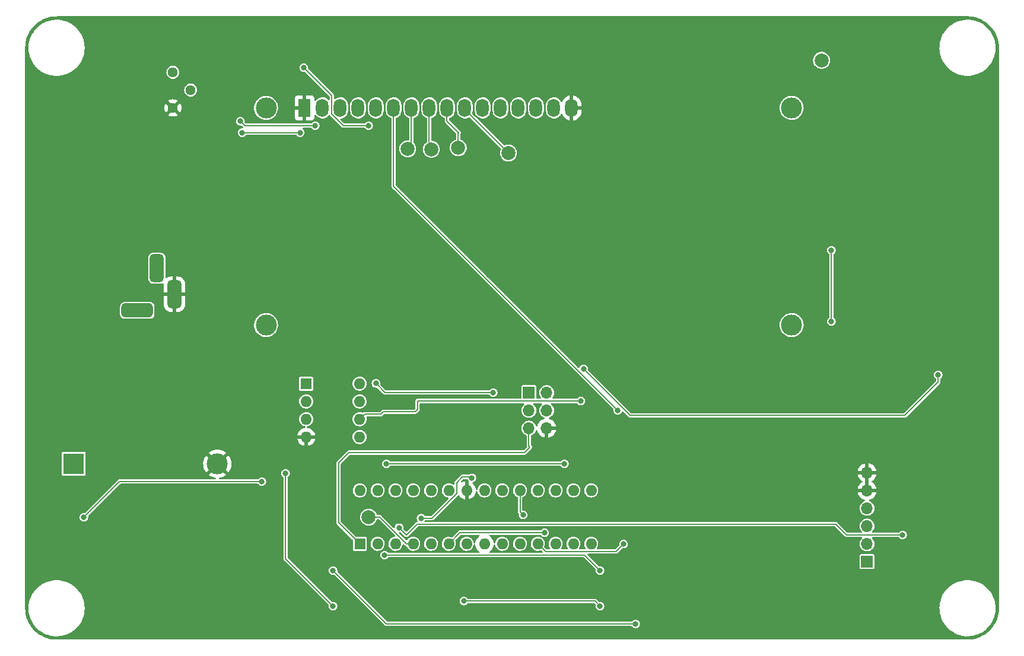
<source format=gbr>
%TF.GenerationSoftware,KiCad,Pcbnew,(6.0.5)*%
%TF.CreationDate,2022-07-21T20:49:42-04:00*%
%TF.ProjectId,Kyamaries-HPS-Clock,4b79616d-6172-4696-9573-2d4850532d43,rev?*%
%TF.SameCoordinates,PX4cdb1d4PY8a63396*%
%TF.FileFunction,Copper,L2,Bot*%
%TF.FilePolarity,Positive*%
%FSLAX46Y46*%
G04 Gerber Fmt 4.6, Leading zero omitted, Abs format (unit mm)*
G04 Created by KiCad (PCBNEW (6.0.5)) date 2022-07-21 20:49:42*
%MOMM*%
%LPD*%
G01*
G04 APERTURE LIST*
G04 Aperture macros list*
%AMRoundRect*
0 Rectangle with rounded corners*
0 $1 Rounding radius*
0 $2 $3 $4 $5 $6 $7 $8 $9 X,Y pos of 4 corners*
0 Add a 4 corners polygon primitive as box body*
4,1,4,$2,$3,$4,$5,$6,$7,$8,$9,$2,$3,0*
0 Add four circle primitives for the rounded corners*
1,1,$1+$1,$2,$3*
1,1,$1+$1,$4,$5*
1,1,$1+$1,$6,$7*
1,1,$1+$1,$8,$9*
0 Add four rect primitives between the rounded corners*
20,1,$1+$1,$2,$3,$4,$5,0*
20,1,$1+$1,$4,$5,$6,$7,0*
20,1,$1+$1,$6,$7,$8,$9,0*
20,1,$1+$1,$8,$9,$2,$3,0*%
G04 Aperture macros list end*
%TA.AperFunction,ComponentPad*%
%ADD10C,1.440000*%
%TD*%
%TA.AperFunction,ComponentPad*%
%ADD11C,2.000000*%
%TD*%
%TA.AperFunction,ComponentPad*%
%ADD12C,3.000000*%
%TD*%
%TA.AperFunction,ComponentPad*%
%ADD13R,1.800000X2.600000*%
%TD*%
%TA.AperFunction,ComponentPad*%
%ADD14O,1.800000X2.600000*%
%TD*%
%TA.AperFunction,ComponentPad*%
%ADD15R,1.700000X1.700000*%
%TD*%
%TA.AperFunction,ComponentPad*%
%ADD16O,1.700000X1.700000*%
%TD*%
%TA.AperFunction,ComponentPad*%
%ADD17RoundRect,0.500000X1.750000X0.500000X-1.750000X0.500000X-1.750000X-0.500000X1.750000X-0.500000X0*%
%TD*%
%TA.AperFunction,ComponentPad*%
%ADD18RoundRect,0.500000X0.500000X-1.500000X0.500000X1.500000X-0.500000X1.500000X-0.500000X-1.500000X0*%
%TD*%
%TA.AperFunction,ComponentPad*%
%ADD19R,1.600000X1.600000*%
%TD*%
%TA.AperFunction,ComponentPad*%
%ADD20O,1.600000X1.600000*%
%TD*%
%TA.AperFunction,ComponentPad*%
%ADD21R,3.000000X3.000000*%
%TD*%
%TA.AperFunction,ViaPad*%
%ADD22C,0.812800*%
%TD*%
%TA.AperFunction,Conductor*%
%ADD23C,0.203200*%
%TD*%
G04 APERTURE END LIST*
D10*
%TO.P,RV1,1,1*%
%TO.N,GND*%
X21010732Y76529910D03*
%TO.P,RV1,2,2*%
%TO.N,Net-(DS1-Pad3)*%
X23550732Y79069910D03*
%TO.P,RV1,3,3*%
%TO.N,VCC*%
X21010732Y81609910D03*
%TD*%
D11*
%TO.P,TP2,1,1*%
%TO.N,BTN_UP*%
X113578740Y83329643D03*
%TD*%
D12*
%TO.P,DS1,*%
%TO.N,*%
X34311632Y76529910D03*
X109310212Y45529210D03*
X34311632Y45529210D03*
X109310732Y76529910D03*
D13*
%TO.P,DS1,1,VSS*%
%TO.N,GND*%
X39810732Y76529910D03*
D14*
%TO.P,DS1,2,VDD*%
%TO.N,VCC*%
X42350732Y76529910D03*
%TO.P,DS1,3,VO*%
%TO.N,Net-(DS1-Pad3)*%
X44890732Y76529910D03*
%TO.P,DS1,4,RS*%
%TO.N,DATA_SEL*%
X47430732Y76529910D03*
%TO.P,DS1,5,R/W*%
%TO.N,Net-(DS1-Pad5)*%
X49970732Y76529910D03*
%TO.P,DS1,6,E*%
%TO.N,R{slash}W_SIGNAL*%
X52510732Y76529910D03*
%TO.P,DS1,7,D0*%
%TO.N,Net-(DS1-Pad7)*%
X55050732Y76529910D03*
%TO.P,DS1,8,D1*%
%TO.N,Net-(DS1-Pad8)*%
X57590732Y76529910D03*
%TO.P,DS1,9,D2*%
%TO.N,Net-(DS1-Pad9)*%
X60130732Y76529910D03*
%TO.P,DS1,10,D3*%
%TO.N,Net-(DS1-Pad10)*%
X62670732Y76529910D03*
%TO.P,DS1,11,D4*%
%TO.N,DATA_1*%
X65210732Y76529910D03*
%TO.P,DS1,12,D5*%
%TO.N,DATA_2*%
X67750732Y76529910D03*
%TO.P,DS1,13,D6*%
%TO.N,DATA_3*%
X70290732Y76529910D03*
%TO.P,DS1,14,D7*%
%TO.N,DATA_4*%
X72830732Y76529910D03*
%TO.P,DS1,15,LED(+)*%
%TO.N,Net-(DS1-Pad15)*%
X75370732Y76529910D03*
%TO.P,DS1,16,LED(-)*%
%TO.N,GND*%
X77910732Y76529910D03*
%TD*%
D15*
%TO.P,J1,1,Pin_1*%
%TO.N,Net-(C3-Pad1)*%
X120070732Y11759910D03*
D16*
%TO.P,J1,2,Pin_2*%
%TO.N,Net-(J1-Pad2)*%
X120070732Y14299910D03*
%TO.P,J1,3,Pin_3*%
%TO.N,Net-(J1-Pad3)*%
X120070732Y16839910D03*
%TO.P,J1,4,Pin_4*%
%TO.N,unconnected-(J1-Pad4)*%
X120070732Y19379910D03*
%TO.P,J1,5,Pin_5*%
%TO.N,GND*%
X120070732Y21919910D03*
%TO.P,J1,6,Pin_6*%
X120070732Y24459910D03*
%TD*%
D15*
%TO.P,J3,1,Pin_1*%
%TO.N,MISO*%
X71810732Y35889910D03*
D16*
%TO.P,J3,2,Pin_2*%
%TO.N,VCC*%
X74350732Y35889910D03*
%TO.P,J3,3,Pin_3*%
%TO.N,SPI_SCLK*%
X71810732Y33349910D03*
%TO.P,J3,4,Pin_4*%
%TO.N,MOSI*%
X74350732Y33349910D03*
%TO.P,J3,5,Pin_5*%
%TO.N,RESET*%
X71810732Y30809910D03*
%TO.P,J3,6,Pin_6*%
%TO.N,GND*%
X74350732Y30809910D03*
%TD*%
D17*
%TO.P,J2,1,POLE*%
%TO.N,Net-(C2-Pad1)*%
X15930732Y47629910D03*
D18*
%TO.P,J2,2,OUT*%
%TO.N,GND*%
X21230732Y49929910D03*
%TO.P,J2,3,OUT*%
%TO.N,unconnected-(J2-Pad3)*%
X18730732Y53629910D03*
%TD*%
D19*
%TO.P,U3,1,X1*%
%TO.N,Net-(U3-Pad1)*%
X40033426Y37166191D03*
D20*
%TO.P,U3,2,X2*%
%TO.N,Net-(U3-Pad2)*%
X40033426Y34626191D03*
%TO.P,U3,3,VBAT*%
%TO.N,Net-(U3-Pad3)*%
X40033426Y32086191D03*
%TO.P,U3,4,GND*%
%TO.N,GND*%
X40033426Y29546191D03*
%TO.P,U3,5,SDA*%
%TO.N,I2C_SDA*%
X47653426Y29546191D03*
%TO.P,U3,6,SCL*%
%TO.N,I2C_SCL*%
X47653426Y32086191D03*
%TO.P,U3,7,SQW/OUT*%
%TO.N,Net-(U3-Pad7)*%
X47653426Y34626191D03*
%TO.P,U3,8,VCC*%
%TO.N,VCC*%
X47653426Y37166191D03*
%TD*%
D19*
%TO.P,U1,1,~{RESET}/PC6*%
%TO.N,RESET*%
X47690732Y14309910D03*
D20*
%TO.P,U1,2,RXD/PD0*%
%TO.N,RXD*%
X50230732Y14309910D03*
%TO.P,U1,3,TXD/PD1*%
%TO.N,TXD*%
X52770732Y14309910D03*
%TO.P,U1,4,INT0/PD2*%
%TO.N,DEBUG LED*%
X55310732Y14309910D03*
%TO.P,U1,5,INT1/PD3*%
%TO.N,unconnected-(U1-Pad5)*%
X57850732Y14309910D03*
%TO.P,U1,6,PD4*%
%TO.N,BTN_UP*%
X60390732Y14309910D03*
%TO.P,U1,7,VCC*%
%TO.N,VCC*%
X62930732Y14309910D03*
%TO.P,U1,8,GND*%
%TO.N,GND*%
X65470732Y14309910D03*
%TO.P,U1,9,XTAL1/PB6*%
%TO.N,Net-(C6-Pad1)*%
X68010732Y14309910D03*
%TO.P,U1,10,XTAL2/PB7*%
%TO.N,Net-(C7-Pad1)*%
X70550732Y14309910D03*
%TO.P,U1,11,OC0B/PD5*%
%TO.N,BTN_DOWN*%
X73090732Y14309910D03*
%TO.P,U1,12,OC0A/PD6*%
%TO.N,BTN_SETNG*%
X75630732Y14309910D03*
%TO.P,U1,13,PD7*%
%TO.N,BTN_SELECT*%
X78170732Y14309910D03*
%TO.P,U1,14,PB0*%
%TO.N,R{slash}W_SIGNAL*%
X80710732Y14309910D03*
%TO.P,U1,15,OC1A/PB1*%
%TO.N,DATA_SEL*%
X80710732Y21929910D03*
%TO.P,U1,16,OC1B/PB2*%
%TO.N,unconnected-(U1-Pad16)*%
X78170732Y21929910D03*
%TO.P,U1,17,MOSI/PB3*%
%TO.N,MOSI*%
X75630732Y21929910D03*
%TO.P,U1,18,MISO/PB4*%
%TO.N,MISO*%
X73090732Y21929910D03*
%TO.P,U1,19,SCK/PB5*%
%TO.N,SPI_SCLK*%
X70550732Y21929910D03*
%TO.P,U1,20,AVCC*%
%TO.N,VCC*%
X68010732Y21929910D03*
%TO.P,U1,21,AREF*%
%TO.N,Net-(C1-Pad1)*%
X65470732Y21929910D03*
%TO.P,U1,22,GND*%
%TO.N,GND*%
X62930732Y21929910D03*
%TO.P,U1,23,ADC0/PC0*%
%TO.N,DATA_1*%
X60390732Y21929910D03*
%TO.P,U1,24,ADC1/PC1*%
%TO.N,DATA_2*%
X57850732Y21929910D03*
%TO.P,U1,25,ADC2/PC2*%
%TO.N,DATA_3*%
X55310732Y21929910D03*
%TO.P,U1,26,ADC3/PC3*%
%TO.N,DATA_4*%
X52770732Y21929910D03*
%TO.P,U1,27,SDA/PC4*%
%TO.N,I2C_SDA*%
X50230732Y21929910D03*
%TO.P,U1,28,SCL/PC5*%
%TO.N,I2C_SCL*%
X47690732Y21929910D03*
%TD*%
D11*
%TO.P,TP1,1,1*%
%TO.N,DEBUG LED*%
X48950732Y18109910D03*
%TD*%
%TO.P,TP3,1,1*%
%TO.N,Net-(DS1-Pad7)*%
X54507499Y70693392D03*
%TD*%
%TO.P,TP4,1,1*%
%TO.N,Net-(DS1-Pad8)*%
X57885331Y70624617D03*
%TD*%
%TO.P,TP6,1,1*%
%TO.N,Net-(DS1-Pad10)*%
X68910377Y70082663D03*
%TD*%
%TO.P,TP5,1,1*%
%TO.N,Net-(DS1-Pad9)*%
X61735622Y70830941D03*
%TD*%
D21*
%TO.P,BT1,1,+*%
%TO.N,Net-(U3-Pad3)*%
X6857046Y25729926D03*
D12*
%TO.P,BT1,2,-*%
%TO.N,GND*%
X27347046Y25729926D03*
%TD*%
D22*
%TO.N,GND*%
X10850732Y61289910D03*
X5770732Y66369910D03*
X10850732Y71449910D03*
%TO.N,Net-(C1-Pad1)*%
X63682989Y23717653D03*
X56427463Y17966641D03*
%TO.N,GND*%
X114990732Y30809910D03*
X117530732Y71449910D03*
X52010361Y32440560D03*
X29299870Y64687377D03*
X64616550Y20244092D03*
X114990732Y76529910D03*
X46410732Y81609910D03*
X115859558Y38029242D03*
X42221467Y30270344D03*
X76890732Y79069910D03*
X26090732Y58749910D03*
X121340861Y7260744D03*
X126610732Y38288532D03*
X125150732Y33349910D03*
X67905824Y20244092D03*
X129267114Y7707778D03*
X116774552Y51864379D03*
%TO.N,Net-(DS1-Pad3)*%
X41330732Y73989910D03*
X30651691Y74616766D03*
%TO.N,VCC*%
X30895468Y72995679D03*
X130230732Y38429910D03*
X49978035Y37199698D03*
X43870732Y5409910D03*
X66730732Y35889910D03*
X62527477Y6134390D03*
X79614130Y39282782D03*
X81970732Y5409910D03*
X37087877Y24361230D03*
X39163478Y72995679D03*
%TO.N,Net-(DS1-Pad5)*%
X39693831Y82276539D03*
X48950732Y73989910D03*
%TO.N,RESET*%
X87050732Y2869910D03*
X43870732Y10489910D03*
%TO.N,RXD*%
X125150732Y15569910D03*
X53285185Y16610255D03*
%TO.N,TXD*%
X81970732Y10489910D03*
X51227491Y12695376D03*
%TO.N,I2C_SCL*%
X79229062Y34691012D03*
%TO.N,BTN_UP*%
X74053961Y15897368D03*
%TO.N,BTN_DOWN*%
X85324102Y14282171D03*
X114990732Y46049910D03*
X114990732Y56209910D03*
%TO.N,R{slash}W_SIGNAL*%
X84510732Y33349910D03*
%TO.N,SPI_SCLK*%
X70988426Y18429977D03*
%TO.N,I2C_SDA*%
X51490732Y25729910D03*
X76890732Y25729910D03*
%TO.N,Net-(U3-Pad3)*%
X8310732Y18109910D03*
X33710732Y23189910D03*
%TD*%
D23*
%TO.N,Net-(C1-Pad1)*%
X63536197Y23864445D02*
X62325267Y23864445D01*
X61495043Y21472488D02*
X61495043Y23034221D01*
X61495043Y23034221D02*
X62325267Y23864445D01*
X56427463Y17966641D02*
X57989196Y17966641D01*
X57989196Y17966641D02*
X61495043Y21472488D01*
X63682989Y23717653D02*
X63536197Y23864445D01*
%TO.N,GND*%
X121340861Y7260744D02*
X128820080Y7260744D01*
X74350732Y30809910D02*
X114990732Y30809910D01*
X117530732Y71449910D02*
X114990732Y73989910D01*
X42933003Y30981880D02*
X50551681Y30981880D01*
X26090732Y58749910D02*
X27441288Y58749910D01*
X125150732Y36828532D02*
X125150732Y33349910D01*
X46410732Y81609910D02*
X46993897Y81609910D01*
X46993897Y81609910D02*
X49533897Y79069910D01*
X27441288Y58749910D02*
X29299870Y60608492D01*
X49533897Y79069910D02*
X51490732Y79069910D01*
X42221467Y30270344D02*
X42933003Y30981880D01*
X50551681Y30981880D02*
X52010361Y32440560D01*
X115859558Y38029242D02*
X116774552Y38944236D01*
X114990732Y73989910D02*
X114990732Y76529910D01*
X126610732Y38288532D02*
X125150732Y36828532D01*
X128820080Y7260744D02*
X129267114Y7707778D01*
X29299870Y60608492D02*
X29299870Y64687377D01*
X51490732Y79069910D02*
X76890732Y79069910D01*
X64616550Y20244092D02*
X67905824Y20244092D01*
X116774552Y38944236D02*
X116774552Y51864379D01*
%TO.N,Net-(DS1-Pad3)*%
X31278547Y73989910D02*
X41330732Y73989910D01*
X30651691Y74616766D02*
X31278547Y73989910D01*
%TO.N,VCC*%
X86257713Y32639199D02*
X125445119Y32639199D01*
X125445119Y32639199D02*
X130230732Y37424812D01*
X81246252Y6134390D02*
X81970732Y5409910D01*
X62527477Y6134390D02*
X81246252Y6134390D01*
X37087877Y24361230D02*
X37087877Y12192765D01*
X130230732Y37424812D02*
X130230732Y38429910D01*
X30895468Y72995679D02*
X39163478Y72995679D01*
X37087877Y12192765D02*
X43870732Y5409910D01*
X79614130Y39282782D02*
X86257713Y32639199D01*
X49978035Y37199698D02*
X51287823Y35889910D01*
X51287823Y35889910D02*
X66730732Y35889910D01*
%TO.N,Net-(DS1-Pad5)*%
X43686412Y75631065D02*
X45327567Y73989910D01*
X45327567Y73989910D02*
X48950732Y73989910D01*
X43686412Y78283958D02*
X43686412Y75631065D01*
X39693831Y82276539D02*
X43686412Y78283958D01*
%TO.N,Net-(DS1-Pad7)*%
X55050732Y76529910D02*
X55050732Y71236625D01*
X55050732Y71236625D02*
X54507499Y70693392D01*
%TO.N,RESET*%
X51490732Y2869910D02*
X87050732Y2869910D01*
X44657015Y25848732D02*
X46131844Y27323561D01*
X47690732Y14309910D02*
X44657015Y17343627D01*
X44657015Y17343627D02*
X44657015Y25848732D01*
X43870732Y10489910D02*
X51490732Y2869910D01*
X71963826Y28103005D02*
X71810732Y28256099D01*
X46131844Y27323561D02*
X71184382Y27323561D01*
X71184382Y27323561D02*
X71963826Y28103005D01*
X71810732Y28256099D02*
X71810732Y30809910D01*
%TO.N,RXD*%
X54325530Y15569910D02*
X55849197Y17093577D01*
X117168289Y15569910D02*
X125150732Y15569910D01*
X115644622Y17093577D02*
X117168289Y15569910D01*
X53285185Y16610255D02*
X54325530Y15569910D01*
X55849197Y17093577D02*
X115644622Y17093577D01*
%TO.N,TXD*%
X51227491Y12695376D02*
X79765266Y12695376D01*
X79765266Y12695376D02*
X81970732Y10489910D01*
%TO.N,I2C_SCL*%
X55932218Y33492130D02*
X55932218Y34691012D01*
X50698992Y32799715D02*
X51050548Y33151271D01*
X55591359Y33151271D02*
X55932218Y33492130D01*
X48366950Y32799715D02*
X50698992Y32799715D01*
X47653426Y32086191D02*
X48366950Y32799715D01*
X79229062Y34691012D02*
X55932218Y34691012D01*
X51050548Y33151271D02*
X55591359Y33151271D01*
%TO.N,BTN_UP*%
X60390732Y14309910D02*
X61978190Y15897368D01*
X61978190Y15897368D02*
X74053961Y15897368D01*
%TO.N,BTN_DOWN*%
X84247530Y13205599D02*
X85324102Y14282171D01*
X73090732Y14309910D02*
X74195043Y13205599D01*
X74195043Y13205599D02*
X84247530Y13205599D01*
X114990732Y46049910D02*
X114990732Y56209910D01*
%TO.N,R{slash}W_SIGNAL*%
X84510732Y33349910D02*
X52510732Y65349910D01*
X52510732Y65349910D02*
X52510732Y76529910D01*
%TO.N,Net-(DS1-Pad8)*%
X57590732Y76529910D02*
X57590732Y70919216D01*
X57590732Y70919216D02*
X57885331Y70624617D01*
%TO.N,Net-(DS1-Pad9)*%
X61777651Y72988860D02*
X61735622Y72946831D01*
X60130732Y76529910D02*
X60130732Y74635779D01*
X60130732Y74635779D02*
X61777651Y72988860D01*
X61735622Y72946831D02*
X61735622Y70830941D01*
%TO.N,SPI_SCLK*%
X70988426Y18429977D02*
X70550732Y18867671D01*
X70550732Y18867671D02*
X70550732Y21929910D01*
%TO.N,DEBUG LED*%
X50532465Y18109910D02*
X48950732Y18109910D01*
X55310732Y14309910D02*
X54332465Y14309910D01*
X54332465Y14309910D02*
X50532465Y18109910D01*
%TO.N,Net-(DS1-Pad10)*%
X62670732Y76322308D02*
X68910377Y70082663D01*
X62670732Y76529910D02*
X62670732Y76322308D01*
%TO.N,I2C_SDA*%
X51490732Y25729910D02*
X76890732Y25729910D01*
%TO.N,Net-(U3-Pad3)*%
X33710732Y23189910D02*
X13390732Y23189910D01*
X13390732Y23189910D02*
X8310732Y18109910D01*
%TD*%
%TA.AperFunction,Conductor*%
%TO.N,GND*%
G36*
X134380750Y89599910D02*
G01*
X134395583Y89597600D01*
X134395587Y89597600D01*
X134404456Y89596219D01*
X134424915Y89598894D01*
X134446739Y89599838D01*
X134796697Y89584558D01*
X134807645Y89583600D01*
X135185230Y89533891D01*
X135196039Y89531984D01*
X135567846Y89449557D01*
X135578463Y89446712D01*
X135941671Y89332192D01*
X135951986Y89328439D01*
X136303855Y89182690D01*
X136313799Y89178052D01*
X136522557Y89069380D01*
X136651599Y89002205D01*
X136661119Y88996709D01*
X136982306Y88792090D01*
X136991310Y88785786D01*
X137293448Y88553948D01*
X137301869Y88546882D01*
X137582646Y88289596D01*
X137590418Y88281824D01*
X137847704Y88001047D01*
X137854770Y87992626D01*
X138086608Y87690488D01*
X138092912Y87681484D01*
X138297531Y87360297D01*
X138303026Y87350778D01*
X138460247Y87048761D01*
X138478870Y87012986D01*
X138483512Y87003033D01*
X138612935Y86690578D01*
X138629258Y86651171D01*
X138633017Y86640842D01*
X138747534Y86277642D01*
X138750379Y86267025D01*
X138827680Y85918344D01*
X138832805Y85895225D01*
X138834714Y85884400D01*
X138884422Y85506824D01*
X138885380Y85495874D01*
X138900335Y85153358D01*
X138898955Y85128481D01*
X138897041Y85116186D01*
X138898205Y85107284D01*
X138898205Y85107282D01*
X138901168Y85084627D01*
X138902232Y85068289D01*
X138902232Y5159277D01*
X138900732Y5139892D01*
X138898422Y5125059D01*
X138898422Y5125055D01*
X138897041Y5116186D01*
X138899716Y5095727D01*
X138900660Y5073903D01*
X138885380Y4723946D01*
X138884422Y4712997D01*
X138880150Y4680543D01*
X138834714Y4335420D01*
X138832806Y4324603D01*
X138805729Y4202465D01*
X138750379Y3952796D01*
X138747534Y3942179D01*
X138730652Y3888634D01*
X138633017Y3578978D01*
X138629261Y3568656D01*
X138486710Y3224506D01*
X138483516Y3216796D01*
X138478874Y3206843D01*
X138316685Y2895279D01*
X138303027Y2869043D01*
X138297532Y2859525D01*
X138280690Y2833088D01*
X138092912Y2538336D01*
X138086608Y2529332D01*
X137854770Y2227194D01*
X137847704Y2218773D01*
X137590418Y1937996D01*
X137582646Y1930224D01*
X137301869Y1672938D01*
X137293448Y1665872D01*
X136991310Y1434034D01*
X136982306Y1427730D01*
X136877341Y1360860D01*
X136685459Y1238617D01*
X136661119Y1223111D01*
X136651600Y1217616D01*
X136313799Y1041768D01*
X136303855Y1037130D01*
X135951986Y891381D01*
X135941671Y887628D01*
X135578464Y773108D01*
X135567847Y770263D01*
X135196039Y687836D01*
X135185230Y685929D01*
X134807646Y636220D01*
X134796697Y635262D01*
X134454178Y620307D01*
X134429303Y621687D01*
X134417008Y623601D01*
X134408106Y622437D01*
X134408104Y622437D01*
X134393055Y620469D01*
X134385446Y619474D01*
X134369111Y618410D01*
X4460099Y618410D01*
X4440714Y619910D01*
X4425881Y622220D01*
X4425877Y622220D01*
X4417008Y623601D01*
X4396549Y620926D01*
X4374725Y619982D01*
X4024767Y635262D01*
X4013818Y636220D01*
X3636234Y685929D01*
X3625425Y687836D01*
X3253617Y770263D01*
X3243000Y773108D01*
X2879793Y887628D01*
X2869478Y891381D01*
X2517609Y1037130D01*
X2507665Y1041768D01*
X2169864Y1217616D01*
X2160345Y1223111D01*
X2136006Y1238617D01*
X1944123Y1360860D01*
X1839158Y1427730D01*
X1830154Y1434034D01*
X1528016Y1665872D01*
X1519595Y1672938D01*
X1238818Y1930224D01*
X1231046Y1937996D01*
X973760Y2218773D01*
X966694Y2227194D01*
X734856Y2529332D01*
X728552Y2538336D01*
X540774Y2833088D01*
X523932Y2859525D01*
X518437Y2869043D01*
X504779Y2895279D01*
X342590Y3206843D01*
X337948Y3216796D01*
X334755Y3224506D01*
X192203Y3568656D01*
X188447Y3578978D01*
X90813Y3888634D01*
X73930Y3942179D01*
X71085Y3952796D01*
X15735Y4202465D01*
X-11342Y4324603D01*
X-13250Y4335420D01*
X-58685Y4680543D01*
X-62958Y4712997D01*
X-63916Y4723946D01*
X-78707Y5062704D01*
X-77080Y5089105D01*
X-76499Y5092558D01*
X-76498Y5092565D01*
X-75692Y5097358D01*
X-75539Y5109910D01*
X-77541Y5123891D01*
X405615Y5123891D01*
X405765Y5120710D01*
X407256Y5089105D01*
X424706Y4719077D01*
X425177Y4715924D01*
X425178Y4715916D01*
X430465Y4680543D01*
X484608Y4318264D01*
X485394Y4315182D01*
X485394Y4315180D01*
X495077Y4277194D01*
X584707Y3925558D01*
X723980Y3544977D01*
X725372Y3542111D01*
X899192Y3184143D01*
X901000Y3180419D01*
X902672Y3177712D01*
X902673Y3177710D01*
X1099190Y2859523D01*
X1113955Y2835616D01*
X1115887Y2833098D01*
X1115894Y2833088D01*
X1358723Y2516627D01*
X1360664Y2514098D01*
X1362846Y2511782D01*
X1362855Y2511772D01*
X1519329Y2345727D01*
X1638601Y2219159D01*
X1944921Y1953816D01*
X1947531Y1951981D01*
X1947537Y1951977D01*
X2147105Y1811718D01*
X2276487Y1720787D01*
X2629905Y1522458D01*
X2632819Y1521191D01*
X2632823Y1521189D01*
X2786118Y1454535D01*
X3001557Y1360860D01*
X3185545Y1302142D01*
X3384592Y1238617D01*
X3384601Y1238615D01*
X3387636Y1237646D01*
X3603201Y1192219D01*
X3781071Y1154736D01*
X3781076Y1154735D01*
X3784190Y1154079D01*
X4187159Y1111014D01*
X4190346Y1110997D01*
X4190352Y1110997D01*
X4374358Y1110034D01*
X4592417Y1108892D01*
X4745230Y1123606D01*
X4992650Y1147430D01*
X4992655Y1147431D01*
X4995815Y1147735D01*
X4998934Y1148358D01*
X4998939Y1148359D01*
X5194889Y1187514D01*
X5393223Y1227145D01*
X5662477Y1309978D01*
X5777526Y1345372D01*
X5777530Y1345374D01*
X5780571Y1346309D01*
X5783507Y1347549D01*
X5783512Y1347551D01*
X5988246Y1434034D01*
X6153894Y1504006D01*
X6509369Y1698624D01*
X6843358Y1928167D01*
X6873602Y1953816D01*
X7150010Y2188227D01*
X7150012Y2188229D01*
X7152440Y2190288D01*
X7433450Y2482301D01*
X7521213Y2594229D01*
X7681550Y2798713D01*
X7681554Y2798718D01*
X7683513Y2801217D01*
X7720373Y2859523D01*
X7822447Y3020990D01*
X7900066Y3143771D01*
X7901486Y3146620D01*
X7901491Y3146628D01*
X8079474Y3503608D01*
X8080894Y3506456D01*
X8224144Y3885557D01*
X8234788Y3925558D01*
X8327530Y4274109D01*
X8328351Y4277194D01*
X8334436Y4315180D01*
X8391942Y4674206D01*
X8392447Y4677357D01*
X8394817Y4718450D01*
X8409596Y4974781D01*
X8415775Y5081949D01*
X8415873Y5109910D01*
X8414354Y5139892D01*
X8395531Y5511482D01*
X8395530Y5511487D01*
X8395370Y5514655D01*
X8344814Y5845039D01*
X8334553Y5912095D01*
X8334551Y5912104D01*
X8334069Y5915255D01*
X8299777Y6047852D01*
X8233396Y6304531D01*
X8233393Y6304539D01*
X8232599Y6307611D01*
X8228809Y6317858D01*
X8093108Y6684706D01*
X8093105Y6684712D01*
X8091999Y6687703D01*
X7913707Y7051641D01*
X7699550Y7395698D01*
X7451721Y7716352D01*
X7172756Y8010320D01*
X6865511Y8274592D01*
X6533133Y8506462D01*
X6179025Y8703556D01*
X6176105Y8704814D01*
X6176100Y8704816D01*
X5809746Y8862594D01*
X5809736Y8862598D01*
X5806812Y8863857D01*
X5420305Y8985722D01*
X5136014Y9044596D01*
X5026587Y9067257D01*
X5026584Y9067257D01*
X5023462Y9067904D01*
X4712669Y9100021D01*
X4623501Y9109236D01*
X4623498Y9109236D01*
X4620345Y9109562D01*
X4617179Y9109568D01*
X4617170Y9109568D01*
X4416957Y9109917D01*
X4215082Y9110269D01*
X4015349Y9090333D01*
X3815006Y9070337D01*
X3815002Y9070336D01*
X3811822Y9070019D01*
X3808682Y9069380D01*
X3808681Y9069380D01*
X3417828Y8989860D01*
X3417821Y8989858D01*
X3414694Y8989222D01*
X3027764Y8868707D01*
X3024824Y8867453D01*
X2657931Y8710960D01*
X2657927Y8710958D01*
X2654994Y8709707D01*
X2300200Y8513850D01*
X2297579Y8512035D01*
X2297574Y8512032D01*
X1987851Y8297569D01*
X1967015Y8283142D01*
X1964587Y8281068D01*
X1964584Y8281066D01*
X1957004Y8274592D01*
X1658850Y8019944D01*
X1656650Y8017642D01*
X1656647Y8017639D01*
X1649653Y8010320D01*
X1378860Y7726952D01*
X1129913Y7407165D01*
X1128217Y7404461D01*
X1128214Y7404457D01*
X1121020Y7392989D01*
X914556Y7063857D01*
X734995Y6700543D01*
X593069Y6320944D01*
X592261Y6317865D01*
X592259Y6317858D01*
X515219Y6024197D01*
X490230Y5928946D01*
X427532Y5528561D01*
X427361Y5525395D01*
X427360Y5525390D01*
X421549Y5418098D01*
X405615Y5123891D01*
X-77541Y5123891D01*
X-79495Y5137534D01*
X-80768Y5155396D01*
X-80768Y18109910D01*
X7695367Y18109910D01*
X7716335Y17950642D01*
X7719494Y17943015D01*
X7719495Y17943012D01*
X7747073Y17876435D01*
X7777810Y17802228D01*
X7782837Y17795677D01*
X7857325Y17698602D01*
X7875603Y17674781D01*
X8003049Y17576988D01*
X8077257Y17546250D01*
X8143834Y17518673D01*
X8143837Y17518672D01*
X8151464Y17515513D01*
X8310732Y17494545D01*
X8318920Y17495623D01*
X8461812Y17514435D01*
X8470000Y17515513D01*
X8477627Y17518672D01*
X8477630Y17518673D01*
X8544207Y17546250D01*
X8618415Y17576988D01*
X8745861Y17674781D01*
X8764140Y17698602D01*
X8838627Y17795677D01*
X8843654Y17802228D01*
X8874391Y17876435D01*
X8901969Y17943012D01*
X8901970Y17943015D01*
X8905129Y17950642D01*
X8926097Y18109910D01*
X8912847Y18210552D01*
X8923786Y18280700D01*
X8948674Y18316093D01*
X13480287Y22847705D01*
X13542599Y22881731D01*
X13569382Y22884610D01*
X33113845Y22884610D01*
X33181966Y22864608D01*
X33213808Y22835314D01*
X33269979Y22762111D01*
X33275603Y22754781D01*
X33403049Y22656988D01*
X33442679Y22640573D01*
X33543834Y22598673D01*
X33543837Y22598672D01*
X33551464Y22595513D01*
X33710732Y22574545D01*
X33718920Y22575623D01*
X33861812Y22594435D01*
X33870000Y22595513D01*
X33877627Y22598672D01*
X33877630Y22598673D01*
X33978785Y22640573D01*
X34018415Y22656988D01*
X34145861Y22754781D01*
X34151486Y22762111D01*
X34207656Y22835314D01*
X34243654Y22882228D01*
X34305129Y23030642D01*
X34326097Y23189910D01*
X34305129Y23349178D01*
X34298427Y23365360D01*
X34266224Y23443104D01*
X34243654Y23497592D01*
X34145861Y23625039D01*
X34018415Y23722832D01*
X33944144Y23753596D01*
X33877630Y23781147D01*
X33877627Y23781148D01*
X33870000Y23784307D01*
X33710732Y23805275D01*
X33551464Y23784307D01*
X33543837Y23781148D01*
X33543834Y23781147D01*
X33521001Y23771689D01*
X33403050Y23722832D01*
X33275603Y23625039D01*
X33270580Y23618493D01*
X33213808Y23544506D01*
X33156470Y23502639D01*
X33113845Y23495210D01*
X27675957Y23495210D01*
X27607836Y23515212D01*
X27561343Y23568868D01*
X27551239Y23639142D01*
X27580733Y23703722D01*
X27640459Y23742106D01*
X27655269Y23745500D01*
X27812612Y23771689D01*
X27821246Y23773762D01*
X28083882Y23856823D01*
X28092143Y23860094D01*
X28340449Y23979329D01*
X28348174Y23983735D01*
X28564413Y24128221D01*
X28572701Y24138139D01*
X28565444Y24152318D01*
X28356532Y24361230D01*
X36472512Y24361230D01*
X36493480Y24201962D01*
X36496639Y24194335D01*
X36496640Y24194332D01*
X36519092Y24140128D01*
X36554955Y24053548D01*
X36582458Y24017705D01*
X36646322Y23934476D01*
X36652748Y23926101D01*
X36733283Y23864304D01*
X36775148Y23806969D01*
X36782577Y23764344D01*
X36782577Y12246055D01*
X36782370Y12243230D01*
X36780621Y12238137D01*
X36781058Y12226510D01*
X36782488Y12188409D01*
X36782577Y12183682D01*
X36782577Y12164372D01*
X36783469Y12159585D01*
X36783710Y12155867D01*
X36784888Y12124483D01*
X36789482Y12113791D01*
X36790402Y12109706D01*
X36794478Y12096290D01*
X36795983Y12092391D01*
X36798113Y12080954D01*
X36811330Y12059512D01*
X36819838Y12043133D01*
X36826270Y12028161D01*
X36826273Y12028157D01*
X36829783Y12019986D01*
X36833862Y12015021D01*
X36836188Y12012695D01*
X36836279Y12012580D01*
X36838100Y12010572D01*
X36837964Y12010449D01*
X36845817Y12000515D01*
X36851687Y11994042D01*
X36857792Y11984137D01*
X36880035Y11967223D01*
X36892854Y11956029D01*
X43232790Y5616093D01*
X43266816Y5553781D01*
X43268617Y5510553D01*
X43255367Y5409910D01*
X43276335Y5250642D01*
X43337810Y5102228D01*
X43435603Y4974781D01*
X43563049Y4876988D01*
X43637256Y4846251D01*
X43703834Y4818673D01*
X43703837Y4818672D01*
X43711464Y4815513D01*
X43870732Y4794545D01*
X43878920Y4795623D01*
X44021812Y4814435D01*
X44030000Y4815513D01*
X44037627Y4818672D01*
X44037630Y4818673D01*
X44104208Y4846251D01*
X44178415Y4876988D01*
X44305861Y4974781D01*
X44403654Y5102228D01*
X44465129Y5250642D01*
X44486097Y5409910D01*
X44465129Y5569178D01*
X44403654Y5717592D01*
X44324954Y5820157D01*
X44310888Y5838488D01*
X44310887Y5838489D01*
X44305861Y5845039D01*
X44178415Y5942832D01*
X44080692Y5983310D01*
X44037630Y6001147D01*
X44037627Y6001148D01*
X44030000Y6004307D01*
X43870732Y6025275D01*
X43770090Y6012025D01*
X43699943Y6022964D01*
X43664550Y6047852D01*
X39222492Y10489910D01*
X43255367Y10489910D01*
X43276335Y10330642D01*
X43337810Y10182228D01*
X43435603Y10054781D01*
X43563049Y9956988D01*
X43637257Y9926250D01*
X43703834Y9898673D01*
X43703837Y9898672D01*
X43711464Y9895513D01*
X43870732Y9874545D01*
X43971374Y9887795D01*
X44041522Y9876856D01*
X44076915Y9851968D01*
X51237169Y2691714D01*
X51239023Y2689567D01*
X51241387Y2684730D01*
X51249916Y2676818D01*
X51249917Y2676817D01*
X51277883Y2650875D01*
X51281288Y2647595D01*
X51294929Y2633954D01*
X51298945Y2631199D01*
X51301739Y2628746D01*
X51324769Y2607382D01*
X51335575Y2603071D01*
X51339110Y2600836D01*
X51351483Y2594229D01*
X51355308Y2592534D01*
X51364900Y2585954D01*
X51386861Y2580742D01*
X51389407Y2580138D01*
X51407003Y2574573D01*
X51422145Y2568532D01*
X51422148Y2568531D01*
X51430405Y2565237D01*
X51436800Y2564610D01*
X51440094Y2564610D01*
X51440245Y2564592D01*
X51442952Y2564460D01*
X51442943Y2564277D01*
X51455498Y2562807D01*
X51464239Y2562380D01*
X51475559Y2559693D01*
X51487088Y2561262D01*
X51487089Y2561262D01*
X51503231Y2563459D01*
X51520222Y2564610D01*
X86453845Y2564610D01*
X86521966Y2544608D01*
X86553808Y2515314D01*
X86615603Y2434781D01*
X86743049Y2336988D01*
X86817256Y2306251D01*
X86883834Y2278673D01*
X86883837Y2278672D01*
X86891464Y2275513D01*
X87050732Y2254545D01*
X87058920Y2255623D01*
X87201812Y2274435D01*
X87210000Y2275513D01*
X87217627Y2278672D01*
X87217630Y2278673D01*
X87284208Y2306251D01*
X87358415Y2336988D01*
X87485861Y2434781D01*
X87583654Y2562228D01*
X87620373Y2650875D01*
X87641969Y2703012D01*
X87641970Y2703015D01*
X87645129Y2710642D01*
X87666097Y2869910D01*
X87645129Y3029178D01*
X87583654Y3177592D01*
X87485861Y3305039D01*
X87358415Y3402832D01*
X87284207Y3433570D01*
X87217630Y3461147D01*
X87217627Y3461148D01*
X87210000Y3464307D01*
X87050732Y3485275D01*
X86891464Y3464307D01*
X86883837Y3461148D01*
X86883834Y3461147D01*
X86817257Y3433569D01*
X86743050Y3402832D01*
X86615603Y3305039D01*
X86610580Y3298493D01*
X86553808Y3224506D01*
X86496470Y3182639D01*
X86453845Y3175210D01*
X51669381Y3175210D01*
X51601260Y3195212D01*
X51580286Y3212115D01*
X48658011Y6134390D01*
X61912112Y6134390D01*
X61933080Y5975122D01*
X61994555Y5826708D01*
X62092348Y5699261D01*
X62219794Y5601468D01*
X62294002Y5570730D01*
X62360579Y5543153D01*
X62360582Y5543152D01*
X62368209Y5539993D01*
X62527477Y5519025D01*
X62535665Y5520103D01*
X62678557Y5538915D01*
X62686745Y5539993D01*
X62694372Y5543152D01*
X62694375Y5543153D01*
X62760952Y5570730D01*
X62835160Y5601468D01*
X62962606Y5699261D01*
X63024401Y5779794D01*
X63081739Y5821661D01*
X63124364Y5829090D01*
X81067603Y5829090D01*
X81135724Y5809088D01*
X81156698Y5792185D01*
X81332790Y5616093D01*
X81366816Y5553781D01*
X81368617Y5510553D01*
X81355367Y5409910D01*
X81376335Y5250642D01*
X81437810Y5102228D01*
X81535603Y4974781D01*
X81663049Y4876988D01*
X81737256Y4846251D01*
X81803834Y4818673D01*
X81803837Y4818672D01*
X81811464Y4815513D01*
X81970732Y4794545D01*
X81978920Y4795623D01*
X82121812Y4814435D01*
X82130000Y4815513D01*
X82137627Y4818672D01*
X82137630Y4818673D01*
X82204208Y4846251D01*
X82278415Y4876988D01*
X82405861Y4974781D01*
X82503654Y5102228D01*
X82512627Y5123891D01*
X130405615Y5123891D01*
X130405765Y5120710D01*
X130407256Y5089105D01*
X130424706Y4719077D01*
X130425177Y4715924D01*
X130425178Y4715916D01*
X130430465Y4680543D01*
X130484608Y4318264D01*
X130485394Y4315182D01*
X130485394Y4315180D01*
X130495077Y4277194D01*
X130584707Y3925558D01*
X130723980Y3544977D01*
X130725372Y3542111D01*
X130899192Y3184143D01*
X130901000Y3180419D01*
X130902672Y3177712D01*
X130902673Y3177710D01*
X131099190Y2859523D01*
X131113955Y2835616D01*
X131115887Y2833098D01*
X131115894Y2833088D01*
X131358723Y2516627D01*
X131360664Y2514098D01*
X131362846Y2511782D01*
X131362855Y2511772D01*
X131519329Y2345727D01*
X131638601Y2219159D01*
X131944921Y1953816D01*
X131947531Y1951981D01*
X131947537Y1951977D01*
X132147105Y1811718D01*
X132276487Y1720787D01*
X132629905Y1522458D01*
X132632819Y1521191D01*
X132632823Y1521189D01*
X132786118Y1454535D01*
X133001557Y1360860D01*
X133185545Y1302142D01*
X133384592Y1238617D01*
X133384601Y1238615D01*
X133387636Y1237646D01*
X133603201Y1192219D01*
X133781071Y1154736D01*
X133781076Y1154735D01*
X133784190Y1154079D01*
X134187159Y1111014D01*
X134190346Y1110997D01*
X134190352Y1110997D01*
X134374358Y1110034D01*
X134592417Y1108892D01*
X134745230Y1123606D01*
X134992650Y1147430D01*
X134992655Y1147431D01*
X134995815Y1147735D01*
X134998934Y1148358D01*
X134998939Y1148359D01*
X135194889Y1187514D01*
X135393223Y1227145D01*
X135662477Y1309978D01*
X135777526Y1345372D01*
X135777530Y1345374D01*
X135780571Y1346309D01*
X135783507Y1347549D01*
X135783512Y1347551D01*
X135988246Y1434034D01*
X136153894Y1504006D01*
X136509369Y1698624D01*
X136843358Y1928167D01*
X136873602Y1953816D01*
X137150010Y2188227D01*
X137150012Y2188229D01*
X137152440Y2190288D01*
X137433450Y2482301D01*
X137521213Y2594229D01*
X137681550Y2798713D01*
X137681554Y2798718D01*
X137683513Y2801217D01*
X137720373Y2859523D01*
X137822447Y3020990D01*
X137900066Y3143771D01*
X137901486Y3146620D01*
X137901491Y3146628D01*
X138079474Y3503608D01*
X138080894Y3506456D01*
X138224144Y3885557D01*
X138234788Y3925558D01*
X138327530Y4274109D01*
X138328351Y4277194D01*
X138334436Y4315180D01*
X138391942Y4674206D01*
X138392447Y4677357D01*
X138394817Y4718450D01*
X138409596Y4974781D01*
X138415775Y5081949D01*
X138415873Y5109910D01*
X138414354Y5139892D01*
X138395531Y5511482D01*
X138395530Y5511487D01*
X138395370Y5514655D01*
X138344814Y5845039D01*
X138334553Y5912095D01*
X138334551Y5912104D01*
X138334069Y5915255D01*
X138299777Y6047852D01*
X138233396Y6304531D01*
X138233393Y6304539D01*
X138232599Y6307611D01*
X138228809Y6317858D01*
X138093108Y6684706D01*
X138093105Y6684712D01*
X138091999Y6687703D01*
X137913707Y7051641D01*
X137699550Y7395698D01*
X137451721Y7716352D01*
X137172756Y8010320D01*
X136865511Y8274592D01*
X136533133Y8506462D01*
X136179025Y8703556D01*
X136176105Y8704814D01*
X136176100Y8704816D01*
X135809746Y8862594D01*
X135809736Y8862598D01*
X135806812Y8863857D01*
X135420305Y8985722D01*
X135136014Y9044596D01*
X135026587Y9067257D01*
X135026584Y9067257D01*
X135023462Y9067904D01*
X134712669Y9100021D01*
X134623501Y9109236D01*
X134623498Y9109236D01*
X134620345Y9109562D01*
X134617179Y9109568D01*
X134617170Y9109568D01*
X134416957Y9109917D01*
X134215082Y9110269D01*
X134015349Y9090333D01*
X133815006Y9070337D01*
X133815002Y9070336D01*
X133811822Y9070019D01*
X133808682Y9069380D01*
X133808681Y9069380D01*
X133417828Y8989860D01*
X133417821Y8989858D01*
X133414694Y8989222D01*
X133027764Y8868707D01*
X133024824Y8867453D01*
X132657931Y8710960D01*
X132657927Y8710958D01*
X132654994Y8709707D01*
X132300200Y8513850D01*
X132297579Y8512035D01*
X132297574Y8512032D01*
X131987851Y8297569D01*
X131967015Y8283142D01*
X131964587Y8281068D01*
X131964584Y8281066D01*
X131957004Y8274592D01*
X131658850Y8019944D01*
X131656650Y8017642D01*
X131656647Y8017639D01*
X131649653Y8010320D01*
X131378860Y7726952D01*
X131129913Y7407165D01*
X131128217Y7404461D01*
X131128214Y7404457D01*
X131121020Y7392989D01*
X130914556Y7063857D01*
X130734995Y6700543D01*
X130593069Y6320944D01*
X130592261Y6317865D01*
X130592259Y6317858D01*
X130515219Y6024197D01*
X130490230Y5928946D01*
X130427532Y5528561D01*
X130427361Y5525395D01*
X130427360Y5525390D01*
X130421549Y5418098D01*
X130405615Y5123891D01*
X82512627Y5123891D01*
X82565129Y5250642D01*
X82586097Y5409910D01*
X82565129Y5569178D01*
X82503654Y5717592D01*
X82424954Y5820157D01*
X82410888Y5838488D01*
X82410887Y5838489D01*
X82405861Y5845039D01*
X82278415Y5942832D01*
X82180692Y5983310D01*
X82137630Y6001147D01*
X82137627Y6001148D01*
X82130000Y6004307D01*
X81970732Y6025275D01*
X81870090Y6012025D01*
X81799943Y6022964D01*
X81764549Y6047852D01*
X81499808Y6312594D01*
X81497961Y6314734D01*
X81495597Y6319570D01*
X81459115Y6353412D01*
X81455710Y6356692D01*
X81442055Y6370347D01*
X81438036Y6373104D01*
X81435244Y6375556D01*
X81420745Y6389006D01*
X81420742Y6389008D01*
X81412215Y6396918D01*
X81401413Y6401228D01*
X81397885Y6403458D01*
X81385492Y6410074D01*
X81381680Y6411763D01*
X81372084Y6418346D01*
X81347569Y6424164D01*
X81329982Y6429727D01*
X81306579Y6439063D01*
X81300184Y6439690D01*
X81296888Y6439690D01*
X81296735Y6439708D01*
X81294032Y6439840D01*
X81294041Y6440023D01*
X81281484Y6441493D01*
X81272745Y6441920D01*
X81261424Y6444607D01*
X81249895Y6443038D01*
X81249894Y6443038D01*
X81233752Y6440841D01*
X81216761Y6439690D01*
X63124364Y6439690D01*
X63056243Y6459692D01*
X63024401Y6488986D01*
X62967633Y6562968D01*
X62967632Y6562969D01*
X62962606Y6569519D01*
X62835160Y6667312D01*
X62748033Y6703401D01*
X62694375Y6725627D01*
X62694372Y6725628D01*
X62686745Y6728787D01*
X62527477Y6749755D01*
X62368209Y6728787D01*
X62360582Y6725628D01*
X62360579Y6725627D01*
X62300022Y6700543D01*
X62219795Y6667312D01*
X62092348Y6569519D01*
X61994555Y6442072D01*
X61967003Y6375556D01*
X61937584Y6304531D01*
X61933080Y6293658D01*
X61912112Y6134390D01*
X48658011Y6134390D01*
X44508674Y10283728D01*
X44474648Y10346040D01*
X44472847Y10389267D01*
X44486097Y10489910D01*
X44465129Y10649178D01*
X44403654Y10797592D01*
X44337521Y10883779D01*
X44310888Y10918488D01*
X44310887Y10918489D01*
X44305861Y10925039D01*
X44178415Y11022832D01*
X44104208Y11053569D01*
X44037630Y11081147D01*
X44037627Y11081148D01*
X44030000Y11084307D01*
X43870732Y11105275D01*
X43711464Y11084307D01*
X43703837Y11081148D01*
X43703834Y11081147D01*
X43637257Y11053570D01*
X43563050Y11022832D01*
X43435603Y10925039D01*
X43337810Y10797592D01*
X43276335Y10649178D01*
X43255367Y10489910D01*
X39222492Y10489910D01*
X37430082Y12282320D01*
X37396056Y12344632D01*
X37393177Y12371415D01*
X37393177Y12695376D01*
X50612126Y12695376D01*
X50633094Y12536108D01*
X50694569Y12387694D01*
X50792362Y12260247D01*
X50919808Y12162454D01*
X50983406Y12136111D01*
X51060593Y12104139D01*
X51060596Y12104138D01*
X51068223Y12100979D01*
X51076411Y12099901D01*
X51147857Y12090495D01*
X51227491Y12080011D01*
X51235679Y12081089D01*
X51378571Y12099901D01*
X51386759Y12100979D01*
X51394386Y12104138D01*
X51394389Y12104139D01*
X51471576Y12136111D01*
X51535174Y12162454D01*
X51662620Y12260247D01*
X51724415Y12340780D01*
X51781753Y12382647D01*
X51824378Y12390076D01*
X79586617Y12390076D01*
X79654738Y12370074D01*
X79675712Y12353171D01*
X81332790Y10696092D01*
X81366816Y10633780D01*
X81368617Y10590553D01*
X81355367Y10489910D01*
X81376335Y10330642D01*
X81437810Y10182228D01*
X81535603Y10054781D01*
X81663049Y9956988D01*
X81737257Y9926250D01*
X81803834Y9898673D01*
X81803837Y9898672D01*
X81811464Y9895513D01*
X81970732Y9874545D01*
X81978920Y9875623D01*
X82121812Y9894435D01*
X82130000Y9895513D01*
X82137627Y9898672D01*
X82137630Y9898673D01*
X82204207Y9926250D01*
X82278415Y9956988D01*
X82405861Y10054781D01*
X82503654Y10182228D01*
X82565129Y10330642D01*
X82586097Y10489910D01*
X82565129Y10649178D01*
X82503654Y10797592D01*
X82437521Y10883779D01*
X82432866Y10889846D01*
X119017032Y10889846D01*
X119028851Y10830430D01*
X119073872Y10763050D01*
X119141252Y10718029D01*
X119200668Y10706210D01*
X120940796Y10706210D01*
X121000212Y10718029D01*
X121067592Y10763050D01*
X121112613Y10830430D01*
X121124432Y10889846D01*
X121124432Y12629974D01*
X121112613Y12689390D01*
X121103143Y12703564D01*
X121074484Y12746455D01*
X121067592Y12756770D01*
X121000212Y12801791D01*
X120940796Y12813610D01*
X119200668Y12813610D01*
X119141252Y12801791D01*
X119073872Y12756770D01*
X119066980Y12746455D01*
X119038322Y12703564D01*
X119028851Y12689390D01*
X119017032Y12629974D01*
X119017032Y10889846D01*
X82432866Y10889846D01*
X82410888Y10918488D01*
X82410887Y10918489D01*
X82405861Y10925039D01*
X82278415Y11022832D01*
X82204208Y11053569D01*
X82137630Y11081147D01*
X82137627Y11081148D01*
X82130000Y11084307D01*
X81970732Y11105275D01*
X81870090Y11092025D01*
X81799942Y11102964D01*
X81764549Y11127852D01*
X80207198Y12685204D01*
X80173172Y12747516D01*
X80178237Y12818332D01*
X80220784Y12875167D01*
X80287304Y12899978D01*
X80296293Y12900299D01*
X84194240Y12900299D01*
X84197065Y12900092D01*
X84202158Y12898343D01*
X84251887Y12900210D01*
X84256613Y12900299D01*
X84275923Y12900299D01*
X84280710Y12901191D01*
X84284428Y12901432D01*
X84315812Y12902610D01*
X84326504Y12907204D01*
X84330589Y12908124D01*
X84344005Y12912200D01*
X84347904Y12913705D01*
X84359341Y12915835D01*
X84380783Y12929052D01*
X84397162Y12937560D01*
X84412134Y12943992D01*
X84412138Y12943995D01*
X84420309Y12947505D01*
X84425274Y12951584D01*
X84427600Y12953910D01*
X84427715Y12954001D01*
X84429723Y12955822D01*
X84429846Y12955686D01*
X84439780Y12963539D01*
X84446253Y12969409D01*
X84456158Y12975514D01*
X84473062Y12997744D01*
X84484263Y13010572D01*
X85117920Y13644229D01*
X85180232Y13678255D01*
X85223459Y13680056D01*
X85324102Y13666806D01*
X85332290Y13667884D01*
X85475182Y13686696D01*
X85483370Y13687774D01*
X85490997Y13690933D01*
X85491000Y13690934D01*
X85589729Y13731829D01*
X85631785Y13749249D01*
X85759231Y13847042D01*
X85857024Y13974489D01*
X85894654Y14065335D01*
X85915339Y14115273D01*
X85915340Y14115276D01*
X85918499Y14122903D01*
X85921045Y14142238D01*
X85933829Y14239348D01*
X85939467Y14282171D01*
X85918499Y14441439D01*
X85903477Y14477707D01*
X85860184Y14582223D01*
X85857024Y14589853D01*
X85808127Y14653577D01*
X85764258Y14710749D01*
X85764257Y14710750D01*
X85759231Y14717300D01*
X85631785Y14815093D01*
X85557577Y14845831D01*
X85491000Y14873408D01*
X85490997Y14873409D01*
X85483370Y14876568D01*
X85324102Y14897536D01*
X85164834Y14876568D01*
X85157207Y14873409D01*
X85157204Y14873408D01*
X85090627Y14845831D01*
X85016420Y14815093D01*
X84888973Y14717300D01*
X84883950Y14710754D01*
X84873771Y14697488D01*
X84791180Y14589853D01*
X84788020Y14582223D01*
X84744728Y14477707D01*
X84729705Y14441439D01*
X84708737Y14282171D01*
X84721987Y14181529D01*
X84711048Y14111382D01*
X84686160Y14075989D01*
X84157975Y13547804D01*
X84095663Y13513778D01*
X84068880Y13510899D01*
X81622209Y13510899D01*
X81554088Y13530901D01*
X81507595Y13584557D01*
X81497491Y13654831D01*
X81526826Y13719228D01*
X81530840Y13723878D01*
X81530846Y13723886D01*
X81534868Y13728546D01*
X81549486Y13754278D01*
X81629048Y13894330D01*
X81629050Y13894335D01*
X81632094Y13899693D01*
X81694225Y14086466D01*
X81706235Y14181531D01*
X81718453Y14278246D01*
X81718454Y14278255D01*
X81718895Y14281749D01*
X81719288Y14309910D01*
X81700080Y14505806D01*
X81697763Y14513482D01*
X81644969Y14688341D01*
X81643188Y14694241D01*
X81550780Y14868036D01*
X81474617Y14961421D01*
X81430269Y15015798D01*
X81430266Y15015801D01*
X81426374Y15020573D01*
X81421625Y15024502D01*
X81279459Y15142112D01*
X81279455Y15142114D01*
X81274709Y15146041D01*
X81101563Y15239661D01*
X80996070Y15272316D01*
X80919417Y15296044D01*
X80919414Y15296045D01*
X80913530Y15297866D01*
X80907405Y15298510D01*
X80907404Y15298510D01*
X80723901Y15317797D01*
X80723900Y15317797D01*
X80717773Y15318441D01*
X80651424Y15312403D01*
X80527885Y15301161D01*
X80527881Y15301160D01*
X80521747Y15300602D01*
X80332920Y15245027D01*
X80158484Y15153834D01*
X80153684Y15149974D01*
X80153683Y15149974D01*
X80152437Y15148972D01*
X80005082Y15030496D01*
X79878559Y14879711D01*
X79783733Y14707222D01*
X79724215Y14519601D01*
X79702274Y14323992D01*
X79702790Y14317848D01*
X79717774Y14139415D01*
X79718745Y14127846D01*
X79720444Y14121921D01*
X79764598Y13967938D01*
X79773000Y13938636D01*
X79775819Y13933151D01*
X79860156Y13769049D01*
X79860159Y13769044D01*
X79862974Y13763567D01*
X79894427Y13723884D01*
X79901338Y13715164D01*
X79927976Y13649354D01*
X79914805Y13579590D01*
X79866008Y13528021D01*
X79802593Y13510899D01*
X79082209Y13510899D01*
X79014088Y13530901D01*
X78967595Y13584557D01*
X78957491Y13654831D01*
X78986826Y13719228D01*
X78990840Y13723878D01*
X78990846Y13723886D01*
X78994868Y13728546D01*
X79009486Y13754278D01*
X79089048Y13894330D01*
X79089050Y13894335D01*
X79092094Y13899693D01*
X79154225Y14086466D01*
X79166235Y14181531D01*
X79178453Y14278246D01*
X79178454Y14278255D01*
X79178895Y14281749D01*
X79179288Y14309910D01*
X79160080Y14505806D01*
X79157763Y14513482D01*
X79104969Y14688341D01*
X79103188Y14694241D01*
X79010780Y14868036D01*
X78934617Y14961421D01*
X78890269Y15015798D01*
X78890266Y15015801D01*
X78886374Y15020573D01*
X78881625Y15024502D01*
X78739459Y15142112D01*
X78739455Y15142114D01*
X78734709Y15146041D01*
X78561563Y15239661D01*
X78456070Y15272316D01*
X78379417Y15296044D01*
X78379414Y15296045D01*
X78373530Y15297866D01*
X78367405Y15298510D01*
X78367404Y15298510D01*
X78183901Y15317797D01*
X78183900Y15317797D01*
X78177773Y15318441D01*
X78111424Y15312403D01*
X77987885Y15301161D01*
X77987881Y15301160D01*
X77981747Y15300602D01*
X77792920Y15245027D01*
X77618484Y15153834D01*
X77613684Y15149974D01*
X77613683Y15149974D01*
X77612437Y15148972D01*
X77465082Y15030496D01*
X77338559Y14879711D01*
X77243733Y14707222D01*
X77184215Y14519601D01*
X77162274Y14323992D01*
X77162790Y14317848D01*
X77177774Y14139415D01*
X77178745Y14127846D01*
X77180444Y14121921D01*
X77224598Y13967938D01*
X77233000Y13938636D01*
X77235819Y13933151D01*
X77320156Y13769049D01*
X77320159Y13769044D01*
X77322974Y13763567D01*
X77354427Y13723884D01*
X77361338Y13715164D01*
X77387976Y13649354D01*
X77374805Y13579590D01*
X77326008Y13528021D01*
X77262593Y13510899D01*
X76542209Y13510899D01*
X76474088Y13530901D01*
X76427595Y13584557D01*
X76417491Y13654831D01*
X76446826Y13719228D01*
X76450840Y13723878D01*
X76450846Y13723886D01*
X76454868Y13728546D01*
X76469486Y13754278D01*
X76549048Y13894330D01*
X76549050Y13894335D01*
X76552094Y13899693D01*
X76614225Y14086466D01*
X76626235Y14181531D01*
X76638453Y14278246D01*
X76638454Y14278255D01*
X76638895Y14281749D01*
X76639288Y14309910D01*
X76620080Y14505806D01*
X76617763Y14513482D01*
X76564969Y14688341D01*
X76563188Y14694241D01*
X76470780Y14868036D01*
X76394617Y14961421D01*
X76350269Y15015798D01*
X76350266Y15015801D01*
X76346374Y15020573D01*
X76341625Y15024502D01*
X76199459Y15142112D01*
X76199455Y15142114D01*
X76194709Y15146041D01*
X76021563Y15239661D01*
X75916070Y15272316D01*
X75839417Y15296044D01*
X75839414Y15296045D01*
X75833530Y15297866D01*
X75827405Y15298510D01*
X75827404Y15298510D01*
X75643901Y15317797D01*
X75643900Y15317797D01*
X75637773Y15318441D01*
X75571424Y15312403D01*
X75447885Y15301161D01*
X75447881Y15301160D01*
X75441747Y15300602D01*
X75252920Y15245027D01*
X75078484Y15153834D01*
X75073684Y15149974D01*
X75073683Y15149974D01*
X75072437Y15148972D01*
X74925082Y15030496D01*
X74798559Y14879711D01*
X74703733Y14707222D01*
X74644215Y14519601D01*
X74622274Y14323992D01*
X74622790Y14317848D01*
X74637774Y14139415D01*
X74638745Y14127846D01*
X74640444Y14121921D01*
X74684598Y13967938D01*
X74693000Y13938636D01*
X74695819Y13933151D01*
X74780156Y13769049D01*
X74780159Y13769044D01*
X74782974Y13763567D01*
X74814427Y13723884D01*
X74821338Y13715164D01*
X74847976Y13649354D01*
X74834805Y13579590D01*
X74786008Y13528021D01*
X74722593Y13510899D01*
X74373693Y13510899D01*
X74305572Y13530901D01*
X74284598Y13547804D01*
X74047304Y13785098D01*
X74013278Y13847410D01*
X74016841Y13913963D01*
X74074225Y14086466D01*
X74086235Y14181531D01*
X74098453Y14278246D01*
X74098454Y14278255D01*
X74098895Y14281749D01*
X74099288Y14309910D01*
X74080080Y14505806D01*
X74077763Y14513482D01*
X74024969Y14688341D01*
X74023188Y14694241D01*
X73930780Y14868036D01*
X73854617Y14961421D01*
X73810269Y15015798D01*
X73810266Y15015801D01*
X73806374Y15020573D01*
X73800084Y15025777D01*
X73679887Y15125212D01*
X73640148Y15184046D01*
X73639607Y15207703D01*
X73620942Y15197798D01*
X73550192Y15203704D01*
X73535697Y15210392D01*
X73486986Y15236729D01*
X73486984Y15236730D01*
X73481563Y15239661D01*
X73376070Y15272316D01*
X73299417Y15296044D01*
X73299414Y15296045D01*
X73293530Y15297866D01*
X73287405Y15298510D01*
X73287404Y15298510D01*
X73103901Y15317797D01*
X73103900Y15317797D01*
X73097773Y15318441D01*
X73031424Y15312403D01*
X72907885Y15301161D01*
X72907881Y15301160D01*
X72901747Y15300602D01*
X72712920Y15245027D01*
X72538484Y15153834D01*
X72533684Y15149974D01*
X72533683Y15149974D01*
X72532437Y15148972D01*
X72385082Y15030496D01*
X72258559Y14879711D01*
X72163733Y14707222D01*
X72104215Y14519601D01*
X72082274Y14323992D01*
X72082790Y14317848D01*
X72097774Y14139415D01*
X72098745Y14127846D01*
X72100444Y14121921D01*
X72144598Y13967938D01*
X72153000Y13938636D01*
X72155819Y13933151D01*
X72240156Y13769049D01*
X72240159Y13769044D01*
X72242974Y13763567D01*
X72365238Y13609308D01*
X72369932Y13605313D01*
X72505605Y13489846D01*
X72515135Y13481735D01*
X72520513Y13478729D01*
X72520515Y13478728D01*
X72599703Y13434472D01*
X72686958Y13385707D01*
X72692817Y13383803D01*
X72692820Y13383802D01*
X72752933Y13364270D01*
X72874159Y13324881D01*
X72880269Y13324152D01*
X72880271Y13324152D01*
X72971885Y13313228D01*
X73069610Y13301575D01*
X73075745Y13302047D01*
X73075747Y13302047D01*
X73259724Y13316203D01*
X73259728Y13316204D01*
X73265866Y13316676D01*
X73455451Y13369609D01*
X73460951Y13372387D01*
X73460953Y13372388D01*
X73469595Y13376753D01*
X73539418Y13389613D01*
X73605108Y13362683D01*
X73615500Y13353382D01*
X73753111Y13215771D01*
X73787137Y13153459D01*
X73782072Y13082644D01*
X73739525Y13025808D01*
X73673005Y13000997D01*
X73664016Y13000676D01*
X66281001Y13000676D01*
X66212880Y13020678D01*
X66166387Y13074334D01*
X66156283Y13144608D01*
X66185777Y13209188D01*
X66208730Y13229889D01*
X66310199Y13300938D01*
X66318607Y13307994D01*
X66472648Y13462035D01*
X66479704Y13470443D01*
X66604663Y13648903D01*
X66610146Y13658399D01*
X66702222Y13855857D01*
X66705968Y13866149D01*
X66762357Y14076598D01*
X66764260Y14087391D01*
X66767782Y14127648D01*
X66793645Y14193767D01*
X66851148Y14235407D01*
X66922035Y14239348D01*
X66983800Y14204340D01*
X67017233Y14139415D01*
X67018229Y14133988D01*
X67018745Y14127846D01*
X67020444Y14121922D01*
X67020444Y14121920D01*
X67064598Y13967938D01*
X67073000Y13938636D01*
X67075819Y13933151D01*
X67160156Y13769049D01*
X67160159Y13769044D01*
X67162974Y13763567D01*
X67285238Y13609308D01*
X67289932Y13605313D01*
X67425605Y13489846D01*
X67435135Y13481735D01*
X67440513Y13478729D01*
X67440515Y13478728D01*
X67519703Y13434472D01*
X67606958Y13385707D01*
X67612817Y13383803D01*
X67612820Y13383802D01*
X67672933Y13364270D01*
X67794159Y13324881D01*
X67800269Y13324152D01*
X67800271Y13324152D01*
X67891885Y13313228D01*
X67989610Y13301575D01*
X67995745Y13302047D01*
X67995747Y13302047D01*
X68179724Y13316203D01*
X68179728Y13316204D01*
X68185866Y13316676D01*
X68375451Y13369609D01*
X68551143Y13458358D01*
X68581065Y13481735D01*
X68701391Y13575744D01*
X68701392Y13575745D01*
X68706252Y13579542D01*
X68834868Y13728546D01*
X68849486Y13754278D01*
X68929048Y13894330D01*
X68929050Y13894335D01*
X68932094Y13899693D01*
X68994225Y14086466D01*
X69006235Y14181531D01*
X69018453Y14278246D01*
X69018454Y14278255D01*
X69018895Y14281749D01*
X69019288Y14309910D01*
X69017907Y14323992D01*
X69542274Y14323992D01*
X69542790Y14317848D01*
X69557774Y14139415D01*
X69558745Y14127846D01*
X69560444Y14121921D01*
X69604598Y13967938D01*
X69613000Y13938636D01*
X69615819Y13933151D01*
X69700156Y13769049D01*
X69700159Y13769044D01*
X69702974Y13763567D01*
X69825238Y13609308D01*
X69829932Y13605313D01*
X69965605Y13489846D01*
X69975135Y13481735D01*
X69980513Y13478729D01*
X69980515Y13478728D01*
X70059703Y13434472D01*
X70146958Y13385707D01*
X70152817Y13383803D01*
X70152820Y13383802D01*
X70212933Y13364270D01*
X70334159Y13324881D01*
X70340269Y13324152D01*
X70340271Y13324152D01*
X70431885Y13313228D01*
X70529610Y13301575D01*
X70535745Y13302047D01*
X70535747Y13302047D01*
X70719724Y13316203D01*
X70719728Y13316204D01*
X70725866Y13316676D01*
X70915451Y13369609D01*
X71091143Y13458358D01*
X71121065Y13481735D01*
X71241391Y13575744D01*
X71241392Y13575745D01*
X71246252Y13579542D01*
X71374868Y13728546D01*
X71389486Y13754278D01*
X71469048Y13894330D01*
X71469050Y13894335D01*
X71472094Y13899693D01*
X71534225Y14086466D01*
X71546235Y14181531D01*
X71558453Y14278246D01*
X71558454Y14278255D01*
X71558895Y14281749D01*
X71559288Y14309910D01*
X71540080Y14505806D01*
X71537763Y14513482D01*
X71484969Y14688341D01*
X71483188Y14694241D01*
X71390780Y14868036D01*
X71314617Y14961421D01*
X71270269Y15015798D01*
X71270266Y15015801D01*
X71266374Y15020573D01*
X71261625Y15024502D01*
X71119459Y15142112D01*
X71119455Y15142114D01*
X71114709Y15146041D01*
X70941563Y15239661D01*
X70836070Y15272316D01*
X70759417Y15296044D01*
X70759414Y15296045D01*
X70753530Y15297866D01*
X70747405Y15298510D01*
X70747404Y15298510D01*
X70563901Y15317797D01*
X70563900Y15317797D01*
X70557773Y15318441D01*
X70491424Y15312403D01*
X70367885Y15301161D01*
X70367881Y15301160D01*
X70361747Y15300602D01*
X70172920Y15245027D01*
X69998484Y15153834D01*
X69993684Y15149974D01*
X69993683Y15149974D01*
X69992437Y15148972D01*
X69845082Y15030496D01*
X69718559Y14879711D01*
X69623733Y14707222D01*
X69564215Y14519601D01*
X69542274Y14323992D01*
X69017907Y14323992D01*
X69000080Y14505806D01*
X68997763Y14513482D01*
X68944969Y14688341D01*
X68943188Y14694241D01*
X68850780Y14868036D01*
X68774617Y14961421D01*
X68730269Y15015798D01*
X68730266Y15015801D01*
X68726374Y15020573D01*
X68721625Y15024502D01*
X68579459Y15142112D01*
X68579455Y15142114D01*
X68574709Y15146041D01*
X68401563Y15239661D01*
X68296070Y15272316D01*
X68219417Y15296044D01*
X68219414Y15296045D01*
X68213530Y15297866D01*
X68207405Y15298510D01*
X68207404Y15298510D01*
X68023901Y15317797D01*
X68023900Y15317797D01*
X68017773Y15318441D01*
X67951424Y15312403D01*
X67827885Y15301161D01*
X67827881Y15301160D01*
X67821747Y15300602D01*
X67632920Y15245027D01*
X67458484Y15153834D01*
X67453684Y15149974D01*
X67453683Y15149974D01*
X67452437Y15148972D01*
X67305082Y15030496D01*
X67178559Y14879711D01*
X67083733Y14707222D01*
X67024215Y14519601D01*
X67019516Y14477707D01*
X66992045Y14412241D01*
X66933542Y14372018D01*
X66862579Y14369810D01*
X66801689Y14406318D01*
X66770201Y14469951D01*
X66768780Y14480770D01*
X66764260Y14532430D01*
X66762357Y14543222D01*
X66705968Y14753671D01*
X66702222Y14763963D01*
X66610146Y14961421D01*
X66604663Y14970917D01*
X66479704Y15149377D01*
X66472648Y15157785D01*
X66318607Y15311826D01*
X66310199Y15318882D01*
X66247399Y15362855D01*
X66203071Y15418312D01*
X66195762Y15488932D01*
X66227793Y15552292D01*
X66288994Y15588277D01*
X66319670Y15592068D01*
X73457074Y15592068D01*
X73525195Y15572066D01*
X73557037Y15542772D01*
X73575906Y15518182D01*
X73618832Y15462239D01*
X73672330Y15421189D01*
X73714196Y15363854D01*
X73715905Y15335174D01*
X73739426Y15346572D01*
X73808420Y15338706D01*
X73887063Y15306131D01*
X73887066Y15306130D01*
X73894693Y15302971D01*
X73902881Y15301893D01*
X73910933Y15300833D01*
X74053961Y15282003D01*
X74062149Y15283081D01*
X74063570Y15283268D01*
X74196989Y15300833D01*
X74205041Y15301893D01*
X74213229Y15302971D01*
X74220856Y15306130D01*
X74220859Y15306131D01*
X74297954Y15338065D01*
X74361644Y15364446D01*
X74489090Y15462239D01*
X74586883Y15589686D01*
X74641271Y15720990D01*
X74645198Y15730470D01*
X74645199Y15730473D01*
X74648358Y15738100D01*
X74669326Y15897368D01*
X74648358Y16056636D01*
X74641515Y16073158D01*
X74603313Y16165385D01*
X74586883Y16205050D01*
X74489090Y16332497D01*
X74361644Y16430290D01*
X74274502Y16466385D01*
X74220859Y16488605D01*
X74220856Y16488606D01*
X74213229Y16491765D01*
X74053961Y16512733D01*
X73894693Y16491765D01*
X73887066Y16488606D01*
X73887063Y16488605D01*
X73833420Y16466385D01*
X73746279Y16430290D01*
X73618832Y16332497D01*
X73613809Y16325951D01*
X73557037Y16251964D01*
X73499699Y16210097D01*
X73457074Y16202668D01*
X62031480Y16202668D01*
X62028655Y16202875D01*
X62023562Y16204624D01*
X61973834Y16202757D01*
X61969107Y16202668D01*
X61949797Y16202668D01*
X61945010Y16201776D01*
X61941292Y16201535D01*
X61909908Y16200357D01*
X61899216Y16195763D01*
X61895131Y16194843D01*
X61881713Y16190766D01*
X61877816Y16189262D01*
X61866379Y16187132D01*
X61844936Y16173914D01*
X61828558Y16165407D01*
X61813585Y16158974D01*
X61813581Y16158972D01*
X61805412Y16155462D01*
X61800446Y16151384D01*
X61798117Y16149055D01*
X61798004Y16148965D01*
X61795986Y16147136D01*
X61795862Y16147273D01*
X61785941Y16139430D01*
X61779464Y16133557D01*
X61769562Y16127453D01*
X61762521Y16118193D01*
X61752658Y16105223D01*
X61741457Y16092395D01*
X60916419Y15267357D01*
X60854107Y15233331D01*
X60781670Y15240006D01*
X60781563Y15239661D01*
X60779933Y15240166D01*
X60779931Y15240166D01*
X60716849Y15259693D01*
X60599417Y15296044D01*
X60599414Y15296045D01*
X60593530Y15297866D01*
X60587405Y15298510D01*
X60587404Y15298510D01*
X60403901Y15317797D01*
X60403900Y15317797D01*
X60397773Y15318441D01*
X60331424Y15312403D01*
X60207885Y15301161D01*
X60207881Y15301160D01*
X60201747Y15300602D01*
X60012920Y15245027D01*
X59838484Y15153834D01*
X59833684Y15149974D01*
X59833683Y15149974D01*
X59832437Y15148972D01*
X59685082Y15030496D01*
X59558559Y14879711D01*
X59463733Y14707222D01*
X59404215Y14519601D01*
X59382274Y14323992D01*
X59382790Y14317848D01*
X59397774Y14139415D01*
X59398745Y14127846D01*
X59400444Y14121921D01*
X59444598Y13967938D01*
X59453000Y13938636D01*
X59455819Y13933151D01*
X59540156Y13769049D01*
X59540159Y13769044D01*
X59542974Y13763567D01*
X59665238Y13609308D01*
X59669932Y13605313D01*
X59805605Y13489846D01*
X59815135Y13481735D01*
X59820513Y13478729D01*
X59820515Y13478728D01*
X59899703Y13434472D01*
X59986958Y13385707D01*
X59992817Y13383803D01*
X59992820Y13383802D01*
X60052933Y13364270D01*
X60174159Y13324881D01*
X60180269Y13324152D01*
X60180271Y13324152D01*
X60271885Y13313228D01*
X60369610Y13301575D01*
X60375745Y13302047D01*
X60375747Y13302047D01*
X60559724Y13316203D01*
X60559728Y13316204D01*
X60565866Y13316676D01*
X60755451Y13369609D01*
X60931143Y13458358D01*
X60961065Y13481735D01*
X61081391Y13575744D01*
X61081392Y13575745D01*
X61086252Y13579542D01*
X61214868Y13728546D01*
X61229486Y13754278D01*
X61309048Y13894330D01*
X61309050Y13894335D01*
X61312094Y13899693D01*
X61374225Y14086466D01*
X61386235Y14181531D01*
X61398453Y14278246D01*
X61398454Y14278255D01*
X61398895Y14281749D01*
X61399288Y14309910D01*
X61380080Y14505806D01*
X61377763Y14513482D01*
X61324970Y14688339D01*
X61324969Y14688341D01*
X61323188Y14694241D01*
X61320748Y14698830D01*
X61313322Y14769102D01*
X61348184Y14835602D01*
X62067745Y15555163D01*
X62130057Y15589189D01*
X62156840Y15592068D01*
X64621794Y15592068D01*
X64689915Y15572066D01*
X64736408Y15518410D01*
X64746512Y15448136D01*
X64717018Y15383556D01*
X64694065Y15362855D01*
X64631265Y15318882D01*
X64622857Y15311826D01*
X64468816Y15157785D01*
X64461760Y15149377D01*
X64336801Y14970917D01*
X64331318Y14961421D01*
X64239242Y14763963D01*
X64235496Y14753671D01*
X64179107Y14543222D01*
X64177202Y14532419D01*
X64173107Y14485618D01*
X64147244Y14419500D01*
X64089740Y14377860D01*
X64018853Y14373920D01*
X63957089Y14408930D01*
X63924057Y14471774D01*
X63922188Y14484306D01*
X63920682Y14499671D01*
X63920681Y14499676D01*
X63920080Y14505806D01*
X63917763Y14513482D01*
X63864969Y14688341D01*
X63863188Y14694241D01*
X63770780Y14868036D01*
X63694617Y14961421D01*
X63650269Y15015798D01*
X63650266Y15015801D01*
X63646374Y15020573D01*
X63641625Y15024502D01*
X63499459Y15142112D01*
X63499455Y15142114D01*
X63494709Y15146041D01*
X63321563Y15239661D01*
X63216070Y15272316D01*
X63139417Y15296044D01*
X63139414Y15296045D01*
X63133530Y15297866D01*
X63127405Y15298510D01*
X63127404Y15298510D01*
X62943901Y15317797D01*
X62943900Y15317797D01*
X62937773Y15318441D01*
X62871424Y15312403D01*
X62747885Y15301161D01*
X62747881Y15301160D01*
X62741747Y15300602D01*
X62552920Y15245027D01*
X62378484Y15153834D01*
X62373684Y15149974D01*
X62373683Y15149974D01*
X62372437Y15148972D01*
X62225082Y15030496D01*
X62098559Y14879711D01*
X62003733Y14707222D01*
X61944215Y14519601D01*
X61922274Y14323992D01*
X61922790Y14317848D01*
X61937774Y14139415D01*
X61938745Y14127846D01*
X61940444Y14121921D01*
X61984598Y13967938D01*
X61993000Y13938636D01*
X61995819Y13933151D01*
X62080156Y13769049D01*
X62080159Y13769044D01*
X62082974Y13763567D01*
X62205238Y13609308D01*
X62209932Y13605313D01*
X62345605Y13489846D01*
X62355135Y13481735D01*
X62360513Y13478729D01*
X62360515Y13478728D01*
X62439703Y13434472D01*
X62526958Y13385707D01*
X62532817Y13383803D01*
X62532820Y13383802D01*
X62592933Y13364270D01*
X62714159Y13324881D01*
X62720269Y13324152D01*
X62720271Y13324152D01*
X62811885Y13313228D01*
X62909610Y13301575D01*
X62915745Y13302047D01*
X62915747Y13302047D01*
X63099724Y13316203D01*
X63099728Y13316204D01*
X63105866Y13316676D01*
X63295451Y13369609D01*
X63471143Y13458358D01*
X63501065Y13481735D01*
X63621391Y13575744D01*
X63621392Y13575745D01*
X63626252Y13579542D01*
X63754868Y13728546D01*
X63769486Y13754278D01*
X63849048Y13894330D01*
X63849050Y13894335D01*
X63852094Y13899693D01*
X63914225Y14086466D01*
X63921879Y14147051D01*
X63950259Y14212124D01*
X64009319Y14251526D01*
X64080305Y14252743D01*
X64140680Y14215388D01*
X64171276Y14151323D01*
X64172405Y14142238D01*
X64177204Y14087390D01*
X64179107Y14076598D01*
X64235496Y13866149D01*
X64239242Y13855857D01*
X64331318Y13658399D01*
X64336801Y13648903D01*
X64461760Y13470443D01*
X64468816Y13462035D01*
X64622857Y13307994D01*
X64631265Y13300938D01*
X64732734Y13229889D01*
X64777062Y13174432D01*
X64784371Y13103813D01*
X64752340Y13040452D01*
X64691139Y13004467D01*
X64660463Y13000676D01*
X51824378Y13000676D01*
X51756257Y13020678D01*
X51724415Y13049972D01*
X51667647Y13123954D01*
X51667646Y13123955D01*
X51662620Y13130505D01*
X51535174Y13228298D01*
X51440012Y13267715D01*
X51394389Y13286613D01*
X51394386Y13286614D01*
X51386759Y13289773D01*
X51227491Y13310741D01*
X51068223Y13289773D01*
X51060596Y13286614D01*
X51060593Y13286613D01*
X50994016Y13259036D01*
X50919809Y13228298D01*
X50792362Y13130505D01*
X50694569Y13003058D01*
X50691409Y12995428D01*
X50641587Y12875147D01*
X50633094Y12854644D01*
X50632016Y12846456D01*
X50626136Y12801791D01*
X50612126Y12695376D01*
X37393177Y12695376D01*
X37393177Y23764344D01*
X37413179Y23832465D01*
X37442469Y23864303D01*
X37523006Y23926101D01*
X37529433Y23934476D01*
X37593296Y24017705D01*
X37620799Y24053548D01*
X37656662Y24140128D01*
X37679114Y24194332D01*
X37679115Y24194335D01*
X37682274Y24201962D01*
X37703242Y24361230D01*
X37682274Y24520498D01*
X37672857Y24543234D01*
X37623959Y24661282D01*
X37620799Y24668912D01*
X37571903Y24732635D01*
X37528033Y24789808D01*
X37528032Y24789809D01*
X37523006Y24796359D01*
X37395560Y24894152D01*
X37306289Y24931129D01*
X37254775Y24952467D01*
X37254772Y24952468D01*
X37247145Y24955627D01*
X37087877Y24976595D01*
X36928609Y24955627D01*
X36920982Y24952468D01*
X36920979Y24952467D01*
X36854402Y24924890D01*
X36780195Y24894152D01*
X36652748Y24796359D01*
X36647725Y24789813D01*
X36623115Y24757740D01*
X36554955Y24668912D01*
X36551795Y24661282D01*
X36502898Y24543234D01*
X36493480Y24520498D01*
X36472512Y24361230D01*
X28356532Y24361230D01*
X27359858Y25357904D01*
X27345914Y25365518D01*
X27344081Y25365387D01*
X27337466Y25361136D01*
X26130489Y24154159D01*
X26123323Y24141036D01*
X26130713Y24130734D01*
X26186028Y24085701D01*
X26193303Y24080587D01*
X26429289Y23938512D01*
X26437213Y23934476D01*
X26690855Y23827071D01*
X26699260Y23824193D01*
X26965521Y23753596D01*
X26974242Y23751932D01*
X27021514Y23746337D01*
X27086811Y23718467D01*
X27126675Y23659718D01*
X27128449Y23588744D01*
X27091570Y23528077D01*
X27027747Y23496980D01*
X27006704Y23495210D01*
X13444022Y23495210D01*
X13441197Y23495417D01*
X13436104Y23497166D01*
X13386376Y23495299D01*
X13381649Y23495210D01*
X13362339Y23495210D01*
X13357552Y23494318D01*
X13353834Y23494077D01*
X13322450Y23492899D01*
X13311758Y23488305D01*
X13307673Y23487385D01*
X13294257Y23483309D01*
X13290358Y23481804D01*
X13278921Y23479674D01*
X13257479Y23466457D01*
X13241100Y23457949D01*
X13226128Y23451517D01*
X13226124Y23451514D01*
X13217953Y23448004D01*
X13212988Y23443925D01*
X13210662Y23441599D01*
X13210547Y23441508D01*
X13208539Y23439687D01*
X13208416Y23439823D01*
X13198482Y23431970D01*
X13192009Y23426100D01*
X13182104Y23419995D01*
X13165190Y23397752D01*
X13153996Y23384933D01*
X8516914Y18747852D01*
X8454602Y18713826D01*
X8411375Y18712025D01*
X8310732Y18725275D01*
X8151464Y18704307D01*
X8143837Y18701148D01*
X8143834Y18701147D01*
X8085954Y18677172D01*
X8003050Y18642832D01*
X7875603Y18545039D01*
X7777810Y18417592D01*
X7754471Y18361246D01*
X7720361Y18278897D01*
X7716335Y18269178D01*
X7695367Y18109910D01*
X-80768Y18109910D01*
X-80768Y24209862D01*
X5153346Y24209862D01*
X5165165Y24150446D01*
X5210186Y24083066D01*
X5277566Y24038045D01*
X5336982Y24026226D01*
X8377110Y24026226D01*
X8436526Y24038045D01*
X8503906Y24083066D01*
X8548927Y24150446D01*
X8560746Y24209862D01*
X8560746Y25788708D01*
X25335085Y25788708D01*
X25345899Y25513466D01*
X25346874Y25504637D01*
X25396363Y25233661D01*
X25398572Y25225058D01*
X25485746Y24963764D01*
X25489150Y24955547D01*
X25612272Y24709140D01*
X25616790Y24701501D01*
X25746514Y24513806D01*
X25756834Y24505454D01*
X25770488Y24512578D01*
X26975024Y25717114D01*
X26981402Y25728794D01*
X27711454Y25728794D01*
X27711585Y25726961D01*
X27715836Y25720346D01*
X28923542Y24512640D01*
X28936942Y24505323D01*
X28946846Y24512309D01*
X28972840Y24543234D01*
X28978059Y24550417D01*
X29123819Y24784138D01*
X29127981Y24791997D01*
X29239362Y25043936D01*
X29242368Y25052286D01*
X29317139Y25317404D01*
X29318940Y25326098D01*
X29355776Y25600340D01*
X29356304Y25606732D01*
X29360074Y25726704D01*
X29359947Y25733147D01*
X29350689Y25863904D01*
X44346798Y25863904D01*
X44348367Y25852375D01*
X44348367Y25852374D01*
X44350564Y25836232D01*
X44351715Y25819241D01*
X44351715Y17396917D01*
X44351508Y17394092D01*
X44349759Y17388999D01*
X44351291Y17348193D01*
X44351626Y17339271D01*
X44351715Y17334544D01*
X44351715Y17315234D01*
X44352607Y17310447D01*
X44352848Y17306729D01*
X44354026Y17275345D01*
X44358620Y17264653D01*
X44359540Y17260568D01*
X44363616Y17247152D01*
X44365121Y17243253D01*
X44367251Y17231816D01*
X44380468Y17210374D01*
X44388976Y17193995D01*
X44395408Y17179023D01*
X44395411Y17179019D01*
X44398921Y17170848D01*
X44403000Y17165883D01*
X44405326Y17163557D01*
X44405417Y17163442D01*
X44407238Y17161434D01*
X44407102Y17161311D01*
X44414955Y17151377D01*
X44420825Y17144904D01*
X44426930Y17134999D01*
X44449173Y17118085D01*
X44461992Y17106891D01*
X46650127Y14918755D01*
X46684153Y14856443D01*
X46687032Y14829660D01*
X46687032Y13489846D01*
X46698851Y13430430D01*
X46743872Y13363050D01*
X46811252Y13318029D01*
X46870668Y13306210D01*
X48510796Y13306210D01*
X48570212Y13318029D01*
X48637592Y13363050D01*
X48682613Y13430430D01*
X48694432Y13489846D01*
X48694432Y14323992D01*
X49222274Y14323992D01*
X49222790Y14317848D01*
X49237774Y14139415D01*
X49238745Y14127846D01*
X49240444Y14121921D01*
X49284598Y13967938D01*
X49293000Y13938636D01*
X49295819Y13933151D01*
X49380156Y13769049D01*
X49380159Y13769044D01*
X49382974Y13763567D01*
X49505238Y13609308D01*
X49509932Y13605313D01*
X49645605Y13489846D01*
X49655135Y13481735D01*
X49660513Y13478729D01*
X49660515Y13478728D01*
X49739703Y13434472D01*
X49826958Y13385707D01*
X49832817Y13383803D01*
X49832820Y13383802D01*
X49892933Y13364270D01*
X50014159Y13324881D01*
X50020269Y13324152D01*
X50020271Y13324152D01*
X50111885Y13313228D01*
X50209610Y13301575D01*
X50215745Y13302047D01*
X50215747Y13302047D01*
X50399724Y13316203D01*
X50399728Y13316204D01*
X50405866Y13316676D01*
X50595451Y13369609D01*
X50771143Y13458358D01*
X50801065Y13481735D01*
X50921391Y13575744D01*
X50921392Y13575745D01*
X50926252Y13579542D01*
X51054868Y13728546D01*
X51069486Y13754278D01*
X51149048Y13894330D01*
X51149050Y13894335D01*
X51152094Y13899693D01*
X51214225Y14086466D01*
X51226235Y14181531D01*
X51238453Y14278246D01*
X51238454Y14278255D01*
X51238895Y14281749D01*
X51239288Y14309910D01*
X51220080Y14505806D01*
X51217763Y14513482D01*
X51164969Y14688341D01*
X51163188Y14694241D01*
X51070780Y14868036D01*
X50994617Y14961421D01*
X50950269Y15015798D01*
X50950266Y15015801D01*
X50946374Y15020573D01*
X50941625Y15024502D01*
X50799459Y15142112D01*
X50799455Y15142114D01*
X50794709Y15146041D01*
X50621563Y15239661D01*
X50516070Y15272316D01*
X50439417Y15296044D01*
X50439414Y15296045D01*
X50433530Y15297866D01*
X50427405Y15298510D01*
X50427404Y15298510D01*
X50243901Y15317797D01*
X50243900Y15317797D01*
X50237773Y15318441D01*
X50171424Y15312403D01*
X50047885Y15301161D01*
X50047881Y15301160D01*
X50041747Y15300602D01*
X49852920Y15245027D01*
X49678484Y15153834D01*
X49673684Y15149974D01*
X49673683Y15149974D01*
X49672437Y15148972D01*
X49525082Y15030496D01*
X49398559Y14879711D01*
X49303733Y14707222D01*
X49244215Y14519601D01*
X49222274Y14323992D01*
X48694432Y14323992D01*
X48694432Y15129974D01*
X48682613Y15189390D01*
X48665292Y15215314D01*
X48644484Y15246455D01*
X48637592Y15256770D01*
X48570212Y15301791D01*
X48510796Y15313610D01*
X47170982Y15313610D01*
X47102861Y15333612D01*
X47081887Y15350515D01*
X44999220Y17433182D01*
X44965194Y17495494D01*
X44962315Y17522277D01*
X44962315Y18141554D01*
X47742289Y18141554D01*
X47756758Y17920803D01*
X47811213Y17706385D01*
X47903831Y17505482D01*
X47927116Y17472535D01*
X48022973Y17336900D01*
X48031510Y17324820D01*
X48189974Y17170452D01*
X48194778Y17167242D01*
X48200293Y17163557D01*
X48373915Y17047546D01*
X48379218Y17045268D01*
X48379221Y17045266D01*
X48465067Y17008384D01*
X48577175Y16960219D01*
X48682837Y16936310D01*
X48787308Y16912670D01*
X48787311Y16912670D01*
X48792944Y16911395D01*
X48798715Y16911168D01*
X48798717Y16911168D01*
X48867193Y16908478D01*
X49013999Y16902710D01*
X49123467Y16918582D01*
X49227220Y16933625D01*
X49227225Y16933626D01*
X49232934Y16934454D01*
X49238398Y16936309D01*
X49238403Y16936310D01*
X49436950Y17003708D01*
X49442418Y17005564D01*
X49635436Y17113659D01*
X49695294Y17163442D01*
X49801085Y17251428D01*
X49805523Y17255119D01*
X49946983Y17425206D01*
X50055078Y17618224D01*
X50089324Y17719112D01*
X50130161Y17777187D01*
X50195913Y17803966D01*
X50208637Y17804610D01*
X50353816Y17804610D01*
X50421937Y17784608D01*
X50442911Y17767705D01*
X52692434Y15518182D01*
X52726460Y15455870D01*
X52721395Y15385055D01*
X52678848Y15328219D01*
X52614762Y15303606D01*
X52581747Y15300602D01*
X52392920Y15245027D01*
X52218484Y15153834D01*
X52213684Y15149974D01*
X52213683Y15149974D01*
X52212437Y15148972D01*
X52065082Y15030496D01*
X51938559Y14879711D01*
X51843733Y14707222D01*
X51784215Y14519601D01*
X51762274Y14323992D01*
X51762790Y14317848D01*
X51777774Y14139415D01*
X51778745Y14127846D01*
X51780444Y14121921D01*
X51824598Y13967938D01*
X51833000Y13938636D01*
X51835819Y13933151D01*
X51920156Y13769049D01*
X51920159Y13769044D01*
X51922974Y13763567D01*
X52045238Y13609308D01*
X52049932Y13605313D01*
X52185605Y13489846D01*
X52195135Y13481735D01*
X52200513Y13478729D01*
X52200515Y13478728D01*
X52279703Y13434472D01*
X52366958Y13385707D01*
X52372817Y13383803D01*
X52372820Y13383802D01*
X52432933Y13364270D01*
X52554159Y13324881D01*
X52560269Y13324152D01*
X52560271Y13324152D01*
X52651885Y13313228D01*
X52749610Y13301575D01*
X52755745Y13302047D01*
X52755747Y13302047D01*
X52939724Y13316203D01*
X52939728Y13316204D01*
X52945866Y13316676D01*
X53135451Y13369609D01*
X53311143Y13458358D01*
X53341065Y13481735D01*
X53461391Y13575744D01*
X53461392Y13575745D01*
X53466252Y13579542D01*
X53594868Y13728546D01*
X53609486Y13754278D01*
X53689048Y13894330D01*
X53689050Y13894335D01*
X53692094Y13899693D01*
X53754225Y14086466D01*
X53758059Y14116817D01*
X53763481Y14159732D01*
X53791863Y14224808D01*
X53850923Y14264209D01*
X53921909Y14265425D01*
X53977582Y14233034D01*
X54078902Y14131714D01*
X54080756Y14129567D01*
X54083120Y14124730D01*
X54091649Y14116818D01*
X54091650Y14116817D01*
X54119616Y14090875D01*
X54123021Y14087595D01*
X54136663Y14073953D01*
X54140684Y14071194D01*
X54143447Y14068768D01*
X54166502Y14047382D01*
X54177309Y14043070D01*
X54180848Y14040833D01*
X54193232Y14034221D01*
X54197043Y14032532D01*
X54206634Y14025953D01*
X54231153Y14020134D01*
X54248739Y14014572D01*
X54263877Y14008532D01*
X54263883Y14008531D01*
X54272138Y14005237D01*
X54278533Y14004610D01*
X54279997Y14004610D01*
X54289631Y14002266D01*
X54288847Y13999043D01*
X54339755Y13978528D01*
X54373709Y13937257D01*
X54460156Y13769049D01*
X54460159Y13769044D01*
X54462974Y13763567D01*
X54585238Y13609308D01*
X54589932Y13605313D01*
X54725605Y13489846D01*
X54735135Y13481735D01*
X54740513Y13478729D01*
X54740515Y13478728D01*
X54819703Y13434472D01*
X54906958Y13385707D01*
X54912817Y13383803D01*
X54912820Y13383802D01*
X54972933Y13364270D01*
X55094159Y13324881D01*
X55100269Y13324152D01*
X55100271Y13324152D01*
X55191885Y13313228D01*
X55289610Y13301575D01*
X55295745Y13302047D01*
X55295747Y13302047D01*
X55479724Y13316203D01*
X55479728Y13316204D01*
X55485866Y13316676D01*
X55675451Y13369609D01*
X55851143Y13458358D01*
X55881065Y13481735D01*
X56001391Y13575744D01*
X56001392Y13575745D01*
X56006252Y13579542D01*
X56134868Y13728546D01*
X56149486Y13754278D01*
X56229048Y13894330D01*
X56229050Y13894335D01*
X56232094Y13899693D01*
X56294225Y14086466D01*
X56306235Y14181531D01*
X56318453Y14278246D01*
X56318454Y14278255D01*
X56318895Y14281749D01*
X56319288Y14309910D01*
X56317907Y14323992D01*
X56842274Y14323992D01*
X56842790Y14317848D01*
X56857774Y14139415D01*
X56858745Y14127846D01*
X56860444Y14121921D01*
X56904598Y13967938D01*
X56913000Y13938636D01*
X56915819Y13933151D01*
X57000156Y13769049D01*
X57000159Y13769044D01*
X57002974Y13763567D01*
X57125238Y13609308D01*
X57129932Y13605313D01*
X57265605Y13489846D01*
X57275135Y13481735D01*
X57280513Y13478729D01*
X57280515Y13478728D01*
X57359703Y13434472D01*
X57446958Y13385707D01*
X57452817Y13383803D01*
X57452820Y13383802D01*
X57512933Y13364270D01*
X57634159Y13324881D01*
X57640269Y13324152D01*
X57640271Y13324152D01*
X57731885Y13313228D01*
X57829610Y13301575D01*
X57835745Y13302047D01*
X57835747Y13302047D01*
X58019724Y13316203D01*
X58019728Y13316204D01*
X58025866Y13316676D01*
X58215451Y13369609D01*
X58391143Y13458358D01*
X58421065Y13481735D01*
X58541391Y13575744D01*
X58541392Y13575745D01*
X58546252Y13579542D01*
X58674868Y13728546D01*
X58689486Y13754278D01*
X58769048Y13894330D01*
X58769050Y13894335D01*
X58772094Y13899693D01*
X58834225Y14086466D01*
X58846235Y14181531D01*
X58858453Y14278246D01*
X58858454Y14278255D01*
X58858895Y14281749D01*
X58859288Y14309910D01*
X58840080Y14505806D01*
X58837763Y14513482D01*
X58784969Y14688341D01*
X58783188Y14694241D01*
X58690780Y14868036D01*
X58614617Y14961421D01*
X58570269Y15015798D01*
X58570266Y15015801D01*
X58566374Y15020573D01*
X58561625Y15024502D01*
X58419459Y15142112D01*
X58419455Y15142114D01*
X58414709Y15146041D01*
X58241563Y15239661D01*
X58136070Y15272316D01*
X58059417Y15296044D01*
X58059414Y15296045D01*
X58053530Y15297866D01*
X58047405Y15298510D01*
X58047404Y15298510D01*
X57863901Y15317797D01*
X57863900Y15317797D01*
X57857773Y15318441D01*
X57791424Y15312403D01*
X57667885Y15301161D01*
X57667881Y15301160D01*
X57661747Y15300602D01*
X57472920Y15245027D01*
X57298484Y15153834D01*
X57293684Y15149974D01*
X57293683Y15149974D01*
X57292437Y15148972D01*
X57145082Y15030496D01*
X57018559Y14879711D01*
X56923733Y14707222D01*
X56864215Y14519601D01*
X56842274Y14323992D01*
X56317907Y14323992D01*
X56300080Y14505806D01*
X56297763Y14513482D01*
X56244969Y14688341D01*
X56243188Y14694241D01*
X56150780Y14868036D01*
X56074617Y14961421D01*
X56030269Y15015798D01*
X56030266Y15015801D01*
X56026374Y15020573D01*
X56021625Y15024502D01*
X55879459Y15142112D01*
X55879455Y15142114D01*
X55874709Y15146041D01*
X55701563Y15239661D01*
X55596070Y15272316D01*
X55519417Y15296044D01*
X55519414Y15296045D01*
X55513530Y15297866D01*
X55507405Y15298510D01*
X55507404Y15298510D01*
X55323901Y15317797D01*
X55323900Y15317797D01*
X55317773Y15318441D01*
X55251424Y15312403D01*
X55127885Y15301161D01*
X55127881Y15301160D01*
X55121747Y15300602D01*
X54932920Y15245027D01*
X54758484Y15153834D01*
X54753684Y15149974D01*
X54753683Y15149974D01*
X54752437Y15148972D01*
X54605082Y15030496D01*
X54478559Y14879711D01*
X54475593Y14874315D01*
X54475590Y14874311D01*
X54458612Y14843428D01*
X54408267Y14793369D01*
X54338850Y14778475D01*
X54272401Y14803475D01*
X54259102Y14815033D01*
X53283871Y15790264D01*
X53249845Y15852576D01*
X53254910Y15923391D01*
X53297457Y15980227D01*
X53356516Y16004281D01*
X53385825Y16008140D01*
X53455971Y15997202D01*
X53491368Y15972313D01*
X54071852Y15391828D01*
X54079947Y15382901D01*
X54085528Y15372770D01*
X54094435Y15365283D01*
X54115124Y15347892D01*
X54123144Y15340536D01*
X54129727Y15333953D01*
X54135413Y15330053D01*
X54145205Y15322607D01*
X54172589Y15299588D01*
X54183594Y15295809D01*
X54186769Y15294013D01*
X54190104Y15292535D01*
X54199698Y15285954D01*
X54211016Y15283268D01*
X54234503Y15277694D01*
X54246318Y15274273D01*
X54280158Y15262654D01*
X54291784Y15263090D01*
X54295388Y15262558D01*
X54299035Y15262380D01*
X54310358Y15259693D01*
X54321887Y15261262D01*
X54345806Y15264517D01*
X54358069Y15265579D01*
X54382185Y15266484D01*
X54382188Y15266485D01*
X54393812Y15266921D01*
X54404502Y15271514D01*
X54408063Y15272316D01*
X54411524Y15273461D01*
X54423052Y15275030D01*
X54454376Y15292287D01*
X54465435Y15297692D01*
X54490136Y15308304D01*
X54490140Y15308307D01*
X54498309Y15311816D01*
X54503274Y15315895D01*
X54505451Y15318072D01*
X54507723Y15320133D01*
X54507809Y15320038D01*
X54512537Y15324326D01*
X54522670Y15329908D01*
X54547553Y15359510D01*
X54554909Y15367530D01*
X55938751Y16751372D01*
X56001063Y16785398D01*
X56027846Y16788277D01*
X115465973Y16788277D01*
X115534094Y16768275D01*
X115555068Y16751372D01*
X116914726Y15391714D01*
X116916580Y15389567D01*
X116918944Y15384730D01*
X116927473Y15376818D01*
X116927474Y15376817D01*
X116955440Y15350875D01*
X116958845Y15347595D01*
X116972487Y15333953D01*
X116976508Y15331194D01*
X116979271Y15328768D01*
X117002326Y15307382D01*
X117013133Y15303070D01*
X117016672Y15300833D01*
X117029056Y15294221D01*
X117032867Y15292532D01*
X117042458Y15285953D01*
X117066977Y15280134D01*
X117084563Y15274572D01*
X117099701Y15268532D01*
X117099707Y15268531D01*
X117107962Y15265237D01*
X117114357Y15264610D01*
X117117653Y15264610D01*
X117117806Y15264592D01*
X117120509Y15264460D01*
X117120500Y15264277D01*
X117133057Y15262807D01*
X117141796Y15262380D01*
X117153117Y15259693D01*
X117164646Y15261262D01*
X117164647Y15261262D01*
X117180789Y15263459D01*
X117197780Y15264610D01*
X119234661Y15264610D01*
X119302782Y15244608D01*
X119349275Y15190952D01*
X119359379Y15120678D01*
X119330071Y15056505D01*
X119329930Y15056392D01*
X119197103Y14898096D01*
X119194140Y14892707D01*
X119194137Y14892702D01*
X119139529Y14793369D01*
X119097553Y14717015D01*
X119035071Y14520046D01*
X119034385Y14513929D01*
X119034384Y14513925D01*
X119026600Y14444528D01*
X119012037Y14314693D01*
X119012553Y14308549D01*
X119028812Y14114916D01*
X119028813Y14114911D01*
X119029328Y14108777D01*
X119046933Y14047382D01*
X119079689Y13933151D01*
X119086287Y13910140D01*
X119108895Y13866149D01*
X119170598Y13746089D01*
X119180742Y13726350D01*
X119184567Y13721524D01*
X119184569Y13721521D01*
X119245830Y13644229D01*
X119309096Y13564407D01*
X119313789Y13560413D01*
X119313790Y13560412D01*
X119452219Y13442601D01*
X119466462Y13430479D01*
X119646843Y13329667D01*
X119843371Y13265811D01*
X120048558Y13241344D01*
X120054693Y13241816D01*
X120054695Y13241816D01*
X120248447Y13256725D01*
X120248450Y13256726D01*
X120254590Y13257198D01*
X120453619Y13312767D01*
X120638064Y13405937D01*
X120656208Y13420112D01*
X120796039Y13529360D01*
X120796040Y13529361D01*
X120800900Y13533158D01*
X120935923Y13689585D01*
X121037992Y13869258D01*
X121103218Y14065335D01*
X121129117Y14270347D01*
X121129530Y14299910D01*
X121109365Y14505565D01*
X121106975Y14513483D01*
X121051420Y14697488D01*
X121049639Y14703387D01*
X120988564Y14818253D01*
X120955521Y14880398D01*
X120955519Y14880401D01*
X120952627Y14885840D01*
X120948737Y14890610D01*
X120948734Y14890614D01*
X120831501Y15034355D01*
X120822024Y15045975D01*
X120817341Y15049849D01*
X120783545Y15112255D01*
X120788856Y15183052D01*
X120831600Y15239740D01*
X120898206Y15264319D01*
X120906758Y15264610D01*
X124553845Y15264610D01*
X124621966Y15244608D01*
X124653808Y15215314D01*
X124709978Y15142112D01*
X124715603Y15134781D01*
X124843049Y15036988D01*
X124882679Y15020573D01*
X124983834Y14978673D01*
X124983837Y14978672D01*
X124991464Y14975513D01*
X125150732Y14954545D01*
X125158920Y14955623D01*
X125301812Y14974435D01*
X125310000Y14975513D01*
X125317627Y14978672D01*
X125317630Y14978673D01*
X125418785Y15020573D01*
X125458415Y15036988D01*
X125585861Y15134781D01*
X125591487Y15142112D01*
X125664088Y15236729D01*
X125683654Y15262228D01*
X125720373Y15350875D01*
X125741969Y15403012D01*
X125741970Y15403015D01*
X125745129Y15410642D01*
X125766097Y15569910D01*
X125745129Y15729178D01*
X125741434Y15738100D01*
X125686814Y15869962D01*
X125683654Y15877592D01*
X125612380Y15970479D01*
X125590888Y15998488D01*
X125590887Y15998489D01*
X125585861Y16005039D01*
X125458415Y16102832D01*
X125351455Y16147136D01*
X125317630Y16161147D01*
X125317627Y16161148D01*
X125310000Y16164307D01*
X125237028Y16173914D01*
X125158920Y16184197D01*
X125150732Y16185275D01*
X125142544Y16184197D01*
X125064437Y16173914D01*
X124991464Y16164307D01*
X124983837Y16161148D01*
X124983834Y16161147D01*
X124929464Y16138626D01*
X124843050Y16102832D01*
X124715603Y16005039D01*
X124710580Y15998493D01*
X124653808Y15924506D01*
X124596470Y15882639D01*
X124553845Y15875210D01*
X120905244Y15875210D01*
X120837123Y15895212D01*
X120790630Y15948868D01*
X120780526Y16019142D01*
X120809862Y16083541D01*
X120822175Y16097805D01*
X120911711Y16201535D01*
X120931899Y16224923D01*
X120931899Y16224924D01*
X120935923Y16229585D01*
X121037992Y16409258D01*
X121103218Y16605335D01*
X121129117Y16810347D01*
X121129530Y16839910D01*
X121109365Y17045565D01*
X121087468Y17118093D01*
X121051420Y17237488D01*
X121049639Y17243387D01*
X120995395Y17345405D01*
X120955521Y17420398D01*
X120955519Y17420401D01*
X120952627Y17425840D01*
X120948737Y17430610D01*
X120948734Y17430614D01*
X120825919Y17581200D01*
X120825916Y17581203D01*
X120822024Y17585975D01*
X120817275Y17589904D01*
X120667554Y17713764D01*
X120667551Y17713766D01*
X120662804Y17717693D01*
X120481033Y17815977D01*
X120382333Y17846529D01*
X120289520Y17875260D01*
X120289517Y17875261D01*
X120283633Y17877082D01*
X120277508Y17877726D01*
X120277507Y17877726D01*
X120084252Y17898038D01*
X120084251Y17898038D01*
X120078124Y17898682D01*
X119951314Y17887142D01*
X119878474Y17880513D01*
X119878473Y17880513D01*
X119872333Y17879954D01*
X119674099Y17821610D01*
X119490973Y17725874D01*
X119486173Y17722014D01*
X119486172Y17722014D01*
X119452511Y17694950D01*
X119329930Y17596392D01*
X119325971Y17591674D01*
X119325970Y17591673D01*
X119262064Y17515513D01*
X119197103Y17438096D01*
X119194140Y17432707D01*
X119194137Y17432702D01*
X119113856Y17286670D01*
X119097553Y17257015D01*
X119035071Y17060046D01*
X119034385Y17053929D01*
X119034384Y17053925D01*
X119019866Y16924488D01*
X119012037Y16854693D01*
X119012553Y16848549D01*
X119028812Y16654916D01*
X119028813Y16654911D01*
X119029328Y16648777D01*
X119038537Y16616662D01*
X119081629Y16466385D01*
X119086287Y16450140D01*
X119180742Y16266350D01*
X119184567Y16261524D01*
X119184569Y16261521D01*
X119281337Y16139430D01*
X119309096Y16104407D01*
X119313790Y16100412D01*
X119313792Y16100410D01*
X119317604Y16097166D01*
X119356519Y16037785D01*
X119357152Y15966791D01*
X119319302Y15906725D01*
X119254987Y15876657D01*
X119235944Y15875210D01*
X117346939Y15875210D01*
X117278818Y15895212D01*
X117257844Y15912115D01*
X115898182Y17271777D01*
X115896331Y17273922D01*
X115893967Y17278757D01*
X115857485Y17312599D01*
X115854080Y17315879D01*
X115840425Y17329534D01*
X115836406Y17332291D01*
X115833614Y17334743D01*
X115819115Y17348193D01*
X115819112Y17348195D01*
X115810585Y17356105D01*
X115799783Y17360415D01*
X115796255Y17362645D01*
X115783862Y17369261D01*
X115780050Y17370950D01*
X115770454Y17377533D01*
X115745939Y17383351D01*
X115728352Y17388914D01*
X115704949Y17398250D01*
X115698554Y17398877D01*
X115695258Y17398877D01*
X115695105Y17398895D01*
X115692402Y17399027D01*
X115692411Y17399210D01*
X115679854Y17400680D01*
X115671115Y17401107D01*
X115659794Y17403794D01*
X115648265Y17402225D01*
X115648264Y17402225D01*
X115632122Y17400028D01*
X115615131Y17398877D01*
X57016321Y17398877D01*
X56948200Y17418879D01*
X56901707Y17472535D01*
X56891603Y17542809D01*
X56916357Y17601579D01*
X56924386Y17612043D01*
X56981723Y17653911D01*
X57024350Y17661341D01*
X57935906Y17661341D01*
X57938731Y17661134D01*
X57943824Y17659385D01*
X57993553Y17661252D01*
X57998279Y17661341D01*
X58017589Y17661341D01*
X58022376Y17662233D01*
X58026094Y17662474D01*
X58057478Y17663652D01*
X58068170Y17668246D01*
X58072255Y17669166D01*
X58085671Y17673242D01*
X58089570Y17674747D01*
X58101007Y17676877D01*
X58122449Y17690094D01*
X58138828Y17698602D01*
X58153800Y17705034D01*
X58153804Y17705037D01*
X58161975Y17708547D01*
X58166940Y17712626D01*
X58169266Y17714952D01*
X58169381Y17715043D01*
X58171389Y17716864D01*
X58171512Y17716728D01*
X58181446Y17724581D01*
X58187919Y17730451D01*
X58197824Y17736556D01*
X58214738Y17758799D01*
X58225932Y17771618D01*
X61660317Y21206003D01*
X61722629Y21240029D01*
X61793444Y21234964D01*
X61852625Y21189178D01*
X61921756Y21090448D01*
X61928816Y21082035D01*
X62082857Y20927994D01*
X62091265Y20920938D01*
X62269725Y20795979D01*
X62279221Y20790496D01*
X62476679Y20698420D01*
X62486971Y20694674D01*
X62659235Y20648516D01*
X62673331Y20648852D01*
X62676732Y20656794D01*
X62676732Y23197877D01*
X62672759Y23211408D01*
X62664210Y23212637D01*
X62486971Y23165146D01*
X62476679Y23161400D01*
X62332286Y23094068D01*
X62262095Y23083407D01*
X62197282Y23112387D01*
X62158425Y23171807D01*
X62157862Y23242801D01*
X62189941Y23297358D01*
X62414823Y23522240D01*
X62477135Y23556266D01*
X62503918Y23559145D01*
X63004087Y23559145D01*
X63072208Y23539143D01*
X63120496Y23481362D01*
X63146905Y23417603D01*
X63146908Y23417599D01*
X63150067Y23409971D01*
X63155094Y23403420D01*
X63155096Y23403416D01*
X63184297Y23365360D01*
X63209897Y23299140D01*
X63200161Y23239057D01*
X63184732Y23203027D01*
X63184732Y20661943D01*
X63188705Y20648412D01*
X63197254Y20647183D01*
X63374493Y20694674D01*
X63384785Y20698420D01*
X63582243Y20790496D01*
X63591739Y20795979D01*
X63770199Y20920938D01*
X63778607Y20927994D01*
X63932648Y21082035D01*
X63939704Y21090443D01*
X64064663Y21268903D01*
X64070146Y21278399D01*
X64162222Y21475857D01*
X64165968Y21486149D01*
X64222357Y21696598D01*
X64224260Y21707391D01*
X64227782Y21747648D01*
X64253645Y21813767D01*
X64311148Y21855407D01*
X64382035Y21859348D01*
X64443800Y21824340D01*
X64477233Y21759415D01*
X64478229Y21753988D01*
X64478745Y21747846D01*
X64480444Y21741922D01*
X64480444Y21741920D01*
X64502240Y21665910D01*
X64533000Y21558636D01*
X64535819Y21553151D01*
X64620156Y21389049D01*
X64620159Y21389044D01*
X64622974Y21383567D01*
X64745238Y21229308D01*
X64895135Y21101735D01*
X64900513Y21098729D01*
X64900515Y21098728D01*
X64930171Y21082154D01*
X65066958Y21005707D01*
X65072817Y21003803D01*
X65072820Y21003802D01*
X65132933Y20984270D01*
X65254159Y20944881D01*
X65260269Y20944152D01*
X65260271Y20944152D01*
X65326935Y20936203D01*
X65449610Y20921575D01*
X65455745Y20922047D01*
X65455747Y20922047D01*
X65639724Y20936203D01*
X65639728Y20936204D01*
X65645866Y20936676D01*
X65835451Y20989609D01*
X66011143Y21078358D01*
X66041065Y21101735D01*
X66161391Y21195744D01*
X66161392Y21195745D01*
X66166252Y21199542D01*
X66294868Y21348546D01*
X66297912Y21353904D01*
X66389048Y21514330D01*
X66389050Y21514335D01*
X66392094Y21519693D01*
X66454225Y21706466D01*
X66460914Y21759415D01*
X66478453Y21898246D01*
X66478454Y21898255D01*
X66478895Y21901749D01*
X66479288Y21929910D01*
X66477907Y21943992D01*
X67002274Y21943992D01*
X67002790Y21937848D01*
X67017774Y21759415D01*
X67018745Y21747846D01*
X67020444Y21741921D01*
X67032289Y21700614D01*
X67073000Y21558636D01*
X67075819Y21553151D01*
X67160156Y21389049D01*
X67160159Y21389044D01*
X67162974Y21383567D01*
X67285238Y21229308D01*
X67435135Y21101735D01*
X67440513Y21098729D01*
X67440515Y21098728D01*
X67470171Y21082154D01*
X67606958Y21005707D01*
X67612817Y21003803D01*
X67612820Y21003802D01*
X67672933Y20984270D01*
X67794159Y20944881D01*
X67800269Y20944152D01*
X67800271Y20944152D01*
X67866935Y20936203D01*
X67989610Y20921575D01*
X67995745Y20922047D01*
X67995747Y20922047D01*
X68179724Y20936203D01*
X68179728Y20936204D01*
X68185866Y20936676D01*
X68375451Y20989609D01*
X68551143Y21078358D01*
X68581065Y21101735D01*
X68701391Y21195744D01*
X68701392Y21195745D01*
X68706252Y21199542D01*
X68834868Y21348546D01*
X68837912Y21353904D01*
X68929048Y21514330D01*
X68929050Y21514335D01*
X68932094Y21519693D01*
X68994225Y21706466D01*
X69000914Y21759415D01*
X69018453Y21898246D01*
X69018454Y21898255D01*
X69018895Y21901749D01*
X69019288Y21929910D01*
X69017907Y21943992D01*
X69542274Y21943992D01*
X69542790Y21937848D01*
X69557774Y21759415D01*
X69558745Y21747846D01*
X69560444Y21741921D01*
X69572289Y21700614D01*
X69613000Y21558636D01*
X69615819Y21553151D01*
X69700156Y21389049D01*
X69700159Y21389044D01*
X69702974Y21383567D01*
X69825238Y21229308D01*
X69975135Y21101735D01*
X69980513Y21098729D01*
X69980515Y21098728D01*
X70010171Y21082154D01*
X70146958Y21005707D01*
X70152815Y21003804D01*
X70152824Y21003800D01*
X70158371Y21001998D01*
X70216976Y20961923D01*
X70244611Y20896526D01*
X70245432Y20882166D01*
X70245432Y18920961D01*
X70245225Y18918136D01*
X70243476Y18913043D01*
X70243913Y18901416D01*
X70245343Y18863315D01*
X70245432Y18858588D01*
X70245432Y18839278D01*
X70246324Y18834491D01*
X70246565Y18830773D01*
X70247743Y18799389D01*
X70252337Y18788697D01*
X70253257Y18784612D01*
X70257333Y18771196D01*
X70258838Y18767297D01*
X70260968Y18755860D01*
X70272187Y18737659D01*
X70274185Y18734418D01*
X70282693Y18718039D01*
X70289125Y18703067D01*
X70289128Y18703063D01*
X70292638Y18694892D01*
X70296717Y18689927D01*
X70299043Y18687601D01*
X70299134Y18687486D01*
X70300955Y18685478D01*
X70300819Y18685355D01*
X70308672Y18675421D01*
X70314542Y18668947D01*
X70320647Y18659043D01*
X70329905Y18652003D01*
X70329907Y18652001D01*
X70337506Y18646223D01*
X70379623Y18589068D01*
X70386161Y18529481D01*
X70373061Y18429977D01*
X70394029Y18270709D01*
X70397188Y18263082D01*
X70397189Y18263079D01*
X70418947Y18210551D01*
X70455504Y18122295D01*
X70553297Y17994848D01*
X70680743Y17897055D01*
X70754950Y17866318D01*
X70821528Y17838740D01*
X70821531Y17838739D01*
X70829158Y17835580D01*
X70988426Y17814612D01*
X70996614Y17815690D01*
X71139506Y17834502D01*
X71147694Y17835580D01*
X71155321Y17838739D01*
X71155324Y17838740D01*
X71221902Y17866318D01*
X71296109Y17897055D01*
X71423555Y17994848D01*
X71521348Y18122295D01*
X71557905Y18210551D01*
X71579663Y18263079D01*
X71579664Y18263082D01*
X71582823Y18270709D01*
X71603791Y18429977D01*
X71582823Y18589245D01*
X71570986Y18617824D01*
X71541119Y18689927D01*
X71521348Y18737659D01*
X71444636Y18837633D01*
X71428582Y18858555D01*
X71428581Y18858556D01*
X71423555Y18865106D01*
X71296109Y18962899D01*
X71216051Y18996060D01*
X71155324Y19021214D01*
X71155321Y19021215D01*
X71147694Y19024374D01*
X70988426Y19045342D01*
X70981477Y19044427D01*
X70913911Y19064266D01*
X70867418Y19117922D01*
X70856032Y19170264D01*
X70856032Y20882078D01*
X70876034Y20950199D01*
X70925221Y20994544D01*
X71031403Y21048181D01*
X71091143Y21078358D01*
X71121065Y21101735D01*
X71241391Y21195744D01*
X71241392Y21195745D01*
X71246252Y21199542D01*
X71374868Y21348546D01*
X71377912Y21353904D01*
X71469048Y21514330D01*
X71469050Y21514335D01*
X71472094Y21519693D01*
X71534225Y21706466D01*
X71540914Y21759415D01*
X71558453Y21898246D01*
X71558454Y21898255D01*
X71558895Y21901749D01*
X71559288Y21929910D01*
X71557907Y21943992D01*
X72082274Y21943992D01*
X72082790Y21937848D01*
X72097774Y21759415D01*
X72098745Y21747846D01*
X72100444Y21741921D01*
X72112289Y21700614D01*
X72153000Y21558636D01*
X72155819Y21553151D01*
X72240156Y21389049D01*
X72240159Y21389044D01*
X72242974Y21383567D01*
X72365238Y21229308D01*
X72515135Y21101735D01*
X72520513Y21098729D01*
X72520515Y21098728D01*
X72550171Y21082154D01*
X72686958Y21005707D01*
X72692817Y21003803D01*
X72692820Y21003802D01*
X72752933Y20984270D01*
X72874159Y20944881D01*
X72880269Y20944152D01*
X72880271Y20944152D01*
X72946935Y20936203D01*
X73069610Y20921575D01*
X73075745Y20922047D01*
X73075747Y20922047D01*
X73259724Y20936203D01*
X73259728Y20936204D01*
X73265866Y20936676D01*
X73455451Y20989609D01*
X73631143Y21078358D01*
X73661065Y21101735D01*
X73781391Y21195744D01*
X73781392Y21195745D01*
X73786252Y21199542D01*
X73914868Y21348546D01*
X73917912Y21353904D01*
X74009048Y21514330D01*
X74009050Y21514335D01*
X74012094Y21519693D01*
X74074225Y21706466D01*
X74080914Y21759415D01*
X74098453Y21898246D01*
X74098454Y21898255D01*
X74098895Y21901749D01*
X74099288Y21929910D01*
X74097907Y21943992D01*
X74622274Y21943992D01*
X74622790Y21937848D01*
X74637774Y21759415D01*
X74638745Y21747846D01*
X74640444Y21741921D01*
X74652289Y21700614D01*
X74693000Y21558636D01*
X74695819Y21553151D01*
X74780156Y21389049D01*
X74780159Y21389044D01*
X74782974Y21383567D01*
X74905238Y21229308D01*
X75055135Y21101735D01*
X75060513Y21098729D01*
X75060515Y21098728D01*
X75090171Y21082154D01*
X75226958Y21005707D01*
X75232817Y21003803D01*
X75232820Y21003802D01*
X75292933Y20984270D01*
X75414159Y20944881D01*
X75420269Y20944152D01*
X75420271Y20944152D01*
X75486935Y20936203D01*
X75609610Y20921575D01*
X75615745Y20922047D01*
X75615747Y20922047D01*
X75799724Y20936203D01*
X75799728Y20936204D01*
X75805866Y20936676D01*
X75995451Y20989609D01*
X76171143Y21078358D01*
X76201065Y21101735D01*
X76321391Y21195744D01*
X76321392Y21195745D01*
X76326252Y21199542D01*
X76454868Y21348546D01*
X76457912Y21353904D01*
X76549048Y21514330D01*
X76549050Y21514335D01*
X76552094Y21519693D01*
X76614225Y21706466D01*
X76620914Y21759415D01*
X76638453Y21898246D01*
X76638454Y21898255D01*
X76638895Y21901749D01*
X76639288Y21929910D01*
X76637907Y21943992D01*
X77162274Y21943992D01*
X77162790Y21937848D01*
X77177774Y21759415D01*
X77178745Y21747846D01*
X77180444Y21741921D01*
X77192289Y21700614D01*
X77233000Y21558636D01*
X77235819Y21553151D01*
X77320156Y21389049D01*
X77320159Y21389044D01*
X77322974Y21383567D01*
X77445238Y21229308D01*
X77595135Y21101735D01*
X77600513Y21098729D01*
X77600515Y21098728D01*
X77630171Y21082154D01*
X77766958Y21005707D01*
X77772817Y21003803D01*
X77772820Y21003802D01*
X77832933Y20984270D01*
X77954159Y20944881D01*
X77960269Y20944152D01*
X77960271Y20944152D01*
X78026935Y20936203D01*
X78149610Y20921575D01*
X78155745Y20922047D01*
X78155747Y20922047D01*
X78339724Y20936203D01*
X78339728Y20936204D01*
X78345866Y20936676D01*
X78535451Y20989609D01*
X78711143Y21078358D01*
X78741065Y21101735D01*
X78861391Y21195744D01*
X78861392Y21195745D01*
X78866252Y21199542D01*
X78994868Y21348546D01*
X78997912Y21353904D01*
X79089048Y21514330D01*
X79089050Y21514335D01*
X79092094Y21519693D01*
X79154225Y21706466D01*
X79160914Y21759415D01*
X79178453Y21898246D01*
X79178454Y21898255D01*
X79178895Y21901749D01*
X79179288Y21929910D01*
X79177907Y21943992D01*
X79702274Y21943992D01*
X79702790Y21937848D01*
X79717774Y21759415D01*
X79718745Y21747846D01*
X79720444Y21741921D01*
X79732289Y21700614D01*
X79773000Y21558636D01*
X79775819Y21553151D01*
X79860156Y21389049D01*
X79860159Y21389044D01*
X79862974Y21383567D01*
X79985238Y21229308D01*
X80135135Y21101735D01*
X80140513Y21098729D01*
X80140515Y21098728D01*
X80170171Y21082154D01*
X80306958Y21005707D01*
X80312817Y21003803D01*
X80312820Y21003802D01*
X80372933Y20984270D01*
X80494159Y20944881D01*
X80500269Y20944152D01*
X80500271Y20944152D01*
X80566935Y20936203D01*
X80689610Y20921575D01*
X80695745Y20922047D01*
X80695747Y20922047D01*
X80879724Y20936203D01*
X80879728Y20936204D01*
X80885866Y20936676D01*
X81075451Y20989609D01*
X81251143Y21078358D01*
X81281065Y21101735D01*
X81401391Y21195744D01*
X81401392Y21195745D01*
X81406252Y21199542D01*
X81534868Y21348546D01*
X81537912Y21353904D01*
X81629048Y21514330D01*
X81629050Y21514335D01*
X81632094Y21519693D01*
X81676568Y21653388D01*
X118736241Y21653388D01*
X118788332Y21458983D01*
X118792078Y21448691D01*
X118887851Y21243304D01*
X118893334Y21233808D01*
X119023311Y21048181D01*
X119030367Y21039773D01*
X119190595Y20879545D01*
X119199003Y20872489D01*
X119384630Y20742512D01*
X119394125Y20737029D01*
X119599513Y20641256D01*
X119609802Y20637511D01*
X119701170Y20613029D01*
X119761792Y20576077D01*
X119792814Y20512216D01*
X119784385Y20441722D01*
X119739182Y20386975D01*
X119704137Y20370451D01*
X119674099Y20361610D01*
X119490973Y20265874D01*
X119329930Y20136392D01*
X119197103Y19978096D01*
X119194140Y19972707D01*
X119194137Y19972702D01*
X119190365Y19965840D01*
X119097553Y19797015D01*
X119035071Y19600046D01*
X119034385Y19593929D01*
X119034384Y19593925D01*
X119012724Y19400818D01*
X119012037Y19394693D01*
X119012553Y19388549D01*
X119028812Y19194916D01*
X119028813Y19194911D01*
X119029328Y19188777D01*
X119031026Y19182857D01*
X119077377Y19021214D01*
X119086287Y18990140D01*
X119109055Y18945839D01*
X119166631Y18833808D01*
X119180742Y18806350D01*
X119184567Y18801524D01*
X119184569Y18801521D01*
X119269082Y18694892D01*
X119309096Y18644407D01*
X119313789Y18640413D01*
X119313790Y18640412D01*
X119444135Y18529481D01*
X119466462Y18510479D01*
X119646843Y18409667D01*
X119843371Y18345811D01*
X120048558Y18321344D01*
X120054693Y18321816D01*
X120054695Y18321816D01*
X120248447Y18336725D01*
X120248450Y18336726D01*
X120254590Y18337198D01*
X120453619Y18392767D01*
X120638064Y18485937D01*
X120649071Y18494536D01*
X120796039Y18609360D01*
X120796040Y18609361D01*
X120800900Y18613158D01*
X120935923Y18769585D01*
X120940909Y18778361D01*
X121021917Y18920961D01*
X121037992Y18949258D01*
X121103218Y19145335D01*
X121129117Y19350347D01*
X121129530Y19379910D01*
X121109365Y19585565D01*
X121049639Y19783387D01*
X120952627Y19965840D01*
X120948737Y19970610D01*
X120948734Y19970614D01*
X120825919Y20121200D01*
X120825916Y20121203D01*
X120822024Y20125975D01*
X120817275Y20129904D01*
X120667554Y20253764D01*
X120667551Y20253766D01*
X120662804Y20257693D01*
X120481033Y20355977D01*
X120462836Y20361610D01*
X120434036Y20370525D01*
X120374876Y20409776D01*
X120346328Y20474780D01*
X120357456Y20544899D01*
X120404727Y20597871D01*
X120438682Y20612597D01*
X120531662Y20637511D01*
X120541951Y20641256D01*
X120747339Y20737029D01*
X120756834Y20742512D01*
X120942461Y20872489D01*
X120950869Y20879545D01*
X121111097Y21039773D01*
X121118153Y21048181D01*
X121248130Y21233808D01*
X121253613Y21243304D01*
X121349386Y21448691D01*
X121353132Y21458983D01*
X121403890Y21648413D01*
X121403554Y21662509D01*
X121395612Y21665910D01*
X118751001Y21665910D01*
X118737470Y21661937D01*
X118736241Y21653388D01*
X81676568Y21653388D01*
X81694225Y21706466D01*
X81700914Y21759415D01*
X81718453Y21898246D01*
X81718454Y21898255D01*
X81718895Y21901749D01*
X81719288Y21929910D01*
X81700080Y22125806D01*
X81697763Y22133482D01*
X81644969Y22308341D01*
X81643188Y22314241D01*
X81550780Y22488036D01*
X81474617Y22581421D01*
X81430269Y22635798D01*
X81430266Y22635801D01*
X81426374Y22640573D01*
X81421625Y22644502D01*
X81279459Y22762112D01*
X81279455Y22762114D01*
X81274709Y22766041D01*
X81101563Y22859661D01*
X81004011Y22889858D01*
X80919417Y22916044D01*
X80919414Y22916045D01*
X80913530Y22917866D01*
X80907405Y22918510D01*
X80907404Y22918510D01*
X80723901Y22937797D01*
X80723900Y22937797D01*
X80717773Y22938441D01*
X80645007Y22931819D01*
X80527885Y22921161D01*
X80527881Y22921160D01*
X80521747Y22920602D01*
X80332920Y22865027D01*
X80158484Y22773834D01*
X80153684Y22769974D01*
X80153683Y22769974D01*
X80152437Y22768972D01*
X80005082Y22650496D01*
X79878559Y22499711D01*
X79783733Y22327222D01*
X79724215Y22139601D01*
X79702274Y21943992D01*
X79177907Y21943992D01*
X79160080Y22125806D01*
X79157763Y22133482D01*
X79104969Y22308341D01*
X79103188Y22314241D01*
X79010780Y22488036D01*
X78934617Y22581421D01*
X78890269Y22635798D01*
X78890266Y22635801D01*
X78886374Y22640573D01*
X78881625Y22644502D01*
X78739459Y22762112D01*
X78739455Y22762114D01*
X78734709Y22766041D01*
X78561563Y22859661D01*
X78464011Y22889858D01*
X78379417Y22916044D01*
X78379414Y22916045D01*
X78373530Y22917866D01*
X78367405Y22918510D01*
X78367404Y22918510D01*
X78183901Y22937797D01*
X78183900Y22937797D01*
X78177773Y22938441D01*
X78105007Y22931819D01*
X77987885Y22921161D01*
X77987881Y22921160D01*
X77981747Y22920602D01*
X77792920Y22865027D01*
X77618484Y22773834D01*
X77613684Y22769974D01*
X77613683Y22769974D01*
X77612437Y22768972D01*
X77465082Y22650496D01*
X77338559Y22499711D01*
X77243733Y22327222D01*
X77184215Y22139601D01*
X77162274Y21943992D01*
X76637907Y21943992D01*
X76620080Y22125806D01*
X76617763Y22133482D01*
X76564969Y22308341D01*
X76563188Y22314241D01*
X76470780Y22488036D01*
X76394617Y22581421D01*
X76350269Y22635798D01*
X76350266Y22635801D01*
X76346374Y22640573D01*
X76341625Y22644502D01*
X76199459Y22762112D01*
X76199455Y22762114D01*
X76194709Y22766041D01*
X76021563Y22859661D01*
X75924011Y22889858D01*
X75839417Y22916044D01*
X75839414Y22916045D01*
X75833530Y22917866D01*
X75827405Y22918510D01*
X75827404Y22918510D01*
X75643901Y22937797D01*
X75643900Y22937797D01*
X75637773Y22938441D01*
X75565007Y22931819D01*
X75447885Y22921161D01*
X75447881Y22921160D01*
X75441747Y22920602D01*
X75252920Y22865027D01*
X75078484Y22773834D01*
X75073684Y22769974D01*
X75073683Y22769974D01*
X75072437Y22768972D01*
X74925082Y22650496D01*
X74798559Y22499711D01*
X74703733Y22327222D01*
X74644215Y22139601D01*
X74622274Y21943992D01*
X74097907Y21943992D01*
X74080080Y22125806D01*
X74077763Y22133482D01*
X74024969Y22308341D01*
X74023188Y22314241D01*
X73930780Y22488036D01*
X73854617Y22581421D01*
X73810269Y22635798D01*
X73810266Y22635801D01*
X73806374Y22640573D01*
X73801625Y22644502D01*
X73659459Y22762112D01*
X73659455Y22762114D01*
X73654709Y22766041D01*
X73481563Y22859661D01*
X73384011Y22889858D01*
X73299417Y22916044D01*
X73299414Y22916045D01*
X73293530Y22917866D01*
X73287405Y22918510D01*
X73287404Y22918510D01*
X73103901Y22937797D01*
X73103900Y22937797D01*
X73097773Y22938441D01*
X73025007Y22931819D01*
X72907885Y22921161D01*
X72907881Y22921160D01*
X72901747Y22920602D01*
X72712920Y22865027D01*
X72538484Y22773834D01*
X72533684Y22769974D01*
X72533683Y22769974D01*
X72532437Y22768972D01*
X72385082Y22650496D01*
X72258559Y22499711D01*
X72163733Y22327222D01*
X72104215Y22139601D01*
X72082274Y21943992D01*
X71557907Y21943992D01*
X71540080Y22125806D01*
X71537763Y22133482D01*
X71484969Y22308341D01*
X71483188Y22314241D01*
X71390780Y22488036D01*
X71314617Y22581421D01*
X71270269Y22635798D01*
X71270266Y22635801D01*
X71266374Y22640573D01*
X71261625Y22644502D01*
X71119459Y22762112D01*
X71119455Y22762114D01*
X71114709Y22766041D01*
X70941563Y22859661D01*
X70844011Y22889858D01*
X70759417Y22916044D01*
X70759414Y22916045D01*
X70753530Y22917866D01*
X70747405Y22918510D01*
X70747404Y22918510D01*
X70563901Y22937797D01*
X70563900Y22937797D01*
X70557773Y22938441D01*
X70485007Y22931819D01*
X70367885Y22921161D01*
X70367881Y22921160D01*
X70361747Y22920602D01*
X70172920Y22865027D01*
X69998484Y22773834D01*
X69993684Y22769974D01*
X69993683Y22769974D01*
X69992437Y22768972D01*
X69845082Y22650496D01*
X69718559Y22499711D01*
X69623733Y22327222D01*
X69564215Y22139601D01*
X69542274Y21943992D01*
X69017907Y21943992D01*
X69000080Y22125806D01*
X68997763Y22133482D01*
X68944969Y22308341D01*
X68943188Y22314241D01*
X68850780Y22488036D01*
X68774617Y22581421D01*
X68730269Y22635798D01*
X68730266Y22635801D01*
X68726374Y22640573D01*
X68721625Y22644502D01*
X68579459Y22762112D01*
X68579455Y22762114D01*
X68574709Y22766041D01*
X68401563Y22859661D01*
X68304011Y22889858D01*
X68219417Y22916044D01*
X68219414Y22916045D01*
X68213530Y22917866D01*
X68207405Y22918510D01*
X68207404Y22918510D01*
X68023901Y22937797D01*
X68023900Y22937797D01*
X68017773Y22938441D01*
X67945007Y22931819D01*
X67827885Y22921161D01*
X67827881Y22921160D01*
X67821747Y22920602D01*
X67632920Y22865027D01*
X67458484Y22773834D01*
X67453684Y22769974D01*
X67453683Y22769974D01*
X67452437Y22768972D01*
X67305082Y22650496D01*
X67178559Y22499711D01*
X67083733Y22327222D01*
X67024215Y22139601D01*
X67002274Y21943992D01*
X66477907Y21943992D01*
X66460080Y22125806D01*
X66457763Y22133482D01*
X66404969Y22308341D01*
X66403188Y22314241D01*
X66310780Y22488036D01*
X66234617Y22581421D01*
X66190269Y22635798D01*
X66190266Y22635801D01*
X66186374Y22640573D01*
X66181625Y22644502D01*
X66039459Y22762112D01*
X66039455Y22762114D01*
X66034709Y22766041D01*
X65861563Y22859661D01*
X65764011Y22889858D01*
X65679417Y22916044D01*
X65679414Y22916045D01*
X65673530Y22917866D01*
X65667405Y22918510D01*
X65667404Y22918510D01*
X65483901Y22937797D01*
X65483900Y22937797D01*
X65477773Y22938441D01*
X65405007Y22931819D01*
X65287885Y22921161D01*
X65287881Y22921160D01*
X65281747Y22920602D01*
X65092920Y22865027D01*
X64918484Y22773834D01*
X64913684Y22769974D01*
X64913683Y22769974D01*
X64912437Y22768972D01*
X64765082Y22650496D01*
X64638559Y22499711D01*
X64543733Y22327222D01*
X64484215Y22139601D01*
X64479516Y22097707D01*
X64452045Y22032241D01*
X64393542Y21992018D01*
X64322579Y21989810D01*
X64261689Y22026318D01*
X64230201Y22089951D01*
X64228780Y22100770D01*
X64224260Y22152430D01*
X64222357Y22163222D01*
X64165968Y22373671D01*
X64162222Y22383963D01*
X64070146Y22581421D01*
X64064663Y22590917D01*
X63939704Y22769377D01*
X63932648Y22777785D01*
X63794519Y22915914D01*
X63760493Y22978226D01*
X63765558Y23049041D01*
X63808105Y23105877D01*
X63842529Y23122598D01*
X63842257Y23123256D01*
X63850190Y23126542D01*
X63990672Y23184731D01*
X64118118Y23282524D01*
X64129501Y23297358D01*
X64210884Y23403420D01*
X64215911Y23409971D01*
X64250261Y23492899D01*
X64274226Y23550755D01*
X64274227Y23550758D01*
X64277386Y23558385D01*
X64298354Y23717653D01*
X64277386Y23876921D01*
X64254302Y23932652D01*
X64219071Y24017705D01*
X64215911Y24025335D01*
X64118118Y24152782D01*
X64065199Y24193388D01*
X118736241Y24193388D01*
X118788332Y23998983D01*
X118792078Y23988691D01*
X118887851Y23783304D01*
X118893334Y23773808D01*
X119023311Y23588181D01*
X119030367Y23579773D01*
X119190595Y23419545D01*
X119199003Y23412489D01*
X119369476Y23293123D01*
X119413804Y23237666D01*
X119421113Y23167047D01*
X119389082Y23103686D01*
X119369476Y23086697D01*
X119199003Y22967331D01*
X119190595Y22960275D01*
X119030367Y22800047D01*
X119023311Y22791639D01*
X118893334Y22606012D01*
X118887851Y22596516D01*
X118792078Y22391129D01*
X118788332Y22380837D01*
X118737574Y22191407D01*
X118737910Y22177311D01*
X118745852Y22173910D01*
X119798617Y22173910D01*
X119813856Y22178385D01*
X119815061Y22179775D01*
X119816732Y22187458D01*
X119816732Y22192025D01*
X120324732Y22192025D01*
X120329207Y22176786D01*
X120330597Y22175581D01*
X120338280Y22173910D01*
X121390463Y22173910D01*
X121403994Y22177883D01*
X121405223Y22186432D01*
X121353132Y22380837D01*
X121349386Y22391129D01*
X121253613Y22596516D01*
X121248130Y22606012D01*
X121118153Y22791639D01*
X121111097Y22800047D01*
X120950869Y22960275D01*
X120942461Y22967331D01*
X120771989Y23086697D01*
X120727661Y23142154D01*
X120720352Y23212774D01*
X120752383Y23276134D01*
X120771989Y23293123D01*
X120942461Y23412489D01*
X120950869Y23419545D01*
X121111097Y23579773D01*
X121118153Y23588181D01*
X121248130Y23773808D01*
X121253613Y23783304D01*
X121349386Y23988691D01*
X121353132Y23998983D01*
X121403890Y24188413D01*
X121403554Y24202509D01*
X121395612Y24205910D01*
X120342847Y24205910D01*
X120327608Y24201435D01*
X120326403Y24200045D01*
X120324732Y24192362D01*
X120324732Y22192025D01*
X119816732Y22192025D01*
X119816732Y24187795D01*
X119812257Y24203034D01*
X119810867Y24204239D01*
X119803184Y24205910D01*
X118751001Y24205910D01*
X118737470Y24201937D01*
X118736241Y24193388D01*
X64065199Y24193388D01*
X63990672Y24250575D01*
X63916465Y24281312D01*
X63849887Y24308890D01*
X63849884Y24308891D01*
X63842257Y24312050D01*
X63682989Y24333018D01*
X63523721Y24312050D01*
X63516094Y24308891D01*
X63516091Y24308890D01*
X63449514Y24281313D01*
X63375307Y24250575D01*
X63368756Y24245548D01*
X63303899Y24195782D01*
X63237678Y24170182D01*
X63227195Y24169745D01*
X62378556Y24169745D01*
X62375731Y24169952D01*
X62370638Y24171701D01*
X62320910Y24169834D01*
X62316183Y24169745D01*
X62296874Y24169745D01*
X62292087Y24168853D01*
X62288369Y24168612D01*
X62256985Y24167434D01*
X62246293Y24162840D01*
X62242208Y24161920D01*
X62228792Y24157844D01*
X62224893Y24156339D01*
X62213456Y24154209D01*
X62192085Y24141036D01*
X62192014Y24140992D01*
X62175635Y24132484D01*
X62160663Y24126052D01*
X62160659Y24126049D01*
X62152488Y24122539D01*
X62147523Y24118460D01*
X62145197Y24116134D01*
X62145082Y24116043D01*
X62143074Y24114222D01*
X62142951Y24114358D01*
X62133017Y24106505D01*
X62126544Y24100635D01*
X62116639Y24094530D01*
X62109598Y24085270D01*
X62099735Y24072300D01*
X62088534Y24059471D01*
X61316839Y23287777D01*
X61314699Y23285930D01*
X61309863Y23283566D01*
X61301951Y23275037D01*
X61301950Y23275036D01*
X61276021Y23247084D01*
X61272741Y23243679D01*
X61259086Y23230024D01*
X61256329Y23226005D01*
X61253877Y23223213D01*
X61240427Y23208714D01*
X61240425Y23208711D01*
X61232515Y23200184D01*
X61228205Y23189382D01*
X61225975Y23185854D01*
X61219360Y23173464D01*
X61217669Y23169648D01*
X61211087Y23160053D01*
X61208401Y23148734D01*
X61205269Y23135538D01*
X61199706Y23117951D01*
X61190370Y23094548D01*
X61189743Y23088153D01*
X61189743Y23084857D01*
X61189725Y23084704D01*
X61189593Y23082001D01*
X61189410Y23082010D01*
X61187940Y23069453D01*
X61187513Y23060714D01*
X61184826Y23049393D01*
X61186395Y23037864D01*
X61186395Y23037863D01*
X61188592Y23021721D01*
X61189743Y23004730D01*
X61189743Y22839368D01*
X61169741Y22771247D01*
X61116085Y22724754D01*
X61045811Y22714650D01*
X60983428Y22742283D01*
X60960401Y22761332D01*
X60954709Y22766041D01*
X60781563Y22859661D01*
X60684011Y22889858D01*
X60599417Y22916044D01*
X60599414Y22916045D01*
X60593530Y22917866D01*
X60587405Y22918510D01*
X60587404Y22918510D01*
X60403901Y22937797D01*
X60403900Y22937797D01*
X60397773Y22938441D01*
X60325007Y22931819D01*
X60207885Y22921161D01*
X60207881Y22921160D01*
X60201747Y22920602D01*
X60012920Y22865027D01*
X59838484Y22773834D01*
X59833684Y22769974D01*
X59833683Y22769974D01*
X59832437Y22768972D01*
X59685082Y22650496D01*
X59558559Y22499711D01*
X59463733Y22327222D01*
X59404215Y22139601D01*
X59382274Y21943992D01*
X59382790Y21937848D01*
X59397774Y21759415D01*
X59398745Y21747846D01*
X59400444Y21741921D01*
X59412289Y21700614D01*
X59453000Y21558636D01*
X59455819Y21553151D01*
X59540156Y21389049D01*
X59540159Y21389044D01*
X59542974Y21383567D01*
X59665238Y21229308D01*
X59815135Y21101735D01*
X59820513Y21098729D01*
X59820515Y21098728D01*
X59850171Y21082154D01*
X59986958Y21005707D01*
X59992817Y21003803D01*
X59992820Y21003802D01*
X60052933Y20984270D01*
X60174159Y20944881D01*
X60180271Y20944152D01*
X60180272Y20944152D01*
X60192374Y20942709D01*
X60239500Y20937090D01*
X60304772Y20909163D01*
X60344586Y20850380D01*
X60346298Y20779404D01*
X60313676Y20722881D01*
X57899641Y18308846D01*
X57837329Y18274820D01*
X57810546Y18271941D01*
X57024350Y18271941D01*
X56956229Y18291943D01*
X56924387Y18321237D01*
X56867619Y18395219D01*
X56867618Y18395220D01*
X56862592Y18401770D01*
X56735146Y18499563D01*
X56629975Y18543126D01*
X56594361Y18557878D01*
X56594358Y18557879D01*
X56586731Y18561038D01*
X56427463Y18582006D01*
X56268195Y18561038D01*
X56260568Y18557879D01*
X56260565Y18557878D01*
X56213766Y18538493D01*
X56119781Y18499563D01*
X55992334Y18401770D01*
X55987311Y18395224D01*
X55974845Y18378978D01*
X55894541Y18274323D01*
X55833066Y18125909D01*
X55812098Y17966641D01*
X55833066Y17807373D01*
X55836225Y17799746D01*
X55836226Y17799743D01*
X55845569Y17777187D01*
X55894541Y17658959D01*
X55899568Y17652408D01*
X55899570Y17652404D01*
X55938568Y17601580D01*
X55964168Y17535360D01*
X55949903Y17465811D01*
X55900301Y17415015D01*
X55838605Y17398877D01*
X55820804Y17398877D01*
X55816016Y17397985D01*
X55812302Y17397744D01*
X55780916Y17396566D01*
X55770227Y17391974D01*
X55766150Y17391055D01*
X55752717Y17386974D01*
X55748822Y17385471D01*
X55737386Y17383341D01*
X55715932Y17370117D01*
X55699575Y17361620D01*
X55676419Y17351671D01*
X55671453Y17347593D01*
X55669124Y17345264D01*
X55669011Y17345174D01*
X55666993Y17343345D01*
X55666869Y17343482D01*
X55656948Y17335639D01*
X55650471Y17329766D01*
X55640569Y17323662D01*
X55632157Y17312599D01*
X55623665Y17301432D01*
X55612464Y17288604D01*
X54414625Y16090765D01*
X54352313Y16056739D01*
X54281498Y16061804D01*
X54236435Y16090765D01*
X53923127Y16404073D01*
X53889101Y16466385D01*
X53887300Y16509612D01*
X53900550Y16610255D01*
X53879582Y16769523D01*
X53873007Y16785398D01*
X53824320Y16902937D01*
X53818107Y16917937D01*
X53720314Y17045384D01*
X53592868Y17143177D01*
X53517283Y17174485D01*
X53452083Y17201492D01*
X53452080Y17201493D01*
X53444453Y17204652D01*
X53285185Y17225620D01*
X53125917Y17204652D01*
X53118290Y17201493D01*
X53118287Y17201492D01*
X53064043Y17179023D01*
X52977503Y17143177D01*
X52850056Y17045384D01*
X52752263Y16917937D01*
X52746050Y16902937D01*
X52697364Y16785398D01*
X52690788Y16769523D01*
X52689710Y16761335D01*
X52679211Y16681589D01*
X52650488Y16616662D01*
X52591223Y16577571D01*
X52520231Y16576726D01*
X52465194Y16608941D01*
X50786025Y18288110D01*
X50784174Y18290255D01*
X50781810Y18295090D01*
X50745328Y18328932D01*
X50741923Y18332212D01*
X50728268Y18345867D01*
X50724249Y18348624D01*
X50721457Y18351076D01*
X50706958Y18364526D01*
X50706955Y18364528D01*
X50698428Y18372438D01*
X50687626Y18376748D01*
X50684098Y18378978D01*
X50671705Y18385594D01*
X50667893Y18387283D01*
X50658297Y18393866D01*
X50633782Y18399684D01*
X50616195Y18405247D01*
X50592792Y18414583D01*
X50586397Y18415210D01*
X50583101Y18415210D01*
X50582948Y18415228D01*
X50580245Y18415360D01*
X50580254Y18415543D01*
X50567697Y18417013D01*
X50558958Y18417440D01*
X50547637Y18420127D01*
X50536108Y18418558D01*
X50536107Y18418558D01*
X50519965Y18416361D01*
X50502974Y18415210D01*
X50210752Y18415210D01*
X50142631Y18435212D01*
X50096138Y18488868D01*
X50089483Y18507009D01*
X50080866Y18537562D01*
X50079297Y18543126D01*
X49981452Y18741536D01*
X49953954Y18778361D01*
X49909693Y18837633D01*
X49849088Y18918793D01*
X49686638Y19068961D01*
X49555892Y19151455D01*
X49504426Y19183928D01*
X49504421Y19183930D01*
X49499542Y19187009D01*
X49294066Y19268986D01*
X49288406Y19270112D01*
X49288402Y19270113D01*
X49082759Y19311018D01*
X49082756Y19311018D01*
X49077092Y19312145D01*
X49071317Y19312221D01*
X49071313Y19312221D01*
X48960587Y19313670D01*
X48855886Y19315040D01*
X48850189Y19314061D01*
X48850188Y19314061D01*
X48643547Y19278554D01*
X48643544Y19278553D01*
X48637857Y19277576D01*
X48430306Y19201007D01*
X48406778Y19187009D01*
X48245152Y19090852D01*
X48245149Y19090850D01*
X48240184Y19087896D01*
X48073858Y18942032D01*
X48070283Y18937497D01*
X48070282Y18937496D01*
X47944830Y18778361D01*
X47936899Y18768301D01*
X47934211Y18763192D01*
X47920091Y18736355D01*
X47833894Y18572520D01*
X47826921Y18550062D01*
X47774400Y18380919D01*
X47768291Y18361246D01*
X47742289Y18141554D01*
X44962315Y18141554D01*
X44962315Y21943992D01*
X46682274Y21943992D01*
X46682790Y21937848D01*
X46697774Y21759415D01*
X46698745Y21747846D01*
X46700444Y21741921D01*
X46712289Y21700614D01*
X46753000Y21558636D01*
X46755819Y21553151D01*
X46840156Y21389049D01*
X46840159Y21389044D01*
X46842974Y21383567D01*
X46965238Y21229308D01*
X47115135Y21101735D01*
X47120513Y21098729D01*
X47120515Y21098728D01*
X47150171Y21082154D01*
X47286958Y21005707D01*
X47292817Y21003803D01*
X47292820Y21003802D01*
X47352933Y20984270D01*
X47474159Y20944881D01*
X47480269Y20944152D01*
X47480271Y20944152D01*
X47546935Y20936203D01*
X47669610Y20921575D01*
X47675745Y20922047D01*
X47675747Y20922047D01*
X47859724Y20936203D01*
X47859728Y20936204D01*
X47865866Y20936676D01*
X48055451Y20989609D01*
X48231143Y21078358D01*
X48261065Y21101735D01*
X48381391Y21195744D01*
X48381392Y21195745D01*
X48386252Y21199542D01*
X48514868Y21348546D01*
X48517912Y21353904D01*
X48609048Y21514330D01*
X48609050Y21514335D01*
X48612094Y21519693D01*
X48674225Y21706466D01*
X48680914Y21759415D01*
X48698453Y21898246D01*
X48698454Y21898255D01*
X48698895Y21901749D01*
X48699288Y21929910D01*
X48697907Y21943992D01*
X49222274Y21943992D01*
X49222790Y21937848D01*
X49237774Y21759415D01*
X49238745Y21747846D01*
X49240444Y21741921D01*
X49252289Y21700614D01*
X49293000Y21558636D01*
X49295819Y21553151D01*
X49380156Y21389049D01*
X49380159Y21389044D01*
X49382974Y21383567D01*
X49505238Y21229308D01*
X49655135Y21101735D01*
X49660513Y21098729D01*
X49660515Y21098728D01*
X49690171Y21082154D01*
X49826958Y21005707D01*
X49832817Y21003803D01*
X49832820Y21003802D01*
X49892933Y20984270D01*
X50014159Y20944881D01*
X50020269Y20944152D01*
X50020271Y20944152D01*
X50086935Y20936203D01*
X50209610Y20921575D01*
X50215745Y20922047D01*
X50215747Y20922047D01*
X50399724Y20936203D01*
X50399728Y20936204D01*
X50405866Y20936676D01*
X50595451Y20989609D01*
X50771143Y21078358D01*
X50801065Y21101735D01*
X50921391Y21195744D01*
X50921392Y21195745D01*
X50926252Y21199542D01*
X51054868Y21348546D01*
X51057912Y21353904D01*
X51149048Y21514330D01*
X51149050Y21514335D01*
X51152094Y21519693D01*
X51214225Y21706466D01*
X51220914Y21759415D01*
X51238453Y21898246D01*
X51238454Y21898255D01*
X51238895Y21901749D01*
X51239288Y21929910D01*
X51237907Y21943992D01*
X51762274Y21943992D01*
X51762790Y21937848D01*
X51777774Y21759415D01*
X51778745Y21747846D01*
X51780444Y21741921D01*
X51792289Y21700614D01*
X51833000Y21558636D01*
X51835819Y21553151D01*
X51920156Y21389049D01*
X51920159Y21389044D01*
X51922974Y21383567D01*
X52045238Y21229308D01*
X52195135Y21101735D01*
X52200513Y21098729D01*
X52200515Y21098728D01*
X52230171Y21082154D01*
X52366958Y21005707D01*
X52372817Y21003803D01*
X52372820Y21003802D01*
X52432933Y20984270D01*
X52554159Y20944881D01*
X52560269Y20944152D01*
X52560271Y20944152D01*
X52626935Y20936203D01*
X52749610Y20921575D01*
X52755745Y20922047D01*
X52755747Y20922047D01*
X52939724Y20936203D01*
X52939728Y20936204D01*
X52945866Y20936676D01*
X53135451Y20989609D01*
X53311143Y21078358D01*
X53341065Y21101735D01*
X53461391Y21195744D01*
X53461392Y21195745D01*
X53466252Y21199542D01*
X53594868Y21348546D01*
X53597912Y21353904D01*
X53689048Y21514330D01*
X53689050Y21514335D01*
X53692094Y21519693D01*
X53754225Y21706466D01*
X53760914Y21759415D01*
X53778453Y21898246D01*
X53778454Y21898255D01*
X53778895Y21901749D01*
X53779288Y21929910D01*
X53777907Y21943992D01*
X54302274Y21943992D01*
X54302790Y21937848D01*
X54317774Y21759415D01*
X54318745Y21747846D01*
X54320444Y21741921D01*
X54332289Y21700614D01*
X54373000Y21558636D01*
X54375819Y21553151D01*
X54460156Y21389049D01*
X54460159Y21389044D01*
X54462974Y21383567D01*
X54585238Y21229308D01*
X54735135Y21101735D01*
X54740513Y21098729D01*
X54740515Y21098728D01*
X54770171Y21082154D01*
X54906958Y21005707D01*
X54912817Y21003803D01*
X54912820Y21003802D01*
X54972933Y20984270D01*
X55094159Y20944881D01*
X55100269Y20944152D01*
X55100271Y20944152D01*
X55166935Y20936203D01*
X55289610Y20921575D01*
X55295745Y20922047D01*
X55295747Y20922047D01*
X55479724Y20936203D01*
X55479728Y20936204D01*
X55485866Y20936676D01*
X55675451Y20989609D01*
X55851143Y21078358D01*
X55881065Y21101735D01*
X56001391Y21195744D01*
X56001392Y21195745D01*
X56006252Y21199542D01*
X56134868Y21348546D01*
X56137912Y21353904D01*
X56229048Y21514330D01*
X56229050Y21514335D01*
X56232094Y21519693D01*
X56294225Y21706466D01*
X56300914Y21759415D01*
X56318453Y21898246D01*
X56318454Y21898255D01*
X56318895Y21901749D01*
X56319288Y21929910D01*
X56317907Y21943992D01*
X56842274Y21943992D01*
X56842790Y21937848D01*
X56857774Y21759415D01*
X56858745Y21747846D01*
X56860444Y21741921D01*
X56872289Y21700614D01*
X56913000Y21558636D01*
X56915819Y21553151D01*
X57000156Y21389049D01*
X57000159Y21389044D01*
X57002974Y21383567D01*
X57125238Y21229308D01*
X57275135Y21101735D01*
X57280513Y21098729D01*
X57280515Y21098728D01*
X57310171Y21082154D01*
X57446958Y21005707D01*
X57452817Y21003803D01*
X57452820Y21003802D01*
X57512933Y20984270D01*
X57634159Y20944881D01*
X57640269Y20944152D01*
X57640271Y20944152D01*
X57706935Y20936203D01*
X57829610Y20921575D01*
X57835745Y20922047D01*
X57835747Y20922047D01*
X58019724Y20936203D01*
X58019728Y20936204D01*
X58025866Y20936676D01*
X58215451Y20989609D01*
X58391143Y21078358D01*
X58421065Y21101735D01*
X58541391Y21195744D01*
X58541392Y21195745D01*
X58546252Y21199542D01*
X58674868Y21348546D01*
X58677912Y21353904D01*
X58769048Y21514330D01*
X58769050Y21514335D01*
X58772094Y21519693D01*
X58834225Y21706466D01*
X58840914Y21759415D01*
X58858453Y21898246D01*
X58858454Y21898255D01*
X58858895Y21901749D01*
X58859288Y21929910D01*
X58840080Y22125806D01*
X58837763Y22133482D01*
X58784969Y22308341D01*
X58783188Y22314241D01*
X58690780Y22488036D01*
X58614617Y22581421D01*
X58570269Y22635798D01*
X58570266Y22635801D01*
X58566374Y22640573D01*
X58561625Y22644502D01*
X58419459Y22762112D01*
X58419455Y22762114D01*
X58414709Y22766041D01*
X58241563Y22859661D01*
X58144011Y22889858D01*
X58059417Y22916044D01*
X58059414Y22916045D01*
X58053530Y22917866D01*
X58047405Y22918510D01*
X58047404Y22918510D01*
X57863901Y22937797D01*
X57863900Y22937797D01*
X57857773Y22938441D01*
X57785007Y22931819D01*
X57667885Y22921161D01*
X57667881Y22921160D01*
X57661747Y22920602D01*
X57472920Y22865027D01*
X57298484Y22773834D01*
X57293684Y22769974D01*
X57293683Y22769974D01*
X57292437Y22768972D01*
X57145082Y22650496D01*
X57018559Y22499711D01*
X56923733Y22327222D01*
X56864215Y22139601D01*
X56842274Y21943992D01*
X56317907Y21943992D01*
X56300080Y22125806D01*
X56297763Y22133482D01*
X56244969Y22308341D01*
X56243188Y22314241D01*
X56150780Y22488036D01*
X56074617Y22581421D01*
X56030269Y22635798D01*
X56030266Y22635801D01*
X56026374Y22640573D01*
X56021625Y22644502D01*
X55879459Y22762112D01*
X55879455Y22762114D01*
X55874709Y22766041D01*
X55701563Y22859661D01*
X55604011Y22889858D01*
X55519417Y22916044D01*
X55519414Y22916045D01*
X55513530Y22917866D01*
X55507405Y22918510D01*
X55507404Y22918510D01*
X55323901Y22937797D01*
X55323900Y22937797D01*
X55317773Y22938441D01*
X55245007Y22931819D01*
X55127885Y22921161D01*
X55127881Y22921160D01*
X55121747Y22920602D01*
X54932920Y22865027D01*
X54758484Y22773834D01*
X54753684Y22769974D01*
X54753683Y22769974D01*
X54752437Y22768972D01*
X54605082Y22650496D01*
X54478559Y22499711D01*
X54383733Y22327222D01*
X54324215Y22139601D01*
X54302274Y21943992D01*
X53777907Y21943992D01*
X53760080Y22125806D01*
X53757763Y22133482D01*
X53704969Y22308341D01*
X53703188Y22314241D01*
X53610780Y22488036D01*
X53534617Y22581421D01*
X53490269Y22635798D01*
X53490266Y22635801D01*
X53486374Y22640573D01*
X53481625Y22644502D01*
X53339459Y22762112D01*
X53339455Y22762114D01*
X53334709Y22766041D01*
X53161563Y22859661D01*
X53064011Y22889858D01*
X52979417Y22916044D01*
X52979414Y22916045D01*
X52973530Y22917866D01*
X52967405Y22918510D01*
X52967404Y22918510D01*
X52783901Y22937797D01*
X52783900Y22937797D01*
X52777773Y22938441D01*
X52705007Y22931819D01*
X52587885Y22921161D01*
X52587881Y22921160D01*
X52581747Y22920602D01*
X52392920Y22865027D01*
X52218484Y22773834D01*
X52213684Y22769974D01*
X52213683Y22769974D01*
X52212437Y22768972D01*
X52065082Y22650496D01*
X51938559Y22499711D01*
X51843733Y22327222D01*
X51784215Y22139601D01*
X51762274Y21943992D01*
X51237907Y21943992D01*
X51220080Y22125806D01*
X51217763Y22133482D01*
X51164969Y22308341D01*
X51163188Y22314241D01*
X51070780Y22488036D01*
X50994617Y22581421D01*
X50950269Y22635798D01*
X50950266Y22635801D01*
X50946374Y22640573D01*
X50941625Y22644502D01*
X50799459Y22762112D01*
X50799455Y22762114D01*
X50794709Y22766041D01*
X50621563Y22859661D01*
X50524011Y22889858D01*
X50439417Y22916044D01*
X50439414Y22916045D01*
X50433530Y22917866D01*
X50427405Y22918510D01*
X50427404Y22918510D01*
X50243901Y22937797D01*
X50243900Y22937797D01*
X50237773Y22938441D01*
X50165007Y22931819D01*
X50047885Y22921161D01*
X50047881Y22921160D01*
X50041747Y22920602D01*
X49852920Y22865027D01*
X49678484Y22773834D01*
X49673684Y22769974D01*
X49673683Y22769974D01*
X49672437Y22768972D01*
X49525082Y22650496D01*
X49398559Y22499711D01*
X49303733Y22327222D01*
X49244215Y22139601D01*
X49222274Y21943992D01*
X48697907Y21943992D01*
X48680080Y22125806D01*
X48677763Y22133482D01*
X48624969Y22308341D01*
X48623188Y22314241D01*
X48530780Y22488036D01*
X48454617Y22581421D01*
X48410269Y22635798D01*
X48410266Y22635801D01*
X48406374Y22640573D01*
X48401625Y22644502D01*
X48259459Y22762112D01*
X48259455Y22762114D01*
X48254709Y22766041D01*
X48081563Y22859661D01*
X47984011Y22889858D01*
X47899417Y22916044D01*
X47899414Y22916045D01*
X47893530Y22917866D01*
X47887405Y22918510D01*
X47887404Y22918510D01*
X47703901Y22937797D01*
X47703900Y22937797D01*
X47697773Y22938441D01*
X47625007Y22931819D01*
X47507885Y22921161D01*
X47507881Y22921160D01*
X47501747Y22920602D01*
X47312920Y22865027D01*
X47138484Y22773834D01*
X47133684Y22769974D01*
X47133683Y22769974D01*
X47132437Y22768972D01*
X46985082Y22650496D01*
X46858559Y22499711D01*
X46763733Y22327222D01*
X46704215Y22139601D01*
X46682274Y21943992D01*
X44962315Y21943992D01*
X44962315Y24731407D01*
X118737574Y24731407D01*
X118737910Y24717311D01*
X118745852Y24713910D01*
X119798617Y24713910D01*
X119813856Y24718385D01*
X119815061Y24719775D01*
X119816732Y24727458D01*
X119816732Y24732025D01*
X120324732Y24732025D01*
X120329207Y24716786D01*
X120330597Y24715581D01*
X120338280Y24713910D01*
X121390463Y24713910D01*
X121403994Y24717883D01*
X121405223Y24726432D01*
X121353132Y24920837D01*
X121349386Y24931129D01*
X121253613Y25136516D01*
X121248130Y25146012D01*
X121118153Y25331639D01*
X121111097Y25340047D01*
X120950869Y25500275D01*
X120942461Y25507331D01*
X120756834Y25637308D01*
X120747339Y25642791D01*
X120541951Y25738564D01*
X120531659Y25742310D01*
X120342229Y25793068D01*
X120328133Y25792732D01*
X120324732Y25784790D01*
X120324732Y24732025D01*
X119816732Y24732025D01*
X119816732Y25779641D01*
X119812759Y25793172D01*
X119804210Y25794401D01*
X119609805Y25742310D01*
X119599513Y25738564D01*
X119394126Y25642791D01*
X119384630Y25637308D01*
X119199003Y25507331D01*
X119190595Y25500275D01*
X119030367Y25340047D01*
X119023311Y25331639D01*
X118893334Y25146012D01*
X118887851Y25136516D01*
X118792078Y24931129D01*
X118788332Y24920837D01*
X118737574Y24731407D01*
X44962315Y24731407D01*
X44962315Y25670083D01*
X44979882Y25729910D01*
X50875367Y25729910D01*
X50896335Y25570642D01*
X50957810Y25422228D01*
X51055603Y25294781D01*
X51183049Y25196988D01*
X51257256Y25166251D01*
X51323834Y25138673D01*
X51323837Y25138672D01*
X51331464Y25135513D01*
X51490732Y25114545D01*
X51498920Y25115623D01*
X51641812Y25134435D01*
X51650000Y25135513D01*
X51657627Y25138672D01*
X51657630Y25138673D01*
X51724208Y25166251D01*
X51798415Y25196988D01*
X51925861Y25294781D01*
X51987656Y25375314D01*
X52044994Y25417181D01*
X52087619Y25424610D01*
X76293845Y25424610D01*
X76361966Y25404608D01*
X76393808Y25375314D01*
X76455603Y25294781D01*
X76583049Y25196988D01*
X76657256Y25166251D01*
X76723834Y25138673D01*
X76723837Y25138672D01*
X76731464Y25135513D01*
X76890732Y25114545D01*
X76898920Y25115623D01*
X77041812Y25134435D01*
X77050000Y25135513D01*
X77057627Y25138672D01*
X77057630Y25138673D01*
X77124208Y25166251D01*
X77198415Y25196988D01*
X77325861Y25294781D01*
X77423654Y25422228D01*
X77485129Y25570642D01*
X77506097Y25729910D01*
X77485129Y25889178D01*
X77480909Y25899368D01*
X77433138Y26014695D01*
X77423654Y26037592D01*
X77325861Y26165039D01*
X77198415Y26262832D01*
X77118955Y26295745D01*
X77057630Y26321147D01*
X77057627Y26321148D01*
X77050000Y26324307D01*
X76890732Y26345275D01*
X76731464Y26324307D01*
X76723837Y26321148D01*
X76723834Y26321147D01*
X76662509Y26295745D01*
X76583050Y26262832D01*
X76455603Y26165039D01*
X76450580Y26158493D01*
X76393808Y26084506D01*
X76336470Y26042639D01*
X76293845Y26035210D01*
X52087619Y26035210D01*
X52019498Y26055212D01*
X51987656Y26084506D01*
X51930888Y26158488D01*
X51930887Y26158489D01*
X51925861Y26165039D01*
X51798415Y26262832D01*
X51718955Y26295745D01*
X51657630Y26321147D01*
X51657627Y26321148D01*
X51650000Y26324307D01*
X51490732Y26345275D01*
X51331464Y26324307D01*
X51323837Y26321148D01*
X51323834Y26321147D01*
X51262509Y26295745D01*
X51183050Y26262832D01*
X51055603Y26165039D01*
X50957810Y26037592D01*
X50948326Y26014695D01*
X50900556Y25899368D01*
X50896335Y25889178D01*
X50875367Y25729910D01*
X44979882Y25729910D01*
X44982317Y25738204D01*
X44999220Y25759178D01*
X46221398Y26981356D01*
X46283710Y27015382D01*
X46310493Y27018261D01*
X71131092Y27018261D01*
X71133917Y27018054D01*
X71139010Y27016305D01*
X71188739Y27018172D01*
X71193465Y27018261D01*
X71212775Y27018261D01*
X71217562Y27019153D01*
X71221280Y27019394D01*
X71252664Y27020572D01*
X71263356Y27025166D01*
X71267441Y27026086D01*
X71280857Y27030162D01*
X71284756Y27031667D01*
X71296193Y27033797D01*
X71317635Y27047014D01*
X71334014Y27055522D01*
X71348986Y27061954D01*
X71348990Y27061957D01*
X71357161Y27065467D01*
X71362126Y27069546D01*
X71364452Y27071872D01*
X71364567Y27071963D01*
X71366575Y27073784D01*
X71366698Y27073648D01*
X71376632Y27081501D01*
X71383105Y27087371D01*
X71393010Y27093476D01*
X71409924Y27115719D01*
X71421118Y27128538D01*
X72141896Y27849316D01*
X72150833Y27857421D01*
X72160966Y27863003D01*
X72185849Y27892605D01*
X72193205Y27900625D01*
X72199782Y27907202D01*
X72203678Y27912881D01*
X72211130Y27922681D01*
X72226663Y27941160D01*
X72234148Y27950064D01*
X72237925Y27961064D01*
X72239719Y27964235D01*
X72241202Y27967581D01*
X72247782Y27977173D01*
X72256041Y28011976D01*
X72259465Y28023799D01*
X72267305Y28046631D01*
X72267305Y28046634D01*
X72271082Y28057633D01*
X72270646Y28069257D01*
X72271179Y28072867D01*
X72271357Y28076513D01*
X72274043Y28087832D01*
X72269219Y28123280D01*
X72268157Y28135543D01*
X72267252Y28159657D01*
X72267251Y28159659D01*
X72266815Y28171286D01*
X72262222Y28181976D01*
X72261418Y28185545D01*
X72260274Y28189003D01*
X72258706Y28200527D01*
X72241440Y28231870D01*
X72236046Y28242905D01*
X72221920Y28275783D01*
X72217842Y28280749D01*
X72215650Y28282941D01*
X72213594Y28285209D01*
X72213689Y28285295D01*
X72209409Y28290015D01*
X72203828Y28300145D01*
X72194925Y28307629D01*
X72194924Y28307630D01*
X72174232Y28325023D01*
X72166212Y28332379D01*
X72152937Y28345654D01*
X72118911Y28407966D01*
X72116032Y28434749D01*
X72116032Y29707044D01*
X72136034Y29775165D01*
X72189690Y29821658D01*
X72189774Y29821694D01*
X72193619Y29822767D01*
X72378064Y29915937D01*
X72389181Y29924622D01*
X72536039Y30039360D01*
X72536040Y30039361D01*
X72540900Y30043158D01*
X72675923Y30199585D01*
X72708457Y30256854D01*
X72716286Y30270636D01*
X72777992Y30379258D01*
X72801743Y30450656D01*
X72842224Y30508980D01*
X72907812Y30536160D01*
X72977683Y30523565D01*
X73029653Y30475195D01*
X73043008Y30443495D01*
X73068332Y30348983D01*
X73072078Y30338691D01*
X73167851Y30133304D01*
X73173334Y30123808D01*
X73303311Y29938181D01*
X73310367Y29929773D01*
X73470595Y29769545D01*
X73479003Y29762489D01*
X73664630Y29632512D01*
X73674125Y29627029D01*
X73879513Y29531256D01*
X73889805Y29527510D01*
X74079235Y29476752D01*
X74093331Y29477088D01*
X74096732Y29485030D01*
X74096732Y29490179D01*
X74604732Y29490179D01*
X74608705Y29476648D01*
X74617254Y29475419D01*
X74811659Y29527510D01*
X74821951Y29531256D01*
X75027339Y29627029D01*
X75036834Y29632512D01*
X75222461Y29762489D01*
X75230869Y29769545D01*
X75391097Y29929773D01*
X75398153Y29938181D01*
X75528130Y30123808D01*
X75533613Y30133304D01*
X75629386Y30338691D01*
X75633132Y30348983D01*
X75683890Y30538413D01*
X75683554Y30552509D01*
X75675612Y30555910D01*
X74622847Y30555910D01*
X74607608Y30551435D01*
X74606403Y30550045D01*
X74604732Y30542362D01*
X74604732Y29490179D01*
X74096732Y29490179D01*
X74096732Y30937910D01*
X74116734Y31006031D01*
X74170390Y31052524D01*
X74222732Y31063910D01*
X75670463Y31063910D01*
X75683994Y31067883D01*
X75685223Y31076432D01*
X75633132Y31270837D01*
X75629386Y31281129D01*
X75533613Y31486516D01*
X75528130Y31496012D01*
X75398153Y31681639D01*
X75391097Y31690047D01*
X75230869Y31850275D01*
X75222461Y31857331D01*
X75036834Y31987308D01*
X75027339Y31992791D01*
X74821951Y32088564D01*
X74811659Y32092310D01*
X74722424Y32116220D01*
X74661801Y32153172D01*
X74630780Y32217032D01*
X74639208Y32287527D01*
X74684411Y32342274D01*
X74721150Y32359285D01*
X74727681Y32361109D01*
X74727682Y32361109D01*
X74733619Y32362767D01*
X74918064Y32455937D01*
X74924549Y32461003D01*
X75076039Y32579360D01*
X75076040Y32579361D01*
X75080900Y32583158D01*
X75215923Y32739585D01*
X75224972Y32755513D01*
X75276938Y32846990D01*
X75317992Y32919258D01*
X75383218Y33115335D01*
X75409117Y33320347D01*
X75409530Y33349910D01*
X75389365Y33555565D01*
X75375147Y33602659D01*
X75331420Y33747488D01*
X75329639Y33753387D01*
X75255924Y33892025D01*
X75235521Y33930398D01*
X75235519Y33930401D01*
X75232627Y33935840D01*
X75228737Y33940610D01*
X75228734Y33940614D01*
X75105919Y34091200D01*
X75105916Y34091203D01*
X75102024Y34095975D01*
X75095137Y34101673D01*
X75062873Y34128363D01*
X75021454Y34162628D01*
X74981717Y34221461D01*
X74980094Y34292439D01*
X75017103Y34353026D01*
X75080993Y34383987D01*
X75101770Y34385712D01*
X78632175Y34385712D01*
X78700296Y34365710D01*
X78732138Y34336416D01*
X78750832Y34312054D01*
X78793933Y34255883D01*
X78921379Y34158090D01*
X78995586Y34127353D01*
X79062164Y34099775D01*
X79062167Y34099774D01*
X79069794Y34096615D01*
X79229062Y34075647D01*
X79237250Y34076725D01*
X79380142Y34095537D01*
X79388330Y34096615D01*
X79395957Y34099774D01*
X79395960Y34099775D01*
X79462537Y34127352D01*
X79536745Y34158090D01*
X79664191Y34255883D01*
X79761984Y34383330D01*
X79823459Y34531744D01*
X79844427Y34691012D01*
X79823459Y34850280D01*
X79817154Y34865503D01*
X79779642Y34956063D01*
X79761984Y34998694D01*
X79664191Y35126141D01*
X79536745Y35223934D01*
X79462537Y35254672D01*
X79395960Y35282249D01*
X79395957Y35282250D01*
X79388330Y35285409D01*
X79229062Y35306377D01*
X79069794Y35285409D01*
X79062167Y35282250D01*
X79062164Y35282249D01*
X78995587Y35254672D01*
X78921380Y35223934D01*
X78793933Y35126141D01*
X78788910Y35119595D01*
X78732138Y35045608D01*
X78674800Y35003741D01*
X78632175Y34996312D01*
X75246617Y34996312D01*
X75178496Y35016314D01*
X75132003Y35069970D01*
X75121899Y35140244D01*
X75151235Y35204643D01*
X75163548Y35218907D01*
X75215923Y35279585D01*
X75224972Y35295513D01*
X75314945Y35453895D01*
X75317992Y35459258D01*
X75383218Y35655335D01*
X75409117Y35860347D01*
X75409530Y35889910D01*
X75389365Y36095565D01*
X75368795Y36163698D01*
X75331420Y36287488D01*
X75329639Y36293387D01*
X75255924Y36432025D01*
X75235521Y36470398D01*
X75235519Y36470401D01*
X75232627Y36475840D01*
X75228737Y36480610D01*
X75228734Y36480614D01*
X75105919Y36631200D01*
X75105916Y36631203D01*
X75102024Y36635975D01*
X75097275Y36639904D01*
X74947554Y36763764D01*
X74947551Y36763766D01*
X74942804Y36767693D01*
X74761033Y36865977D01*
X74652265Y36899646D01*
X74569520Y36925260D01*
X74569517Y36925261D01*
X74563633Y36927082D01*
X74557508Y36927726D01*
X74557507Y36927726D01*
X74364252Y36948038D01*
X74364251Y36948038D01*
X74358124Y36948682D01*
X74231314Y36937142D01*
X74158474Y36930513D01*
X74158473Y36930513D01*
X74152333Y36929954D01*
X73954099Y36871610D01*
X73770973Y36775874D01*
X73609930Y36646392D01*
X73605971Y36641674D01*
X73605970Y36641673D01*
X73538911Y36561756D01*
X73477103Y36488096D01*
X73474140Y36482707D01*
X73474137Y36482702D01*
X73394596Y36338016D01*
X73377553Y36307015D01*
X73315071Y36110046D01*
X73314385Y36103929D01*
X73314384Y36103925D01*
X73307325Y36040990D01*
X73292037Y35904693D01*
X73292553Y35898549D01*
X73308812Y35704916D01*
X73308813Y35704911D01*
X73309328Y35698777D01*
X73331676Y35620842D01*
X73349566Y35558454D01*
X73366287Y35500140D01*
X73460742Y35316350D01*
X73464567Y35311524D01*
X73464569Y35311521D01*
X73552503Y35200576D01*
X73579140Y35134766D01*
X73565969Y35065002D01*
X73517172Y35013433D01*
X73453757Y34996312D01*
X72990432Y34996312D01*
X72922311Y35016314D01*
X72875818Y35069970D01*
X72864432Y35122312D01*
X72864432Y36759974D01*
X72852613Y36819390D01*
X72807592Y36886770D01*
X72740212Y36931791D01*
X72680796Y36943610D01*
X70940668Y36943610D01*
X70881252Y36931791D01*
X70813872Y36886770D01*
X70768851Y36819390D01*
X70757032Y36759974D01*
X70757032Y35122312D01*
X70737030Y35054191D01*
X70683374Y35007698D01*
X70631032Y34996312D01*
X55985681Y34996312D01*
X55973636Y34996901D01*
X55962526Y35000118D01*
X55929503Y34997258D01*
X55924009Y34996782D01*
X55913137Y34996312D01*
X55903825Y34996312D01*
X55897056Y34995052D01*
X55884863Y34993392D01*
X55870303Y34992131D01*
X55860805Y34991308D01*
X55860804Y34991308D01*
X55849217Y34990304D01*
X55838766Y34985195D01*
X55835249Y34984220D01*
X55831845Y34982906D01*
X55820407Y34980776D01*
X55810504Y34974672D01*
X55810502Y34974671D01*
X55789953Y34962004D01*
X55779176Y34956067D01*
X55747038Y34940357D01*
X55739122Y34931823D01*
X55736184Y34929641D01*
X55733493Y34927201D01*
X55723590Y34921097D01*
X55716549Y34911838D01*
X55716547Y34911836D01*
X55701937Y34892623D01*
X55694018Y34883201D01*
X55669690Y34856975D01*
X55665378Y34846167D01*
X55663428Y34843082D01*
X55661790Y34839826D01*
X55654748Y34830565D01*
X55651513Y34819394D01*
X55651512Y34819392D01*
X55644798Y34796207D01*
X55640801Y34784566D01*
X55627545Y34751339D01*
X55626918Y34744944D01*
X55626918Y34741860D01*
X55626768Y34738792D01*
X55626640Y34738798D01*
X55626329Y34732429D01*
X55623112Y34721320D01*
X55624116Y34709730D01*
X55626448Y34682803D01*
X55626918Y34671931D01*
X55626918Y33670780D01*
X55606916Y33602659D01*
X55590013Y33581684D01*
X55501803Y33493475D01*
X55439491Y33459450D01*
X55412708Y33456571D01*
X51103829Y33456571D01*
X51101010Y33456778D01*
X51095919Y33458526D01*
X51084296Y33458090D01*
X51084294Y33458090D01*
X51046206Y33456660D01*
X51041480Y33456571D01*
X51022155Y33456571D01*
X51017369Y33455680D01*
X51013640Y33455438D01*
X51005883Y33455147D01*
X50982266Y33454260D01*
X50971577Y33449668D01*
X50967500Y33448749D01*
X50954073Y33444670D01*
X50950174Y33443165D01*
X50938737Y33441035D01*
X50917295Y33427818D01*
X50900916Y33419310D01*
X50885944Y33412878D01*
X50885940Y33412875D01*
X50877769Y33409365D01*
X50872804Y33405286D01*
X50870478Y33402960D01*
X50870363Y33402869D01*
X50868355Y33401048D01*
X50868232Y33401184D01*
X50858298Y33393331D01*
X50851825Y33387461D01*
X50841920Y33381356D01*
X50834879Y33372096D01*
X50825016Y33359126D01*
X50813815Y33346297D01*
X50609436Y33141919D01*
X50547124Y33107894D01*
X50520341Y33105015D01*
X48420231Y33105015D01*
X48417412Y33105222D01*
X48412321Y33106970D01*
X48400698Y33106534D01*
X48400696Y33106534D01*
X48362608Y33105104D01*
X48357882Y33105015D01*
X48338557Y33105015D01*
X48333771Y33104124D01*
X48330042Y33103882D01*
X48322285Y33103591D01*
X48298668Y33102704D01*
X48287979Y33098112D01*
X48283902Y33097193D01*
X48270475Y33093114D01*
X48266576Y33091609D01*
X48255139Y33089479D01*
X48233697Y33076262D01*
X48217318Y33067754D01*
X48202346Y33061322D01*
X48202342Y33061319D01*
X48194171Y33057809D01*
X48189206Y33053730D01*
X48186880Y33051404D01*
X48186765Y33051313D01*
X48184757Y33049492D01*
X48184634Y33049628D01*
X48174704Y33041779D01*
X48172898Y33040141D01*
X48172211Y33039808D01*
X48163902Y33033240D01*
X48158323Y33029801D01*
X48156765Y33032328D01*
X48109001Y33009195D01*
X48044500Y33016727D01*
X48044257Y33015942D01*
X48040035Y33017249D01*
X47922182Y33053730D01*
X47862111Y33072325D01*
X47862108Y33072326D01*
X47856224Y33074147D01*
X47850099Y33074791D01*
X47850098Y33074791D01*
X47666595Y33094078D01*
X47666594Y33094078D01*
X47660467Y33094722D01*
X47602854Y33089479D01*
X47470579Y33077442D01*
X47470575Y33077441D01*
X47464441Y33076883D01*
X47275614Y33021308D01*
X47101178Y32930115D01*
X47096378Y32926255D01*
X47096377Y32926255D01*
X47086599Y32918393D01*
X46947776Y32806777D01*
X46821253Y32655992D01*
X46726427Y32483503D01*
X46724566Y32477636D01*
X46724565Y32477634D01*
X46705294Y32416884D01*
X46666909Y32295882D01*
X46644968Y32100273D01*
X46661439Y31904127D01*
X46663138Y31898202D01*
X46693703Y31791610D01*
X46715694Y31714917D01*
X46718513Y31709432D01*
X46802850Y31545330D01*
X46802853Y31545325D01*
X46805668Y31539848D01*
X46927932Y31385589D01*
X47077829Y31258016D01*
X47249652Y31161988D01*
X47255511Y31160084D01*
X47255514Y31160083D01*
X47315501Y31140592D01*
X47436853Y31101162D01*
X47442963Y31100433D01*
X47442965Y31100433D01*
X47506442Y31092864D01*
X47632304Y31077856D01*
X47638439Y31078328D01*
X47638441Y31078328D01*
X47822418Y31092484D01*
X47822422Y31092485D01*
X47828560Y31092957D01*
X48018145Y31145890D01*
X48193837Y31234639D01*
X48223759Y31258016D01*
X48344085Y31352025D01*
X48344086Y31352026D01*
X48348946Y31355823D01*
X48454393Y31477985D01*
X48473538Y31500165D01*
X48473538Y31500166D01*
X48477562Y31504827D01*
X48480606Y31510185D01*
X48571742Y31670611D01*
X48571744Y31670616D01*
X48574788Y31675974D01*
X48636919Y31862747D01*
X48652655Y31987308D01*
X48661147Y32054527D01*
X48661148Y32054536D01*
X48661589Y32058030D01*
X48661982Y32086191D01*
X48642774Y32282087D01*
X48627705Y32331998D01*
X48627164Y32402991D01*
X48665091Y32463008D01*
X48729445Y32492992D01*
X48748327Y32494415D01*
X50645702Y32494415D01*
X50648527Y32494208D01*
X50653620Y32492459D01*
X50703349Y32494326D01*
X50708075Y32494415D01*
X50727385Y32494415D01*
X50732172Y32495307D01*
X50735890Y32495548D01*
X50767274Y32496726D01*
X50777966Y32501320D01*
X50782051Y32502240D01*
X50795467Y32506316D01*
X50799366Y32507821D01*
X50810803Y32509951D01*
X50832245Y32523168D01*
X50848624Y32531676D01*
X50863596Y32538108D01*
X50863600Y32538111D01*
X50871771Y32541621D01*
X50876736Y32545700D01*
X50879062Y32548026D01*
X50879177Y32548117D01*
X50881185Y32549938D01*
X50881308Y32549802D01*
X50891242Y32557655D01*
X50897715Y32563525D01*
X50907620Y32569630D01*
X50924534Y32591873D01*
X50935728Y32604692D01*
X51140102Y32809066D01*
X51202414Y32843092D01*
X51229197Y32845971D01*
X55538069Y32845971D01*
X55540894Y32845764D01*
X55545987Y32844015D01*
X55595716Y32845882D01*
X55600442Y32845971D01*
X55619752Y32845971D01*
X55624539Y32846863D01*
X55628257Y32847104D01*
X55659641Y32848282D01*
X55670333Y32852876D01*
X55674418Y32853796D01*
X55687834Y32857872D01*
X55691733Y32859377D01*
X55703170Y32861507D01*
X55724612Y32874724D01*
X55740991Y32883232D01*
X55755963Y32889664D01*
X55755967Y32889667D01*
X55764138Y32893177D01*
X55769103Y32897256D01*
X55771429Y32899582D01*
X55771544Y32899673D01*
X55773552Y32901494D01*
X55773675Y32901358D01*
X55783609Y32909211D01*
X55790082Y32915081D01*
X55799987Y32921186D01*
X55816901Y32943429D01*
X55828095Y32956248D01*
X56110414Y33238567D01*
X56112561Y33240421D01*
X56117398Y33242785D01*
X56151253Y33279281D01*
X56154533Y33282686D01*
X56168174Y33296327D01*
X56170929Y33300343D01*
X56173384Y33303139D01*
X56194746Y33326167D01*
X56199057Y33336973D01*
X56201292Y33340508D01*
X56207899Y33352881D01*
X56209594Y33356706D01*
X56216174Y33366298D01*
X56221990Y33390805D01*
X56227555Y33408401D01*
X56233596Y33423543D01*
X56233597Y33423546D01*
X56236891Y33431803D01*
X56237518Y33438198D01*
X56237518Y33441492D01*
X56237536Y33441643D01*
X56237668Y33444350D01*
X56237851Y33444341D01*
X56239321Y33456896D01*
X56239748Y33465637D01*
X56242435Y33476957D01*
X56238669Y33504627D01*
X56237518Y33521619D01*
X56237518Y34259712D01*
X56257520Y34327833D01*
X56311176Y34374326D01*
X56363518Y34385712D01*
X71059537Y34385712D01*
X71127658Y34365710D01*
X71174151Y34312054D01*
X71184255Y34241780D01*
X71154761Y34177200D01*
X71138489Y34161516D01*
X71074736Y34110257D01*
X71074731Y34110252D01*
X71069930Y34106392D01*
X71065971Y34101674D01*
X71065970Y34101673D01*
X70950458Y33964012D01*
X70937103Y33948096D01*
X70934140Y33942707D01*
X70934137Y33942702D01*
X70856791Y33802009D01*
X70837553Y33767015D01*
X70775071Y33570046D01*
X70774385Y33563929D01*
X70774384Y33563925D01*
X70754966Y33390805D01*
X70752037Y33364693D01*
X70752553Y33358549D01*
X70768812Y33164916D01*
X70768813Y33164911D01*
X70769328Y33158777D01*
X70788157Y33093114D01*
X70821070Y32978334D01*
X70826287Y32960140D01*
X70920742Y32776350D01*
X70924567Y32771524D01*
X70924569Y32771521D01*
X70953876Y32734545D01*
X71049096Y32614407D01*
X71053789Y32610413D01*
X71053790Y32610412D01*
X71196570Y32488898D01*
X71206462Y32480479D01*
X71386843Y32379667D01*
X71583371Y32315811D01*
X71788558Y32291344D01*
X71794693Y32291816D01*
X71794695Y32291816D01*
X71988447Y32306725D01*
X71988450Y32306726D01*
X71994590Y32307198D01*
X72193619Y32362767D01*
X72378064Y32455937D01*
X72384549Y32461003D01*
X72536039Y32579360D01*
X72536040Y32579361D01*
X72540900Y32583158D01*
X72675923Y32739585D01*
X72684972Y32755513D01*
X72736938Y32846990D01*
X72777992Y32919258D01*
X72843218Y33115335D01*
X72869117Y33320347D01*
X72869530Y33349910D01*
X72849365Y33555565D01*
X72835147Y33602659D01*
X72791420Y33747488D01*
X72789639Y33753387D01*
X72715924Y33892025D01*
X72695521Y33930398D01*
X72695519Y33930401D01*
X72692627Y33935840D01*
X72688737Y33940610D01*
X72688734Y33940614D01*
X72565919Y34091200D01*
X72565916Y34091203D01*
X72562024Y34095975D01*
X72555137Y34101673D01*
X72522873Y34128363D01*
X72481454Y34162628D01*
X72441717Y34221461D01*
X72440094Y34292439D01*
X72477103Y34353026D01*
X72540993Y34383987D01*
X72561770Y34385712D01*
X73599537Y34385712D01*
X73667658Y34365710D01*
X73714151Y34312054D01*
X73724255Y34241780D01*
X73694761Y34177200D01*
X73678489Y34161516D01*
X73614736Y34110257D01*
X73614731Y34110252D01*
X73609930Y34106392D01*
X73605971Y34101674D01*
X73605970Y34101673D01*
X73490458Y33964012D01*
X73477103Y33948096D01*
X73474140Y33942707D01*
X73474137Y33942702D01*
X73396791Y33802009D01*
X73377553Y33767015D01*
X73315071Y33570046D01*
X73314385Y33563929D01*
X73314384Y33563925D01*
X73294966Y33390805D01*
X73292037Y33364693D01*
X73292553Y33358549D01*
X73308812Y33164916D01*
X73308813Y33164911D01*
X73309328Y33158777D01*
X73328157Y33093114D01*
X73361070Y32978334D01*
X73366287Y32960140D01*
X73460742Y32776350D01*
X73464567Y32771524D01*
X73464569Y32771521D01*
X73493876Y32734545D01*
X73589096Y32614407D01*
X73593789Y32610413D01*
X73593790Y32610412D01*
X73736570Y32488898D01*
X73746462Y32480479D01*
X73926843Y32379667D01*
X73985467Y32360619D01*
X73990243Y32359067D01*
X74048849Y32318993D01*
X74076486Y32253597D01*
X74064379Y32183640D01*
X74016373Y32131334D01*
X73983918Y32117527D01*
X73889805Y32092310D01*
X73879513Y32088564D01*
X73674126Y31992791D01*
X73664630Y31987308D01*
X73479003Y31857331D01*
X73470595Y31850275D01*
X73310367Y31690047D01*
X73303311Y31681639D01*
X73173334Y31496012D01*
X73167851Y31486516D01*
X73072078Y31281129D01*
X73068332Y31270837D01*
X73043619Y31178605D01*
X73006667Y31117982D01*
X72942807Y31086961D01*
X72872312Y31095389D01*
X72817565Y31140592D01*
X72801290Y31174797D01*
X72791419Y31207490D01*
X72789639Y31213387D01*
X72715924Y31352025D01*
X72695521Y31390398D01*
X72695519Y31390401D01*
X72692627Y31395840D01*
X72688737Y31400610D01*
X72688734Y31400614D01*
X72565919Y31551200D01*
X72565916Y31551203D01*
X72562024Y31555975D01*
X72557275Y31559904D01*
X72407554Y31683764D01*
X72407551Y31683766D01*
X72402804Y31687693D01*
X72221033Y31785977D01*
X72122333Y31816530D01*
X72029520Y31845260D01*
X72029517Y31845261D01*
X72023633Y31847082D01*
X72017508Y31847726D01*
X72017507Y31847726D01*
X71824252Y31868038D01*
X71824251Y31868038D01*
X71818124Y31868682D01*
X71693395Y31857331D01*
X71618474Y31850513D01*
X71618473Y31850513D01*
X71612333Y31849954D01*
X71414099Y31791610D01*
X71230973Y31695874D01*
X71069930Y31566392D01*
X71065971Y31561674D01*
X71065970Y31561673D01*
X70941061Y31412813D01*
X70937103Y31408096D01*
X70934140Y31402707D01*
X70934137Y31402702D01*
X70867302Y31281129D01*
X70837553Y31227015D01*
X70775071Y31030046D01*
X70774385Y31023929D01*
X70774384Y31023925D01*
X70753722Y30839719D01*
X70752037Y30824693D01*
X70752553Y30818549D01*
X70768812Y30624916D01*
X70768813Y30624911D01*
X70769328Y30618777D01*
X70788330Y30552509D01*
X70817537Y30450656D01*
X70826287Y30420140D01*
X70920742Y30236350D01*
X70924567Y30231524D01*
X70924569Y30231521D01*
X71002415Y30133304D01*
X71049096Y30074407D01*
X71053789Y30070413D01*
X71053790Y30070412D01*
X71196570Y29948898D01*
X71206462Y29940479D01*
X71386843Y29839667D01*
X71392703Y29837763D01*
X71418368Y29829424D01*
X71476974Y29789351D01*
X71504611Y29723954D01*
X71505432Y29709591D01*
X71505432Y28309389D01*
X71505225Y28306564D01*
X71503476Y28301471D01*
X71504542Y28273075D01*
X71505343Y28251743D01*
X71505432Y28247016D01*
X71505432Y28227706D01*
X71506324Y28222919D01*
X71506565Y28219201D01*
X71507743Y28187817D01*
X71512336Y28177125D01*
X71514337Y28168247D01*
X71509799Y28097396D01*
X71480514Y28051453D01*
X71094827Y27665766D01*
X71032515Y27631740D01*
X71005732Y27628861D01*
X46185125Y27628861D01*
X46182306Y27629068D01*
X46177215Y27630816D01*
X46165592Y27630380D01*
X46165590Y27630380D01*
X46127502Y27628950D01*
X46122776Y27628861D01*
X46103451Y27628861D01*
X46098665Y27627970D01*
X46094936Y27627728D01*
X46087179Y27627437D01*
X46063562Y27626550D01*
X46052873Y27621958D01*
X46048796Y27621039D01*
X46035369Y27616960D01*
X46031470Y27615455D01*
X46020033Y27613325D01*
X45998591Y27600108D01*
X45982212Y27591600D01*
X45967240Y27585168D01*
X45967236Y27585165D01*
X45959065Y27581655D01*
X45954100Y27577576D01*
X45951774Y27575250D01*
X45951659Y27575159D01*
X45949651Y27573338D01*
X45949528Y27573474D01*
X45939594Y27565621D01*
X45933121Y27559751D01*
X45923216Y27553646D01*
X45906302Y27531403D01*
X45895108Y27518584D01*
X45181215Y26804692D01*
X44478815Y26102292D01*
X44476670Y26100441D01*
X44471835Y26098077D01*
X44463923Y26089548D01*
X44463922Y26089547D01*
X44437993Y26061595D01*
X44434713Y26058190D01*
X44421058Y26044535D01*
X44418301Y26040516D01*
X44415849Y26037724D01*
X44402399Y26023225D01*
X44402397Y26023222D01*
X44394487Y26014695D01*
X44390177Y26003893D01*
X44387947Y26000365D01*
X44381331Y25987972D01*
X44379642Y25984160D01*
X44373059Y25974564D01*
X44370373Y25963245D01*
X44367241Y25950049D01*
X44361678Y25932462D01*
X44352342Y25909059D01*
X44351715Y25902664D01*
X44351715Y25899368D01*
X44351697Y25899215D01*
X44351565Y25896512D01*
X44351382Y25896521D01*
X44349912Y25883964D01*
X44349485Y25875225D01*
X44346798Y25863904D01*
X29350689Y25863904D01*
X29340406Y26009126D01*
X29339153Y26017936D01*
X29281177Y26287224D01*
X29278701Y26295745D01*
X29183359Y26554180D01*
X29179704Y26562275D01*
X29048903Y26804692D01*
X29044141Y26812197D01*
X28946311Y26944648D01*
X28935188Y26953087D01*
X28922591Y26946261D01*
X27719068Y25742738D01*
X27711454Y25728794D01*
X26981402Y25728794D01*
X26982638Y25731058D01*
X26982507Y25732891D01*
X26978256Y25739506D01*
X25771657Y26946105D01*
X25758816Y26953117D01*
X25748128Y26945322D01*
X25684782Y26864968D01*
X25679789Y26857620D01*
X25541435Y26619427D01*
X25537531Y26611457D01*
X25434118Y26356143D01*
X25431374Y26347699D01*
X25364968Y26080364D01*
X25363440Y26071610D01*
X25335364Y25797591D01*
X25335085Y25788708D01*
X8560746Y25788708D01*
X8560746Y27249990D01*
X8548927Y27309406D01*
X8542567Y27318925D01*
X26123404Y27318925D01*
X26130384Y27305798D01*
X27334234Y26101948D01*
X27348178Y26094334D01*
X27350011Y26094465D01*
X27356626Y26098716D01*
X28563199Y27305289D01*
X28570053Y27317841D01*
X28561846Y27328911D01*
X28455840Y27409812D01*
X28448411Y27414692D01*
X28208081Y27549284D01*
X28200048Y27553065D01*
X27943130Y27652458D01*
X27934658Y27655065D01*
X27666308Y27717264D01*
X27657530Y27718654D01*
X27383099Y27742423D01*
X27374228Y27742563D01*
X27099177Y27727426D01*
X27090367Y27726312D01*
X26820211Y27672575D01*
X26811625Y27670226D01*
X26551745Y27578962D01*
X26543579Y27575429D01*
X26299139Y27448453D01*
X26291568Y27443814D01*
X26131806Y27329646D01*
X26123404Y27318925D01*
X8542567Y27318925D01*
X8535895Y27328911D01*
X8510798Y27366471D01*
X8503906Y27376786D01*
X8436526Y27421807D01*
X8377110Y27433626D01*
X5336982Y27433626D01*
X5277566Y27421807D01*
X5210186Y27376786D01*
X5203294Y27366471D01*
X5178198Y27328911D01*
X5165165Y27309406D01*
X5153346Y27249990D01*
X5153346Y24209862D01*
X-80768Y24209862D01*
X-80768Y29279669D01*
X38750699Y29279669D01*
X38798190Y29102430D01*
X38801936Y29092138D01*
X38894012Y28894680D01*
X38899495Y28885184D01*
X39024454Y28706724D01*
X39031510Y28698316D01*
X39185551Y28544275D01*
X39193959Y28537219D01*
X39372419Y28412260D01*
X39381915Y28406777D01*
X39579373Y28314701D01*
X39589665Y28310955D01*
X39761929Y28264797D01*
X39776025Y28265133D01*
X39779426Y28273075D01*
X39779426Y28278224D01*
X40287426Y28278224D01*
X40291399Y28264693D01*
X40299948Y28263464D01*
X40477187Y28310955D01*
X40487479Y28314701D01*
X40684937Y28406777D01*
X40694433Y28412260D01*
X40872893Y28537219D01*
X40881301Y28544275D01*
X41035342Y28698316D01*
X41042398Y28706724D01*
X41167357Y28885184D01*
X41172840Y28894680D01*
X41264916Y29092138D01*
X41268662Y29102430D01*
X41314820Y29274694D01*
X41314484Y29288790D01*
X41306542Y29292191D01*
X40305541Y29292191D01*
X40290302Y29287716D01*
X40289097Y29286326D01*
X40287426Y29278643D01*
X40287426Y28278224D01*
X39779426Y28278224D01*
X39779426Y29274076D01*
X39774951Y29289315D01*
X39773561Y29290520D01*
X39765878Y29292191D01*
X38765459Y29292191D01*
X38751928Y29288218D01*
X38750699Y29279669D01*
X-80768Y29279669D01*
X-80768Y29560273D01*
X46644968Y29560273D01*
X46645484Y29554129D01*
X46651982Y29476752D01*
X46661439Y29364127D01*
X46663138Y29358202D01*
X46687261Y29274076D01*
X46715694Y29174917D01*
X46718513Y29169432D01*
X46802850Y29005330D01*
X46802853Y29005325D01*
X46805668Y28999848D01*
X46927932Y28845589D01*
X47077829Y28718016D01*
X47083207Y28715010D01*
X47083209Y28715009D01*
X47112865Y28698435D01*
X47249652Y28621988D01*
X47255511Y28620084D01*
X47255514Y28620083D01*
X47315627Y28600551D01*
X47436853Y28561162D01*
X47442963Y28560433D01*
X47442965Y28560433D01*
X47509629Y28552484D01*
X47632304Y28537856D01*
X47638439Y28538328D01*
X47638441Y28538328D01*
X47822418Y28552484D01*
X47822422Y28552485D01*
X47828560Y28552957D01*
X48018145Y28605890D01*
X48193837Y28694639D01*
X48223759Y28718016D01*
X48344085Y28812025D01*
X48344086Y28812026D01*
X48348946Y28815823D01*
X48477562Y28964827D01*
X48480606Y28970185D01*
X48571742Y29130611D01*
X48571744Y29130616D01*
X48574788Y29135974D01*
X48636919Y29322747D01*
X48656206Y29475419D01*
X48661147Y29514527D01*
X48661148Y29514536D01*
X48661589Y29518030D01*
X48661982Y29546191D01*
X48642774Y29742087D01*
X48640457Y29749763D01*
X48587663Y29924622D01*
X48585882Y29930522D01*
X48493474Y30104317D01*
X48411406Y30204943D01*
X48372963Y30252079D01*
X48372960Y30252082D01*
X48369068Y30256854D01*
X48364319Y30260783D01*
X48222153Y30378393D01*
X48222149Y30378395D01*
X48217403Y30382322D01*
X48044257Y30475942D01*
X47937527Y30508980D01*
X47862111Y30532325D01*
X47862108Y30532326D01*
X47856224Y30534147D01*
X47850099Y30534791D01*
X47850098Y30534791D01*
X47666595Y30554078D01*
X47666594Y30554078D01*
X47660467Y30554722D01*
X47587777Y30548107D01*
X47470579Y30537442D01*
X47470575Y30537441D01*
X47464441Y30536883D01*
X47275614Y30481308D01*
X47101178Y30390115D01*
X47096378Y30386255D01*
X47096377Y30386255D01*
X47086599Y30378393D01*
X46947776Y30266777D01*
X46821253Y30115992D01*
X46726427Y29943503D01*
X46724566Y29937636D01*
X46724565Y29937634D01*
X46717682Y29915937D01*
X46666909Y29755882D01*
X46644968Y29560273D01*
X-80768Y29560273D01*
X-80768Y29817688D01*
X38752032Y29817688D01*
X38752368Y29803592D01*
X38760310Y29800191D01*
X41301393Y29800191D01*
X41314924Y29804164D01*
X41316153Y29812713D01*
X41268662Y29989952D01*
X41264916Y30000244D01*
X41172840Y30197702D01*
X41167357Y30207198D01*
X41042398Y30385658D01*
X41035342Y30394066D01*
X40881301Y30548107D01*
X40872893Y30555163D01*
X40694433Y30680122D01*
X40684937Y30685605D01*
X40487479Y30777681D01*
X40477187Y30781427D01*
X40266738Y30837816D01*
X40255945Y30839719D01*
X40215483Y30843259D01*
X40149364Y30869122D01*
X40107724Y30926625D01*
X40103783Y30997512D01*
X40138791Y31059277D01*
X40204082Y31092612D01*
X40208560Y31092957D01*
X40214488Y31094612D01*
X40214493Y31094613D01*
X40319764Y31124006D01*
X40398145Y31145890D01*
X40573837Y31234639D01*
X40603759Y31258016D01*
X40724085Y31352025D01*
X40724086Y31352026D01*
X40728946Y31355823D01*
X40834393Y31477985D01*
X40853538Y31500165D01*
X40853538Y31500166D01*
X40857562Y31504827D01*
X40860606Y31510185D01*
X40951742Y31670611D01*
X40951744Y31670616D01*
X40954788Y31675974D01*
X41016919Y31862747D01*
X41032655Y31987308D01*
X41041147Y32054527D01*
X41041148Y32054536D01*
X41041589Y32058030D01*
X41041982Y32086191D01*
X41022774Y32282087D01*
X41020457Y32289763D01*
X40990409Y32389286D01*
X40965882Y32470522D01*
X40873474Y32644317D01*
X40765791Y32776350D01*
X40752963Y32792079D01*
X40752960Y32792082D01*
X40749068Y32796854D01*
X40744319Y32800783D01*
X40602153Y32918393D01*
X40602149Y32918395D01*
X40597403Y32922322D01*
X40424257Y33015942D01*
X40315873Y33049492D01*
X40242111Y33072325D01*
X40242108Y33072326D01*
X40236224Y33074147D01*
X40230099Y33074791D01*
X40230098Y33074791D01*
X40046595Y33094078D01*
X40046594Y33094078D01*
X40040467Y33094722D01*
X39982854Y33089479D01*
X39850579Y33077442D01*
X39850575Y33077441D01*
X39844441Y33076883D01*
X39655614Y33021308D01*
X39481178Y32930115D01*
X39476378Y32926255D01*
X39476377Y32926255D01*
X39466599Y32918393D01*
X39327776Y32806777D01*
X39201253Y32655992D01*
X39106427Y32483503D01*
X39104566Y32477636D01*
X39104565Y32477634D01*
X39085294Y32416884D01*
X39046909Y32295882D01*
X39024968Y32100273D01*
X39041439Y31904127D01*
X39043138Y31898202D01*
X39073703Y31791610D01*
X39095694Y31714917D01*
X39098513Y31709432D01*
X39182850Y31545330D01*
X39182853Y31545325D01*
X39185668Y31539848D01*
X39307932Y31385589D01*
X39457829Y31258016D01*
X39629652Y31161988D01*
X39635511Y31160084D01*
X39635514Y31160083D01*
X39695501Y31140592D01*
X39816853Y31101162D01*
X39822961Y31100434D01*
X39822964Y31100433D01*
X39868283Y31095029D01*
X39933556Y31067101D01*
X39973368Y31008317D01*
X39975080Y30937341D01*
X39938147Y30876707D01*
X39874296Y30845666D01*
X39864343Y30844394D01*
X39810907Y30839719D01*
X39800114Y30837816D01*
X39589665Y30781427D01*
X39579373Y30777681D01*
X39381915Y30685605D01*
X39372419Y30680122D01*
X39193959Y30555163D01*
X39185551Y30548107D01*
X39031510Y30394066D01*
X39024454Y30385658D01*
X38899495Y30207198D01*
X38894012Y30197702D01*
X38801936Y30000244D01*
X38798190Y29989952D01*
X38752032Y29817688D01*
X-80768Y29817688D01*
X-80768Y34640273D01*
X39024968Y34640273D01*
X39025484Y34634129D01*
X39034082Y34531744D01*
X39041439Y34444127D01*
X39043138Y34438202D01*
X39093539Y34262434D01*
X39095694Y34254917D01*
X39098513Y34249432D01*
X39182850Y34085330D01*
X39182853Y34085325D01*
X39185668Y34079848D01*
X39307932Y33925589D01*
X39457829Y33798016D01*
X39629652Y33701988D01*
X39635511Y33700084D01*
X39635514Y33700083D01*
X39695627Y33680551D01*
X39816853Y33641162D01*
X39822963Y33640433D01*
X39822965Y33640433D01*
X39889629Y33632484D01*
X40012304Y33617856D01*
X40018439Y33618328D01*
X40018441Y33618328D01*
X40202418Y33632484D01*
X40202422Y33632485D01*
X40208560Y33632957D01*
X40398145Y33685890D01*
X40573837Y33774639D01*
X40603759Y33798016D01*
X40724085Y33892025D01*
X40724086Y33892026D01*
X40728946Y33895823D01*
X40857562Y34044827D01*
X40860606Y34050185D01*
X40951742Y34210611D01*
X40951744Y34210616D01*
X40954788Y34215974D01*
X41016919Y34402747D01*
X41022922Y34450269D01*
X41041147Y34594527D01*
X41041148Y34594536D01*
X41041589Y34598030D01*
X41041982Y34626191D01*
X41040601Y34640273D01*
X46644968Y34640273D01*
X46645484Y34634129D01*
X46654082Y34531744D01*
X46661439Y34444127D01*
X46663138Y34438202D01*
X46713539Y34262434D01*
X46715694Y34254917D01*
X46718513Y34249432D01*
X46802850Y34085330D01*
X46802853Y34085325D01*
X46805668Y34079848D01*
X46927932Y33925589D01*
X47077829Y33798016D01*
X47249652Y33701988D01*
X47255511Y33700084D01*
X47255514Y33700083D01*
X47315627Y33680551D01*
X47436853Y33641162D01*
X47442963Y33640433D01*
X47442965Y33640433D01*
X47509629Y33632484D01*
X47632304Y33617856D01*
X47638439Y33618328D01*
X47638441Y33618328D01*
X47822418Y33632484D01*
X47822422Y33632485D01*
X47828560Y33632957D01*
X48018145Y33685890D01*
X48193837Y33774639D01*
X48223759Y33798016D01*
X48344085Y33892025D01*
X48344086Y33892026D01*
X48348946Y33895823D01*
X48477562Y34044827D01*
X48480606Y34050185D01*
X48571742Y34210611D01*
X48571744Y34210616D01*
X48574788Y34215974D01*
X48636919Y34402747D01*
X48642922Y34450269D01*
X48661147Y34594527D01*
X48661148Y34594536D01*
X48661589Y34598030D01*
X48661982Y34626191D01*
X48642774Y34822087D01*
X48640457Y34829763D01*
X48602324Y34956063D01*
X48585882Y35010522D01*
X48493474Y35184317D01*
X48411406Y35284943D01*
X48372963Y35332079D01*
X48372960Y35332082D01*
X48369068Y35336854D01*
X48364319Y35340783D01*
X48222153Y35458393D01*
X48222149Y35458395D01*
X48217403Y35462322D01*
X48044257Y35555942D01*
X47938971Y35588533D01*
X47862111Y35612325D01*
X47862108Y35612326D01*
X47856224Y35614147D01*
X47850099Y35614791D01*
X47850098Y35614791D01*
X47666595Y35634078D01*
X47666594Y35634078D01*
X47660467Y35634722D01*
X47587701Y35628100D01*
X47470579Y35617442D01*
X47470575Y35617441D01*
X47464441Y35616883D01*
X47275614Y35561308D01*
X47101178Y35470115D01*
X47096378Y35466255D01*
X47096377Y35466255D01*
X47086599Y35458393D01*
X46947776Y35346777D01*
X46821253Y35195992D01*
X46726427Y35023503D01*
X46724566Y35017636D01*
X46724565Y35017634D01*
X46715895Y34990304D01*
X46666909Y34835882D01*
X46644968Y34640273D01*
X41040601Y34640273D01*
X41022774Y34822087D01*
X41020457Y34829763D01*
X40982324Y34956063D01*
X40965882Y35010522D01*
X40873474Y35184317D01*
X40791406Y35284943D01*
X40752963Y35332079D01*
X40752960Y35332082D01*
X40749068Y35336854D01*
X40744319Y35340783D01*
X40602153Y35458393D01*
X40602149Y35458395D01*
X40597403Y35462322D01*
X40424257Y35555942D01*
X40318971Y35588533D01*
X40242111Y35612325D01*
X40242108Y35612326D01*
X40236224Y35614147D01*
X40230099Y35614791D01*
X40230098Y35614791D01*
X40046595Y35634078D01*
X40046594Y35634078D01*
X40040467Y35634722D01*
X39967701Y35628100D01*
X39850579Y35617442D01*
X39850575Y35617441D01*
X39844441Y35616883D01*
X39655614Y35561308D01*
X39481178Y35470115D01*
X39476378Y35466255D01*
X39476377Y35466255D01*
X39466599Y35458393D01*
X39327776Y35346777D01*
X39201253Y35195992D01*
X39106427Y35023503D01*
X39104566Y35017636D01*
X39104565Y35017634D01*
X39095895Y34990304D01*
X39046909Y34835882D01*
X39024968Y34640273D01*
X-80768Y34640273D01*
X-80768Y36346127D01*
X39029726Y36346127D01*
X39041545Y36286711D01*
X39086566Y36219331D01*
X39153946Y36174310D01*
X39213362Y36162491D01*
X40853490Y36162491D01*
X40912906Y36174310D01*
X40980286Y36219331D01*
X41025307Y36286711D01*
X41037126Y36346127D01*
X41037126Y37180273D01*
X46644968Y37180273D01*
X46661439Y36984127D01*
X46663138Y36978202D01*
X46705718Y36829708D01*
X46715694Y36794917D01*
X46718513Y36789432D01*
X46802850Y36625330D01*
X46802853Y36625325D01*
X46805668Y36619848D01*
X46927932Y36465589D01*
X46932626Y36461594D01*
X47068299Y36346127D01*
X47077829Y36338016D01*
X47083207Y36335010D01*
X47083209Y36335009D01*
X47147946Y36298829D01*
X47249652Y36241988D01*
X47255511Y36240084D01*
X47255514Y36240083D01*
X47315627Y36220551D01*
X47436853Y36181162D01*
X47442963Y36180433D01*
X47442965Y36180433D01*
X47509629Y36172484D01*
X47632304Y36157856D01*
X47638439Y36158328D01*
X47638441Y36158328D01*
X47822418Y36172484D01*
X47822422Y36172485D01*
X47828560Y36172957D01*
X48018145Y36225890D01*
X48193837Y36314639D01*
X48207149Y36325039D01*
X48344085Y36432025D01*
X48344086Y36432026D01*
X48348946Y36435823D01*
X48477562Y36584827D01*
X48480606Y36590185D01*
X48571742Y36750611D01*
X48571744Y36750616D01*
X48574788Y36755974D01*
X48636919Y36942747D01*
X48643333Y36993517D01*
X48661147Y37134527D01*
X48661148Y37134536D01*
X48661589Y37138030D01*
X48661982Y37166191D01*
X48658697Y37199698D01*
X49362670Y37199698D01*
X49383638Y37040430D01*
X49445113Y36892016D01*
X49542906Y36764569D01*
X49670352Y36666776D01*
X49719564Y36646392D01*
X49811137Y36608461D01*
X49811140Y36608460D01*
X49818767Y36605301D01*
X49978035Y36584333D01*
X50078677Y36597583D01*
X50148824Y36586644D01*
X50184218Y36561756D01*
X50630054Y36115919D01*
X51034267Y35711706D01*
X51036114Y35709566D01*
X51038478Y35704730D01*
X51047007Y35696818D01*
X51047008Y35696817D01*
X51074960Y35670888D01*
X51078365Y35667608D01*
X51092020Y35653953D01*
X51096039Y35651196D01*
X51098831Y35648744D01*
X51113330Y35635294D01*
X51113333Y35635292D01*
X51121860Y35627382D01*
X51132662Y35623072D01*
X51136190Y35620842D01*
X51148583Y35614226D01*
X51152395Y35612537D01*
X51161991Y35605954D01*
X51186506Y35600136D01*
X51204093Y35594573D01*
X51227496Y35585237D01*
X51233891Y35584610D01*
X51237187Y35584610D01*
X51237340Y35584592D01*
X51240043Y35584460D01*
X51240034Y35584277D01*
X51252591Y35582807D01*
X51261330Y35582380D01*
X51272651Y35579693D01*
X51284180Y35581262D01*
X51284181Y35581262D01*
X51300323Y35583459D01*
X51317314Y35584610D01*
X66133845Y35584610D01*
X66201966Y35564608D01*
X66233808Y35535314D01*
X66289817Y35462322D01*
X66295603Y35454781D01*
X66423049Y35356988D01*
X66483185Y35332079D01*
X66563834Y35298673D01*
X66563837Y35298672D01*
X66571464Y35295513D01*
X66730732Y35274545D01*
X66738920Y35275623D01*
X66881812Y35294435D01*
X66890000Y35295513D01*
X66897627Y35298672D01*
X66897630Y35298673D01*
X66978279Y35332079D01*
X67038415Y35356988D01*
X67165861Y35454781D01*
X67171648Y35462322D01*
X67244882Y35557764D01*
X67263654Y35582228D01*
X67309478Y35692857D01*
X67321969Y35723012D01*
X67321970Y35723015D01*
X67325129Y35730642D01*
X67346097Y35889910D01*
X67325129Y36049178D01*
X67263654Y36197592D01*
X67173841Y36314639D01*
X67170888Y36318488D01*
X67170887Y36318489D01*
X67165861Y36325039D01*
X67038415Y36422832D01*
X66964208Y36453569D01*
X66897630Y36481147D01*
X66897627Y36481148D01*
X66890000Y36484307D01*
X66730732Y36505275D01*
X66571464Y36484307D01*
X66563837Y36481148D01*
X66563834Y36481147D01*
X66516630Y36461594D01*
X66423050Y36422832D01*
X66295603Y36325039D01*
X66290580Y36318493D01*
X66233808Y36244506D01*
X66176470Y36202639D01*
X66133845Y36195210D01*
X51466473Y36195210D01*
X51398352Y36215212D01*
X51377377Y36232115D01*
X50615976Y36993517D01*
X50581951Y37055829D01*
X50580150Y37099055D01*
X50593400Y37199698D01*
X50575917Y37332496D01*
X50573510Y37350778D01*
X50572432Y37358966D01*
X50568695Y37367990D01*
X50514117Y37499750D01*
X50510957Y37507380D01*
X50413164Y37634827D01*
X50285718Y37732620D01*
X50211510Y37763358D01*
X50144933Y37790935D01*
X50144930Y37790936D01*
X50137303Y37794095D01*
X49978035Y37815063D01*
X49818767Y37794095D01*
X49811140Y37790936D01*
X49811137Y37790935D01*
X49744560Y37763357D01*
X49670353Y37732620D01*
X49542906Y37634827D01*
X49445113Y37507380D01*
X49441953Y37499750D01*
X49387376Y37367990D01*
X49383638Y37358966D01*
X49382560Y37350778D01*
X49380153Y37332496D01*
X49362670Y37199698D01*
X48658697Y37199698D01*
X48642774Y37362087D01*
X48640457Y37369763D01*
X48587663Y37544622D01*
X48585882Y37550522D01*
X48493474Y37724317D01*
X48420343Y37813985D01*
X48372963Y37872079D01*
X48372960Y37872082D01*
X48369068Y37876854D01*
X48364319Y37880783D01*
X48222153Y37998393D01*
X48222149Y37998395D01*
X48217403Y38002322D01*
X48044257Y38095942D01*
X47950240Y38125045D01*
X47862111Y38152325D01*
X47862108Y38152326D01*
X47856224Y38154147D01*
X47850099Y38154791D01*
X47850098Y38154791D01*
X47666595Y38174078D01*
X47666594Y38174078D01*
X47660467Y38174722D01*
X47594118Y38168684D01*
X47470579Y38157442D01*
X47470575Y38157441D01*
X47464441Y38156883D01*
X47275614Y38101308D01*
X47101178Y38010115D01*
X46947776Y37886777D01*
X46821253Y37735992D01*
X46726427Y37563503D01*
X46724566Y37557636D01*
X46724565Y37557634D01*
X46708623Y37507380D01*
X46666909Y37375882D01*
X46644968Y37180273D01*
X41037126Y37180273D01*
X41037126Y37986255D01*
X41025307Y38045671D01*
X40980286Y38113051D01*
X40912906Y38158072D01*
X40853490Y38169891D01*
X39213362Y38169891D01*
X39153946Y38158072D01*
X39086566Y38113051D01*
X39041545Y38045671D01*
X39029726Y37986255D01*
X39029726Y36346127D01*
X-80768Y36346127D01*
X-80768Y45573933D01*
X32603740Y45573933D01*
X32615890Y45320999D01*
X32665292Y45072639D01*
X32750861Y44834310D01*
X32870717Y44611246D01*
X33022228Y44408348D01*
X33025537Y44405068D01*
X33025542Y44405062D01*
X33123840Y44307619D01*
X33202065Y44230074D01*
X33205827Y44227316D01*
X33205830Y44227313D01*
X33318685Y44144564D01*
X33406277Y44080339D01*
X33410420Y44078159D01*
X33410422Y44078158D01*
X33626228Y43964617D01*
X33626233Y43964615D01*
X33630378Y43962434D01*
X33634801Y43960889D01*
X33634802Y43960889D01*
X33769608Y43913813D01*
X33869446Y43878948D01*
X34118227Y43831715D01*
X34238375Y43826995D01*
X34366589Y43821957D01*
X34366594Y43821957D01*
X34371257Y43821774D01*
X34469980Y43832586D01*
X34618334Y43848833D01*
X34618341Y43848834D01*
X34622977Y43849342D01*
X34867858Y43913813D01*
X34872148Y43915656D01*
X35096225Y44011927D01*
X35096227Y44011928D01*
X35100519Y44013772D01*
X35212561Y44083106D01*
X35311877Y44144564D01*
X35311881Y44144567D01*
X35315850Y44147023D01*
X35509119Y44310638D01*
X35591927Y44405062D01*
X35673000Y44497508D01*
X35673003Y44497513D01*
X35676082Y44501023D01*
X35813071Y44713995D01*
X35917075Y44944876D01*
X35985811Y45188594D01*
X36017100Y45434545D01*
X36017370Y45436664D01*
X36017370Y45436670D01*
X36017768Y45439795D01*
X36018152Y45454435D01*
X36019789Y45516988D01*
X36020109Y45529210D01*
X36001343Y45781739D01*
X35945457Y46028720D01*
X35934033Y46058098D01*
X35855371Y46260374D01*
X35853678Y46264728D01*
X35830751Y46304842D01*
X35730343Y46480521D01*
X35730341Y46480523D01*
X35728024Y46484578D01*
X35571253Y46683440D01*
X35386811Y46856946D01*
X35382964Y46859615D01*
X35182592Y46998619D01*
X35182589Y46998621D01*
X35178750Y47001284D01*
X35174560Y47003350D01*
X35174557Y47003352D01*
X34955827Y47111217D01*
X34955824Y47111218D01*
X34951639Y47113282D01*
X34710468Y47190482D01*
X34705861Y47191232D01*
X34705858Y47191233D01*
X34465147Y47230435D01*
X34465148Y47230435D01*
X34460536Y47231186D01*
X34337784Y47232793D01*
X34212009Y47234439D01*
X34212006Y47234439D01*
X34207332Y47234500D01*
X33956420Y47200353D01*
X33951930Y47199044D01*
X33951924Y47199043D01*
X33848712Y47168959D01*
X33713311Y47129493D01*
X33709064Y47127535D01*
X33709061Y47127534D01*
X33673667Y47111217D01*
X33483346Y47023478D01*
X33479437Y47020915D01*
X33275490Y46887202D01*
X33275485Y46887198D01*
X33271577Y46884636D01*
X33082656Y46716018D01*
X32920734Y46521328D01*
X32789368Y46304842D01*
X32787559Y46300528D01*
X32787558Y46300526D01*
X32749253Y46209178D01*
X32691443Y46071318D01*
X32690292Y46066786D01*
X32690291Y46066783D01*
X32679467Y46024163D01*
X32629111Y45825884D01*
X32603740Y45573933D01*
X-80768Y45573933D01*
X-80768Y48186153D01*
X13477032Y48186153D01*
X13477033Y47073668D01*
X13477296Y47070810D01*
X13477296Y47070801D01*
X13480554Y47035348D01*
X13483734Y47000729D01*
X13485733Y46994350D01*
X13528793Y46856946D01*
X13534667Y46838201D01*
X13622899Y46692513D01*
X13743335Y46572077D01*
X13749831Y46568143D01*
X13878758Y46490062D01*
X13889023Y46483845D01*
X13896270Y46481574D01*
X13896272Y46481573D01*
X13962811Y46460721D01*
X14051551Y46432912D01*
X14124489Y46426210D01*
X14127387Y46426210D01*
X15935418Y46426211D01*
X17736974Y46426211D01*
X17739832Y46426474D01*
X17739841Y46426474D01*
X17775294Y46429732D01*
X17809913Y46432912D01*
X17816298Y46434913D01*
X17965192Y46481573D01*
X17965194Y46481574D01*
X17972441Y46483845D01*
X17982707Y46490062D01*
X18111633Y46568143D01*
X18118129Y46572077D01*
X18238565Y46692513D01*
X18326797Y46838201D01*
X18332672Y46856946D01*
X18375729Y46994345D01*
X18377730Y47000729D01*
X18384432Y47073667D01*
X18384431Y48186152D01*
X18384166Y48189044D01*
X18378341Y48252437D01*
X18377730Y48259091D01*
X18341573Y48374470D01*
X19722732Y48374470D01*
X19722981Y48368875D01*
X19733014Y48256460D01*
X19735200Y48244724D01*
X19788232Y48059779D01*
X19792950Y48047984D01*
X19881910Y47877818D01*
X19888898Y47867220D01*
X20010264Y47718411D01*
X20019233Y47709442D01*
X20168042Y47588076D01*
X20178640Y47581088D01*
X20348806Y47492128D01*
X20360601Y47487410D01*
X20545546Y47434378D01*
X20557282Y47432192D01*
X20669697Y47422159D01*
X20675292Y47421910D01*
X20958617Y47421910D01*
X20973856Y47426385D01*
X20975061Y47427775D01*
X20976732Y47435458D01*
X20976732Y47440025D01*
X21484732Y47440025D01*
X21489207Y47424786D01*
X21490597Y47423581D01*
X21498280Y47421910D01*
X21786172Y47421910D01*
X21791767Y47422159D01*
X21904182Y47432192D01*
X21915918Y47434378D01*
X22100863Y47487410D01*
X22112658Y47492128D01*
X22282824Y47581088D01*
X22293422Y47588076D01*
X22442231Y47709442D01*
X22451200Y47718411D01*
X22572566Y47867220D01*
X22579554Y47877818D01*
X22668514Y48047984D01*
X22673232Y48059779D01*
X22726264Y48244724D01*
X22728450Y48256460D01*
X22738483Y48368875D01*
X22738732Y48374470D01*
X22738732Y49657795D01*
X22734257Y49673034D01*
X22732867Y49674239D01*
X22725184Y49675910D01*
X21502847Y49675910D01*
X21487608Y49671435D01*
X21486403Y49670045D01*
X21484732Y49662362D01*
X21484732Y47440025D01*
X20976732Y47440025D01*
X20976732Y49657795D01*
X20972257Y49673034D01*
X20970867Y49674239D01*
X20963184Y49675910D01*
X19740847Y49675910D01*
X19725608Y49671435D01*
X19724403Y49670045D01*
X19722732Y49662362D01*
X19722732Y48374470D01*
X18341573Y48374470D01*
X18326797Y48421619D01*
X18238565Y48567307D01*
X18118129Y48687743D01*
X17972441Y48775975D01*
X17965194Y48778246D01*
X17965192Y48778247D01*
X17898653Y48799099D01*
X17809913Y48826908D01*
X17736975Y48833610D01*
X17734077Y48833610D01*
X15926046Y48833609D01*
X14124490Y48833609D01*
X14121632Y48833346D01*
X14121623Y48833346D01*
X14086170Y48830088D01*
X14051551Y48826908D01*
X14045172Y48824909D01*
X13896272Y48778247D01*
X13896270Y48778246D01*
X13889023Y48775975D01*
X13743335Y48687743D01*
X13622899Y48567307D01*
X13534667Y48421619D01*
X13483734Y48259091D01*
X13477032Y48186153D01*
X-80768Y48186153D01*
X-80768Y55186153D01*
X17527032Y55186153D01*
X17527033Y52073668D01*
X17533734Y52000729D01*
X17584667Y51838201D01*
X17672899Y51692513D01*
X17793335Y51572077D01*
X17799831Y51568143D01*
X17927300Y51490945D01*
X17939023Y51483845D01*
X17946270Y51481574D01*
X17946272Y51481573D01*
X18012811Y51460721D01*
X18101551Y51432912D01*
X18174489Y51426210D01*
X18177387Y51426210D01*
X18732175Y51426211D01*
X19286974Y51426211D01*
X19289832Y51426474D01*
X19289841Y51426474D01*
X19325294Y51429732D01*
X19359913Y51432912D01*
X19366298Y51434913D01*
X19515192Y51481573D01*
X19515194Y51481574D01*
X19522441Y51483845D01*
X19528937Y51487779D01*
X19528941Y51487781D01*
X19531461Y51489307D01*
X19533542Y51489858D01*
X19535865Y51490907D01*
X19536040Y51490520D01*
X19600091Y51507486D01*
X19667655Y51485675D01*
X19712700Y51430799D01*
X19722732Y51381531D01*
X19722732Y50202025D01*
X19727207Y50186786D01*
X19728597Y50185581D01*
X19736280Y50183910D01*
X20958617Y50183910D01*
X20973856Y50188385D01*
X20975061Y50189775D01*
X20976732Y50197458D01*
X20976732Y50202025D01*
X21484732Y50202025D01*
X21489207Y50186786D01*
X21490597Y50185581D01*
X21498280Y50183910D01*
X22720617Y50183910D01*
X22735856Y50188385D01*
X22737061Y50189775D01*
X22738732Y50197458D01*
X22738732Y51485350D01*
X22738483Y51490945D01*
X22728450Y51603360D01*
X22726264Y51615096D01*
X22673232Y51800041D01*
X22668514Y51811836D01*
X22579554Y51982002D01*
X22572566Y51992600D01*
X22451200Y52141409D01*
X22442231Y52150378D01*
X22293422Y52271744D01*
X22282824Y52278732D01*
X22112658Y52367692D01*
X22100863Y52372410D01*
X21915918Y52425442D01*
X21904182Y52427628D01*
X21791767Y52437661D01*
X21786172Y52437910D01*
X21502847Y52437910D01*
X21487608Y52433435D01*
X21486403Y52432045D01*
X21484732Y52424362D01*
X21484732Y50202025D01*
X20976732Y50202025D01*
X20976732Y52419795D01*
X20972257Y52435034D01*
X20970867Y52436239D01*
X20963184Y52437910D01*
X20675292Y52437910D01*
X20669697Y52437661D01*
X20557282Y52427628D01*
X20545546Y52425442D01*
X20360601Y52372410D01*
X20348806Y52367692D01*
X20178640Y52278732D01*
X20168037Y52271740D01*
X20140067Y52248929D01*
X20074635Y52221375D01*
X20004694Y52233571D01*
X19952449Y52281643D01*
X19934432Y52346572D01*
X19934431Y55183269D01*
X19934431Y55186152D01*
X19934166Y55189044D01*
X19928341Y55252437D01*
X19927730Y55259091D01*
X19876797Y55421619D01*
X19788565Y55567307D01*
X19668129Y55687743D01*
X19522441Y55775975D01*
X19515194Y55778246D01*
X19515192Y55778247D01*
X19448653Y55799099D01*
X19359913Y55826908D01*
X19286975Y55833610D01*
X19284077Y55833610D01*
X18729289Y55833609D01*
X18174490Y55833609D01*
X18171632Y55833346D01*
X18171623Y55833346D01*
X18136170Y55830088D01*
X18101551Y55826908D01*
X18095172Y55824909D01*
X17946272Y55778247D01*
X17946270Y55778246D01*
X17939023Y55775975D01*
X17793335Y55687743D01*
X17672899Y55567307D01*
X17584667Y55421619D01*
X17533734Y55259091D01*
X17527032Y55186153D01*
X-80768Y55186153D01*
X-80768Y74616766D01*
X30036326Y74616766D01*
X30057294Y74457498D01*
X30060453Y74449871D01*
X30060454Y74449868D01*
X30063080Y74443529D01*
X30118769Y74309084D01*
X30216562Y74181637D01*
X30344008Y74083844D01*
X30418216Y74053106D01*
X30484793Y74025529D01*
X30484796Y74025528D01*
X30492423Y74022369D01*
X30651691Y74001401D01*
X30752333Y74014651D01*
X30822481Y74003712D01*
X30857874Y73978824D01*
X31013248Y73823450D01*
X31047274Y73761138D01*
X31042209Y73690323D01*
X30999662Y73633487D01*
X30933142Y73608676D01*
X30907710Y73609433D01*
X30903661Y73609966D01*
X30903656Y73609966D01*
X30895468Y73611044D01*
X30736200Y73590076D01*
X30728573Y73586917D01*
X30728570Y73586916D01*
X30666806Y73561332D01*
X30587786Y73528601D01*
X30460339Y73430808D01*
X30362546Y73303361D01*
X30359386Y73295731D01*
X30308969Y73174014D01*
X30301071Y73154947D01*
X30280103Y72995679D01*
X30281181Y72987491D01*
X30296077Y72874348D01*
X30301071Y72836411D01*
X30304230Y72828784D01*
X30304231Y72828781D01*
X30331808Y72762204D01*
X30362546Y72687997D01*
X30460339Y72560550D01*
X30587785Y72462757D01*
X30661992Y72432020D01*
X30728570Y72404442D01*
X30728573Y72404441D01*
X30736200Y72401282D01*
X30895468Y72380314D01*
X30903656Y72381392D01*
X31046548Y72400204D01*
X31054736Y72401282D01*
X31062363Y72404441D01*
X31062366Y72404442D01*
X31128944Y72432020D01*
X31203151Y72462757D01*
X31330597Y72560550D01*
X31392392Y72641083D01*
X31449730Y72682950D01*
X31492355Y72690379D01*
X38566591Y72690379D01*
X38634712Y72670377D01*
X38666554Y72641083D01*
X38728349Y72560550D01*
X38855795Y72462757D01*
X38930002Y72432020D01*
X38996580Y72404442D01*
X38996583Y72404441D01*
X39004210Y72401282D01*
X39163478Y72380314D01*
X39171666Y72381392D01*
X39314558Y72400204D01*
X39322746Y72401282D01*
X39330373Y72404441D01*
X39330376Y72404442D01*
X39396954Y72432020D01*
X39471161Y72462757D01*
X39598607Y72560550D01*
X39696400Y72687997D01*
X39727137Y72762204D01*
X39754715Y72828781D01*
X39754716Y72828784D01*
X39757875Y72836411D01*
X39762870Y72874348D01*
X39777765Y72987491D01*
X39778843Y72995679D01*
X39757875Y73154947D01*
X39749978Y73174014D01*
X39699560Y73295731D01*
X39696400Y73303361D01*
X39598607Y73430808D01*
X39562323Y73458650D01*
X39520458Y73515985D01*
X39516236Y73586856D01*
X39551000Y73648759D01*
X39613712Y73682040D01*
X39639029Y73684610D01*
X40733845Y73684610D01*
X40801966Y73664608D01*
X40833808Y73635314D01*
X40852502Y73610952D01*
X40895603Y73554781D01*
X41023049Y73456988D01*
X41074120Y73435834D01*
X41163834Y73398673D01*
X41163837Y73398672D01*
X41171464Y73395513D01*
X41330732Y73374545D01*
X41338920Y73375623D01*
X41481812Y73394435D01*
X41490000Y73395513D01*
X41497627Y73398672D01*
X41497630Y73398673D01*
X41587344Y73435834D01*
X41638415Y73456988D01*
X41765861Y73554781D01*
X41863654Y73682228D01*
X41900378Y73770888D01*
X41921969Y73823012D01*
X41921970Y73823015D01*
X41925129Y73830642D01*
X41946097Y73989910D01*
X41925129Y74149178D01*
X41863654Y74297592D01*
X41814758Y74361315D01*
X41770888Y74418488D01*
X41770887Y74418489D01*
X41765861Y74425039D01*
X41638415Y74522832D01*
X41564207Y74553570D01*
X41497630Y74581147D01*
X41497627Y74581148D01*
X41490000Y74584307D01*
X41330732Y74605275D01*
X41171464Y74584307D01*
X41163837Y74581148D01*
X41163834Y74581147D01*
X41097257Y74553570D01*
X41023050Y74522832D01*
X40895603Y74425039D01*
X40890580Y74418493D01*
X40833808Y74344506D01*
X40776470Y74302639D01*
X40733845Y74295210D01*
X31457196Y74295210D01*
X31389075Y74315212D01*
X31368101Y74332115D01*
X31289633Y74410583D01*
X31255607Y74472895D01*
X31253806Y74516125D01*
X31254028Y74517805D01*
X31267056Y74616766D01*
X31246088Y74776034D01*
X31241279Y74787646D01*
X31210635Y74861625D01*
X31184613Y74924448D01*
X31115536Y75014472D01*
X31091847Y75045344D01*
X31091846Y75045345D01*
X31086820Y75051895D01*
X30959374Y75149688D01*
X30853498Y75193543D01*
X30818589Y75208003D01*
X30818586Y75208004D01*
X30810959Y75211163D01*
X30651691Y75232131D01*
X30492423Y75211163D01*
X30484796Y75208004D01*
X30484793Y75208003D01*
X30429834Y75185238D01*
X30344009Y75149688D01*
X30216562Y75051895D01*
X30118769Y74924448D01*
X30092747Y74861625D01*
X30062104Y74787646D01*
X30057294Y74776034D01*
X30036326Y74616766D01*
X-80768Y74616766D01*
X-80768Y75501289D01*
X20346665Y75501289D01*
X20355959Y75489275D01*
X20389878Y75465525D01*
X20399373Y75460042D01*
X20584145Y75373882D01*
X20594437Y75370136D01*
X20791364Y75317370D01*
X20802157Y75315467D01*
X21005257Y75297698D01*
X21016207Y75297698D01*
X21219307Y75315467D01*
X21230100Y75317370D01*
X21427027Y75370136D01*
X21437319Y75373882D01*
X21622091Y75460042D01*
X21631586Y75465525D01*
X21666339Y75489859D01*
X21674715Y75500338D01*
X21667648Y75513783D01*
X21023543Y76157889D01*
X21009600Y76165502D01*
X21007766Y76165371D01*
X21001152Y76161120D01*
X20353092Y75513059D01*
X20346665Y75501289D01*
X-80768Y75501289D01*
X-80768Y76524435D01*
X19778520Y76524435D01*
X19796289Y76321335D01*
X19798192Y76310542D01*
X19850958Y76113615D01*
X19854704Y76103323D01*
X19940867Y75918546D01*
X19946345Y75909060D01*
X19970681Y75874303D01*
X19981160Y75865927D01*
X19994604Y75872993D01*
X20638711Y76517099D01*
X20645088Y76528778D01*
X21375140Y76528778D01*
X21375271Y76526944D01*
X21379522Y76520330D01*
X22027583Y75872270D01*
X22039353Y75865843D01*
X22051367Y75875138D01*
X22075119Y75909060D01*
X22080597Y75918546D01*
X22166760Y76103323D01*
X22170506Y76113615D01*
X22223272Y76310542D01*
X22225175Y76321335D01*
X22242944Y76524435D01*
X22242944Y76535385D01*
X22239510Y76574633D01*
X32603740Y76574633D01*
X32603964Y76569967D01*
X32603964Y76569961D01*
X32609502Y76454676D01*
X32615890Y76321699D01*
X32665292Y76073339D01*
X32750861Y75835010D01*
X32753077Y75830886D01*
X32864059Y75624338D01*
X32870717Y75611946D01*
X32873512Y75608202D01*
X32873514Y75608200D01*
X32923131Y75541755D01*
X33022228Y75409048D01*
X33025537Y75405768D01*
X33025542Y75405762D01*
X33183794Y75248886D01*
X33202065Y75230774D01*
X33205827Y75228016D01*
X33205830Y75228013D01*
X33402132Y75084078D01*
X33406277Y75081039D01*
X33410420Y75078859D01*
X33410422Y75078858D01*
X33626228Y74965317D01*
X33626233Y74965315D01*
X33630378Y74963134D01*
X33634801Y74961589D01*
X33634802Y74961589D01*
X33769608Y74914513D01*
X33869446Y74879648D01*
X34118227Y74832415D01*
X34238375Y74827695D01*
X34366589Y74822657D01*
X34366594Y74822657D01*
X34371257Y74822474D01*
X34469980Y74833286D01*
X34618334Y74849533D01*
X34618341Y74849534D01*
X34622977Y74850042D01*
X34867858Y74914513D01*
X34873223Y74916818D01*
X35096225Y75012627D01*
X35096227Y75012628D01*
X35100519Y75014472D01*
X35208090Y75081039D01*
X35311877Y75145264D01*
X35311881Y75145267D01*
X35315850Y75147723D01*
X35360168Y75185241D01*
X38402733Y75185241D01*
X38403103Y75178420D01*
X38408627Y75127558D01*
X38412253Y75112306D01*
X38457408Y74991856D01*
X38465946Y74976261D01*
X38542447Y74874186D01*
X38555008Y74861625D01*
X38657083Y74785124D01*
X38672678Y74776586D01*
X38793126Y74731432D01*
X38808381Y74727805D01*
X38859246Y74722279D01*
X38866060Y74721910D01*
X39538617Y74721910D01*
X39553856Y74726385D01*
X39555061Y74727775D01*
X39556732Y74735458D01*
X39556732Y76257795D01*
X39552257Y76273034D01*
X39550867Y76274239D01*
X39543184Y76275910D01*
X38420848Y76275910D01*
X38405609Y76271435D01*
X38404404Y76270045D01*
X38402733Y76262362D01*
X38402733Y75185241D01*
X35360168Y75185241D01*
X35509119Y75311338D01*
X35560592Y75370032D01*
X35673000Y75498208D01*
X35673003Y75498213D01*
X35676082Y75501723D01*
X35684698Y75515117D01*
X35726594Y75580253D01*
X35813071Y75714695D01*
X35917075Y75945576D01*
X35985811Y76189294D01*
X35989229Y76216161D01*
X36017370Y76437364D01*
X36017370Y76437370D01*
X36017768Y76440495D01*
X36020109Y76529910D01*
X36016440Y76579287D01*
X36001689Y76777787D01*
X36001688Y76777791D01*
X36001343Y76782439D01*
X35996911Y76802025D01*
X38402732Y76802025D01*
X38407207Y76786786D01*
X38408597Y76785581D01*
X38416280Y76783910D01*
X39538617Y76783910D01*
X39553856Y76788385D01*
X39555061Y76789775D01*
X39556732Y76797458D01*
X39556732Y78319794D01*
X39552257Y78335033D01*
X39550867Y78336238D01*
X39543184Y78337909D01*
X38866063Y78337909D01*
X38859242Y78337539D01*
X38808380Y78332015D01*
X38793128Y78328389D01*
X38672678Y78283234D01*
X38657083Y78274696D01*
X38555008Y78198195D01*
X38542447Y78185634D01*
X38465946Y78083559D01*
X38457408Y78067964D01*
X38412254Y77947516D01*
X38408627Y77932261D01*
X38403101Y77881396D01*
X38402732Y77874582D01*
X38402732Y76802025D01*
X35996911Y76802025D01*
X35945457Y77029420D01*
X35928892Y77072018D01*
X35855371Y77261074D01*
X35853678Y77265428D01*
X35830751Y77305542D01*
X35730343Y77481221D01*
X35730341Y77481223D01*
X35728024Y77485278D01*
X35649639Y77584709D01*
X35574145Y77680472D01*
X35574142Y77680475D01*
X35571253Y77684140D01*
X35386811Y77857646D01*
X35382964Y77860315D01*
X35182592Y77999319D01*
X35182589Y77999321D01*
X35178750Y78001984D01*
X35174560Y78004050D01*
X35174557Y78004052D01*
X34955827Y78111917D01*
X34955824Y78111918D01*
X34951639Y78113982D01*
X34710468Y78191182D01*
X34705861Y78191932D01*
X34705858Y78191933D01*
X34511590Y78223571D01*
X34460536Y78231886D01*
X34337784Y78233493D01*
X34212009Y78235139D01*
X34212006Y78235139D01*
X34207332Y78235200D01*
X33956420Y78201053D01*
X33951930Y78199744D01*
X33951924Y78199743D01*
X33902058Y78185208D01*
X33713311Y78130193D01*
X33709064Y78128235D01*
X33709061Y78128234D01*
X33673667Y78111917D01*
X33483346Y78024178D01*
X33454276Y78005119D01*
X33275490Y77887902D01*
X33275485Y77887898D01*
X33271577Y77885336D01*
X33211494Y77831710D01*
X33102492Y77734422D01*
X33082656Y77716718D01*
X32920734Y77522028D01*
X32789368Y77305542D01*
X32787559Y77301228D01*
X32787558Y77301226D01*
X32720485Y77141274D01*
X32691443Y77072018D01*
X32690292Y77067486D01*
X32690291Y77067483D01*
X32679467Y77024863D01*
X32629111Y76826584D01*
X32603740Y76574633D01*
X22239510Y76574633D01*
X22225175Y76738485D01*
X22223272Y76749278D01*
X22170506Y76946205D01*
X22166760Y76956497D01*
X22080597Y77141274D01*
X22075119Y77150760D01*
X22050783Y77185517D01*
X22040304Y77193893D01*
X22026860Y77186827D01*
X21382753Y76542721D01*
X21375140Y76528778D01*
X20645088Y76528778D01*
X20646324Y76531042D01*
X20646193Y76532876D01*
X20641942Y76539490D01*
X19993881Y77187550D01*
X19982111Y77193977D01*
X19970097Y77184682D01*
X19946345Y77150760D01*
X19940867Y77141274D01*
X19854704Y76956497D01*
X19850958Y76946205D01*
X19798192Y76749278D01*
X19796289Y76738485D01*
X19778520Y76535385D01*
X19778520Y76524435D01*
X-80768Y76524435D01*
X-80768Y77559482D01*
X20346749Y77559482D01*
X20353815Y77546038D01*
X20997921Y76901931D01*
X21011864Y76894318D01*
X21013698Y76894449D01*
X21020312Y76898700D01*
X21668372Y77546761D01*
X21674799Y77558531D01*
X21665505Y77570545D01*
X21631586Y77594295D01*
X21622091Y77599778D01*
X21437319Y77685938D01*
X21427027Y77689684D01*
X21230100Y77742450D01*
X21219307Y77744353D01*
X21016207Y77762122D01*
X21005257Y77762122D01*
X20802157Y77744353D01*
X20791364Y77742450D01*
X20594437Y77689684D01*
X20584145Y77685938D01*
X20399368Y77599775D01*
X20389882Y77594297D01*
X20355125Y77569961D01*
X20346749Y77559482D01*
X-80768Y77559482D01*
X-80768Y79069910D01*
X22621944Y79069910D01*
X22642240Y78876804D01*
X22702242Y78692138D01*
X22799327Y78523982D01*
X22803745Y78519075D01*
X22803746Y78519074D01*
X22914771Y78395769D01*
X22929252Y78379686D01*
X22934591Y78375807D01*
X23055034Y78288300D01*
X23086338Y78265556D01*
X23092366Y78262872D01*
X23092368Y78262871D01*
X23256585Y78189757D01*
X23263721Y78186580D01*
X23358684Y78166395D01*
X23447190Y78147582D01*
X23447194Y78147582D01*
X23453647Y78146210D01*
X23647817Y78146210D01*
X23654270Y78147582D01*
X23654274Y78147582D01*
X23742780Y78166395D01*
X23837743Y78186580D01*
X23844879Y78189757D01*
X24009096Y78262871D01*
X24009098Y78262872D01*
X24015126Y78265556D01*
X24046431Y78288300D01*
X24166873Y78375807D01*
X24172212Y78379686D01*
X24186694Y78395769D01*
X24297718Y78519074D01*
X24297719Y78519075D01*
X24302137Y78523982D01*
X24399222Y78692138D01*
X24459224Y78876804D01*
X24479520Y79069910D01*
X24459224Y79263016D01*
X24399222Y79447682D01*
X24302137Y79615838D01*
X24172212Y79760134D01*
X24015126Y79874264D01*
X24009098Y79876948D01*
X24009096Y79876949D01*
X23843774Y79950555D01*
X23843773Y79950555D01*
X23837743Y79953240D01*
X23742780Y79973425D01*
X23654274Y79992238D01*
X23654270Y79992238D01*
X23647817Y79993610D01*
X23453647Y79993610D01*
X23447194Y79992238D01*
X23447190Y79992238D01*
X23358684Y79973425D01*
X23263721Y79953240D01*
X23257691Y79950555D01*
X23257690Y79950555D01*
X23092368Y79876949D01*
X23092366Y79876948D01*
X23086338Y79874264D01*
X22929252Y79760134D01*
X22799327Y79615838D01*
X22702242Y79447682D01*
X22642240Y79263016D01*
X22621944Y79069910D01*
X-80768Y79069910D01*
X-80768Y85056660D01*
X-79022Y85077565D01*
X-76498Y85092566D01*
X-76498Y85092569D01*
X-75692Y85097358D01*
X-75539Y85109910D01*
X-76229Y85114726D01*
X-76229Y85114732D01*
X-77541Y85123891D01*
X405615Y85123891D01*
X424706Y84719077D01*
X484608Y84318264D01*
X485394Y84315182D01*
X485394Y84315180D01*
X531603Y84133896D01*
X584707Y83925558D01*
X646281Y83757300D01*
X712905Y83575242D01*
X723980Y83544977D01*
X901000Y83180419D01*
X902672Y83177712D01*
X902673Y83177710D01*
X1094093Y82867776D01*
X1113955Y82835616D01*
X1115887Y82833098D01*
X1115894Y82833088D01*
X1358723Y82516627D01*
X1360664Y82514098D01*
X1362846Y82511782D01*
X1362855Y82511772D01*
X1454743Y82414264D01*
X1638601Y82219159D01*
X1944921Y81953816D01*
X1947531Y81951981D01*
X1947537Y81951977D01*
X2095537Y81847961D01*
X2276487Y81720787D01*
X2629905Y81522458D01*
X2632819Y81521191D01*
X2632823Y81521189D01*
X2786118Y81454535D01*
X3001557Y81360860D01*
X3185545Y81302142D01*
X3384592Y81238617D01*
X3384601Y81238615D01*
X3387636Y81237646D01*
X3603201Y81192219D01*
X3781071Y81154736D01*
X3781076Y81154735D01*
X3784190Y81154079D01*
X4187159Y81111014D01*
X4190346Y81110997D01*
X4190352Y81110997D01*
X4374358Y81110034D01*
X4592417Y81108892D01*
X4745230Y81123606D01*
X4992650Y81147430D01*
X4992655Y81147431D01*
X4995815Y81147735D01*
X4998934Y81148358D01*
X4998939Y81148359D01*
X5194889Y81187514D01*
X5393223Y81227145D01*
X5662477Y81309978D01*
X5777526Y81345372D01*
X5777530Y81345374D01*
X5780571Y81346309D01*
X5783507Y81347549D01*
X5783512Y81347551D01*
X5962994Y81423367D01*
X6153894Y81504006D01*
X6347330Y81609910D01*
X20081944Y81609910D01*
X20102240Y81416804D01*
X20162242Y81232138D01*
X20165545Y81226416D01*
X20165546Y81226415D01*
X20210612Y81148359D01*
X20259327Y81063982D01*
X20389252Y80919686D01*
X20546338Y80805556D01*
X20552366Y80802872D01*
X20552368Y80802871D01*
X20717690Y80729265D01*
X20723721Y80726580D01*
X20818684Y80706395D01*
X20907190Y80687582D01*
X20907194Y80687582D01*
X20913647Y80686210D01*
X21107817Y80686210D01*
X21114270Y80687582D01*
X21114274Y80687582D01*
X21202780Y80706395D01*
X21297743Y80726580D01*
X21303774Y80729265D01*
X21469096Y80802871D01*
X21469098Y80802872D01*
X21475126Y80805556D01*
X21632212Y80919686D01*
X21762137Y81063982D01*
X21810852Y81148359D01*
X21855918Y81226415D01*
X21855919Y81226416D01*
X21859222Y81232138D01*
X21919224Y81416804D01*
X21939520Y81609910D01*
X21931928Y81682142D01*
X21919914Y81796453D01*
X21919914Y81796455D01*
X21919224Y81803016D01*
X21859222Y81987682D01*
X21762137Y82155838D01*
X21731118Y82190288D01*
X21653457Y82276539D01*
X39078466Y82276539D01*
X39099434Y82117271D01*
X39160909Y81968857D01*
X39258702Y81841410D01*
X39386148Y81743617D01*
X39441265Y81720787D01*
X39526933Y81685302D01*
X39526936Y81685301D01*
X39534563Y81682142D01*
X39693831Y81661174D01*
X39794473Y81674424D01*
X39864621Y81663485D01*
X39900014Y81638597D01*
X43344207Y78194404D01*
X43378233Y78132092D01*
X43381112Y78105309D01*
X43381112Y77769295D01*
X43361110Y77701174D01*
X43307454Y77654681D01*
X43237180Y77644577D01*
X43172600Y77674071D01*
X43161625Y77685588D01*
X43161476Y77685446D01*
X43157341Y77689788D01*
X43153636Y77694505D01*
X42994569Y77832536D01*
X42812271Y77937998D01*
X42613319Y78007086D01*
X42607386Y78007946D01*
X42607383Y78007947D01*
X42410833Y78036445D01*
X42410830Y78036445D01*
X42404893Y78037306D01*
X42194512Y78027569D01*
X42188688Y78026165D01*
X42188685Y78026165D01*
X41995601Y77979631D01*
X41995599Y77979630D01*
X41989768Y77978225D01*
X41984310Y77975743D01*
X41984306Y77975742D01*
X41888677Y77932262D01*
X41798049Y77891056D01*
X41626272Y77769206D01*
X41622123Y77764872D01*
X41622122Y77764871D01*
X41484785Y77621407D01*
X41484781Y77621402D01*
X41480635Y77617071D01*
X41477383Y77612034D01*
X41477381Y77612032D01*
X41450583Y77570529D01*
X41396827Y77524151D01*
X41326532Y77514198D01*
X41262014Y77543830D01*
X41223759Y77603638D01*
X41218731Y77638877D01*
X41218731Y77874579D01*
X41218361Y77881400D01*
X41212837Y77932262D01*
X41209211Y77947514D01*
X41164056Y78067964D01*
X41155518Y78083559D01*
X41079017Y78185634D01*
X41066456Y78198195D01*
X40964381Y78274696D01*
X40948786Y78283234D01*
X40828338Y78328388D01*
X40813083Y78332015D01*
X40762218Y78337541D01*
X40755404Y78337910D01*
X40082847Y78337910D01*
X40067608Y78333435D01*
X40066403Y78332045D01*
X40064732Y78324362D01*
X40064732Y74740026D01*
X40069207Y74724787D01*
X40070597Y74723582D01*
X40078280Y74721911D01*
X40755401Y74721911D01*
X40762222Y74722281D01*
X40813084Y74727805D01*
X40828336Y74731431D01*
X40948786Y74776586D01*
X40964381Y74785124D01*
X41066456Y74861625D01*
X41079017Y74874186D01*
X41155518Y74976261D01*
X41164056Y74991856D01*
X41209210Y75112304D01*
X41212837Y75127559D01*
X41218363Y75178424D01*
X41218732Y75185238D01*
X41218732Y75419893D01*
X41238734Y75488014D01*
X41292390Y75534507D01*
X41362664Y75544611D01*
X41427244Y75515117D01*
X41443818Y75497726D01*
X41544122Y75370032D01*
X41544126Y75370027D01*
X41547828Y75365315D01*
X41706895Y75227284D01*
X41889193Y75121822D01*
X42088145Y75052734D01*
X42094078Y75051874D01*
X42094081Y75051873D01*
X42290631Y75023375D01*
X42290634Y75023375D01*
X42296571Y75022514D01*
X42506952Y75032251D01*
X42512776Y75033655D01*
X42512779Y75033655D01*
X42705863Y75080189D01*
X42705865Y75080190D01*
X42711696Y75081595D01*
X42717154Y75084077D01*
X42717158Y75084078D01*
X42842905Y75141252D01*
X42903415Y75168764D01*
X43075192Y75290614D01*
X43079342Y75294949D01*
X43216679Y75438413D01*
X43216683Y75438418D01*
X43220829Y75442749D01*
X43224256Y75448056D01*
X43224376Y75448160D01*
X43227801Y75452496D01*
X43228637Y75451836D01*
X43278013Y75494432D01*
X43348309Y75504383D01*
X43412825Y75474750D01*
X43427370Y75457507D01*
X43428318Y75458286D01*
X43432397Y75453321D01*
X43434723Y75450995D01*
X43434814Y75450880D01*
X43436635Y75448872D01*
X43436499Y75448749D01*
X43444352Y75438815D01*
X43450222Y75432342D01*
X43456327Y75422437D01*
X43478570Y75405523D01*
X43491389Y75394329D01*
X44283801Y74601916D01*
X45074007Y73811710D01*
X45075858Y73809565D01*
X45078222Y73804730D01*
X45086751Y73796818D01*
X45086752Y73796817D01*
X45114704Y73770888D01*
X45118109Y73767608D01*
X45131764Y73753953D01*
X45135783Y73751196D01*
X45138575Y73748744D01*
X45153072Y73735295D01*
X45153077Y73735292D01*
X45161604Y73727382D01*
X45172408Y73723072D01*
X45175954Y73720830D01*
X45188322Y73714226D01*
X45192145Y73712532D01*
X45201735Y73705953D01*
X45213049Y73703268D01*
X45213052Y73703267D01*
X45226249Y73700136D01*
X45243844Y73694571D01*
X45267240Y73685237D01*
X45273635Y73684610D01*
X45276931Y73684610D01*
X45277084Y73684592D01*
X45279787Y73684460D01*
X45279778Y73684277D01*
X45292335Y73682807D01*
X45301074Y73682380D01*
X45312395Y73679693D01*
X45323924Y73681262D01*
X45323925Y73681262D01*
X45340067Y73683459D01*
X45357058Y73684610D01*
X48353845Y73684610D01*
X48421966Y73664608D01*
X48453808Y73635314D01*
X48472502Y73610952D01*
X48515603Y73554781D01*
X48643049Y73456988D01*
X48694120Y73435834D01*
X48783834Y73398673D01*
X48783837Y73398672D01*
X48791464Y73395513D01*
X48950732Y73374545D01*
X48958920Y73375623D01*
X49101812Y73394435D01*
X49110000Y73395513D01*
X49117627Y73398672D01*
X49117630Y73398673D01*
X49207344Y73435834D01*
X49258415Y73456988D01*
X49385861Y73554781D01*
X49483654Y73682228D01*
X49520378Y73770888D01*
X49541969Y73823012D01*
X49541970Y73823015D01*
X49545129Y73830642D01*
X49566097Y73989910D01*
X49545129Y74149178D01*
X49483654Y74297592D01*
X49434758Y74361315D01*
X49390888Y74418488D01*
X49390887Y74418489D01*
X49385861Y74425039D01*
X49258415Y74522832D01*
X49184207Y74553570D01*
X49117630Y74581147D01*
X49117627Y74581148D01*
X49110000Y74584307D01*
X48950732Y74605275D01*
X48791464Y74584307D01*
X48783837Y74581148D01*
X48783834Y74581147D01*
X48717257Y74553570D01*
X48643050Y74522832D01*
X48515603Y74425039D01*
X48510580Y74418493D01*
X48453808Y74344506D01*
X48396470Y74302639D01*
X48353845Y74295210D01*
X45506217Y74295210D01*
X45438096Y74315212D01*
X45417122Y74332115D01*
X44933350Y74815887D01*
X44899324Y74878199D01*
X44904389Y74949014D01*
X44946936Y75005850D01*
X45016619Y75030847D01*
X45025475Y75031257D01*
X45046952Y75032251D01*
X45052776Y75033655D01*
X45052779Y75033655D01*
X45245863Y75080189D01*
X45245865Y75080190D01*
X45251696Y75081595D01*
X45257154Y75084077D01*
X45257158Y75084078D01*
X45382905Y75141252D01*
X45443415Y75168764D01*
X45615192Y75290614D01*
X45619342Y75294949D01*
X45756679Y75438413D01*
X45756683Y75438418D01*
X45760829Y75442749D01*
X45764704Y75448749D01*
X45826601Y75544611D01*
X45875071Y75619677D01*
X45903485Y75690182D01*
X45951551Y75809448D01*
X45951552Y75809451D01*
X45953795Y75815017D01*
X45978459Y75941312D01*
X45993293Y76017272D01*
X45993293Y76017275D01*
X45994161Y76021718D01*
X45994432Y76027259D01*
X45994432Y76077295D01*
X46327032Y76077295D01*
X46342015Y75920256D01*
X46343704Y75914500D01*
X46343704Y75914498D01*
X46355251Y75875138D01*
X46401301Y75718167D01*
X46404045Y75712840D01*
X46404045Y75712839D01*
X46491927Y75542207D01*
X46497732Y75530935D01*
X46529939Y75489934D01*
X46624122Y75370032D01*
X46624126Y75370027D01*
X46627828Y75365315D01*
X46786895Y75227284D01*
X46969193Y75121822D01*
X47168145Y75052734D01*
X47174078Y75051874D01*
X47174081Y75051873D01*
X47370631Y75023375D01*
X47370634Y75023375D01*
X47376571Y75022514D01*
X47586952Y75032251D01*
X47592776Y75033655D01*
X47592779Y75033655D01*
X47785863Y75080189D01*
X47785865Y75080190D01*
X47791696Y75081595D01*
X47797154Y75084077D01*
X47797158Y75084078D01*
X47922905Y75141252D01*
X47983415Y75168764D01*
X48155192Y75290614D01*
X48159342Y75294949D01*
X48296679Y75438413D01*
X48296683Y75438418D01*
X48300829Y75442749D01*
X48304704Y75448749D01*
X48366601Y75544611D01*
X48415071Y75619677D01*
X48443485Y75690182D01*
X48491551Y75809448D01*
X48491552Y75809451D01*
X48493795Y75815017D01*
X48518459Y75941312D01*
X48533293Y76017272D01*
X48533293Y76017275D01*
X48534161Y76021718D01*
X48534432Y76027259D01*
X48534432Y76077295D01*
X48867032Y76077295D01*
X48882015Y75920256D01*
X48883704Y75914500D01*
X48883704Y75914498D01*
X48895251Y75875138D01*
X48941301Y75718167D01*
X48944045Y75712840D01*
X48944045Y75712839D01*
X49031927Y75542207D01*
X49037732Y75530935D01*
X49069939Y75489934D01*
X49164122Y75370032D01*
X49164126Y75370027D01*
X49167828Y75365315D01*
X49326895Y75227284D01*
X49509193Y75121822D01*
X49708145Y75052734D01*
X49714078Y75051874D01*
X49714081Y75051873D01*
X49910631Y75023375D01*
X49910634Y75023375D01*
X49916571Y75022514D01*
X50126952Y75032251D01*
X50132776Y75033655D01*
X50132779Y75033655D01*
X50325863Y75080189D01*
X50325865Y75080190D01*
X50331696Y75081595D01*
X50337154Y75084077D01*
X50337158Y75084078D01*
X50462905Y75141252D01*
X50523415Y75168764D01*
X50695192Y75290614D01*
X50699342Y75294949D01*
X50836679Y75438413D01*
X50836683Y75438418D01*
X50840829Y75442749D01*
X50844704Y75448749D01*
X50906601Y75544611D01*
X50955071Y75619677D01*
X50983485Y75690182D01*
X51031551Y75809448D01*
X51031552Y75809451D01*
X51033795Y75815017D01*
X51058459Y75941312D01*
X51073293Y76017272D01*
X51073293Y76017275D01*
X51074161Y76021718D01*
X51074432Y76027259D01*
X51074432Y76077295D01*
X51407032Y76077295D01*
X51422015Y75920256D01*
X51423704Y75914500D01*
X51423704Y75914498D01*
X51435251Y75875138D01*
X51481301Y75718167D01*
X51484045Y75712840D01*
X51484045Y75712839D01*
X51571927Y75542207D01*
X51577732Y75530935D01*
X51609939Y75489934D01*
X51704122Y75370032D01*
X51704126Y75370027D01*
X51707828Y75365315D01*
X51866895Y75227284D01*
X52049193Y75121822D01*
X52076602Y75112304D01*
X52120765Y75096968D01*
X52178555Y75055726D01*
X52204874Y74989788D01*
X52205432Y74977940D01*
X52205432Y65403200D01*
X52205225Y65400375D01*
X52203476Y65395282D01*
X52203913Y65383655D01*
X52205343Y65345554D01*
X52205432Y65340827D01*
X52205432Y65321517D01*
X52206324Y65316730D01*
X52206565Y65313012D01*
X52207743Y65281628D01*
X52212337Y65270936D01*
X52213257Y65266851D01*
X52217333Y65253435D01*
X52218838Y65249536D01*
X52220968Y65238099D01*
X52234185Y65216657D01*
X52242693Y65200278D01*
X52249125Y65185306D01*
X52249128Y65185302D01*
X52252638Y65177131D01*
X52256717Y65172166D01*
X52259043Y65169840D01*
X52259134Y65169725D01*
X52260955Y65167717D01*
X52260819Y65167594D01*
X52268672Y65157660D01*
X52274542Y65151187D01*
X52280647Y65141282D01*
X52302890Y65124368D01*
X52315709Y65113174D01*
X83872790Y33556092D01*
X83906816Y33493780D01*
X83908617Y33450553D01*
X83895367Y33349910D01*
X83916335Y33190642D01*
X83919494Y33183015D01*
X83919495Y33183012D01*
X83926991Y33164916D01*
X83977810Y33042228D01*
X83996977Y33017249D01*
X84069817Y32922322D01*
X84075603Y32914781D01*
X84203049Y32816988D01*
X84263185Y32792079D01*
X84343834Y32758673D01*
X84343837Y32758672D01*
X84351464Y32755513D01*
X84510732Y32734545D01*
X84518920Y32735623D01*
X84661812Y32754435D01*
X84670000Y32755513D01*
X84677627Y32758672D01*
X84677630Y32758673D01*
X84758279Y32792079D01*
X84818415Y32816988D01*
X84945861Y32914781D01*
X84951648Y32922322D01*
X85024487Y33017249D01*
X85043654Y33042228D01*
X85082577Y33136196D01*
X85127126Y33191476D01*
X85194489Y33213897D01*
X85263281Y33196338D01*
X85288081Y33177072D01*
X86004150Y32461003D01*
X86006004Y32458856D01*
X86008368Y32454019D01*
X86016897Y32446107D01*
X86016898Y32446106D01*
X86044864Y32420164D01*
X86048269Y32416884D01*
X86061910Y32403243D01*
X86065926Y32400488D01*
X86068720Y32398035D01*
X86091750Y32376671D01*
X86102556Y32372360D01*
X86106091Y32370125D01*
X86118464Y32363518D01*
X86122289Y32361823D01*
X86131881Y32355243D01*
X86153842Y32350031D01*
X86156388Y32349427D01*
X86173984Y32343862D01*
X86189126Y32337821D01*
X86189129Y32337820D01*
X86197386Y32334526D01*
X86203781Y32333899D01*
X86207075Y32333899D01*
X86207226Y32333881D01*
X86209933Y32333749D01*
X86209924Y32333566D01*
X86222479Y32332096D01*
X86231220Y32331669D01*
X86242540Y32328982D01*
X86254069Y32330551D01*
X86254070Y32330551D01*
X86270212Y32332748D01*
X86287203Y32333899D01*
X125391829Y32333899D01*
X125394654Y32333692D01*
X125399747Y32331943D01*
X125449476Y32333810D01*
X125454202Y32333899D01*
X125473512Y32333899D01*
X125478299Y32334791D01*
X125482017Y32335032D01*
X125513401Y32336210D01*
X125524093Y32340804D01*
X125528178Y32341724D01*
X125541594Y32345800D01*
X125545493Y32347305D01*
X125556930Y32349435D01*
X125578372Y32362652D01*
X125594751Y32371160D01*
X125609723Y32377592D01*
X125609727Y32377595D01*
X125617898Y32381105D01*
X125622863Y32385184D01*
X125625189Y32387510D01*
X125625304Y32387601D01*
X125627312Y32389422D01*
X125627435Y32389286D01*
X125637369Y32397139D01*
X125643842Y32403009D01*
X125653747Y32409114D01*
X125670661Y32431357D01*
X125681855Y32444176D01*
X130408932Y37171252D01*
X130411077Y37173103D01*
X130415912Y37175467D01*
X130449754Y37211949D01*
X130453034Y37215354D01*
X130466689Y37229009D01*
X130469446Y37233028D01*
X130471898Y37235820D01*
X130485347Y37250317D01*
X130485350Y37250322D01*
X130493260Y37258849D01*
X130497570Y37269653D01*
X130499812Y37273199D01*
X130506416Y37285567D01*
X130508110Y37289390D01*
X130514689Y37298980D01*
X130517374Y37310294D01*
X130517375Y37310297D01*
X130520506Y37323494D01*
X130526071Y37341089D01*
X130535405Y37364485D01*
X130536032Y37370880D01*
X130536032Y37374176D01*
X130536050Y37374329D01*
X130536182Y37377032D01*
X130536365Y37377023D01*
X130537835Y37389580D01*
X130538262Y37398319D01*
X130540949Y37409640D01*
X130537183Y37437312D01*
X130536032Y37454303D01*
X130536032Y37833024D01*
X130556034Y37901145D01*
X130585324Y37932983D01*
X130665861Y37994781D01*
X130671648Y38002322D01*
X130744882Y38097764D01*
X130763654Y38122228D01*
X130825129Y38270642D01*
X130846097Y38429910D01*
X130825129Y38589178D01*
X130763654Y38737592D01*
X130665861Y38865039D01*
X130538415Y38962832D01*
X130464208Y38993569D01*
X130397630Y39021147D01*
X130397627Y39021148D01*
X130390000Y39024307D01*
X130230732Y39045275D01*
X130071464Y39024307D01*
X130063837Y39021148D01*
X130063834Y39021147D01*
X129997257Y38993569D01*
X129923050Y38962832D01*
X129795603Y38865039D01*
X129697810Y38737592D01*
X129636335Y38589178D01*
X129615367Y38429910D01*
X129636335Y38270642D01*
X129697810Y38122228D01*
X129716582Y38097764D01*
X129789817Y38002322D01*
X129795603Y37994781D01*
X129876138Y37932984D01*
X129918003Y37875649D01*
X129925432Y37833024D01*
X129925432Y37603462D01*
X129905430Y37535341D01*
X129888527Y37514367D01*
X125355564Y32981404D01*
X125293252Y32947378D01*
X125266469Y32944499D01*
X86436362Y32944499D01*
X86368241Y32964501D01*
X86347267Y32981404D01*
X80252072Y39076600D01*
X80218046Y39138912D01*
X80216245Y39182139D01*
X80229495Y39282782D01*
X80208527Y39442050D01*
X80202907Y39455620D01*
X80150212Y39582834D01*
X80147052Y39590464D01*
X80049259Y39717911D01*
X79921813Y39815704D01*
X79847605Y39846442D01*
X79781028Y39874019D01*
X79781025Y39874020D01*
X79773398Y39877179D01*
X79614130Y39898147D01*
X79454862Y39877179D01*
X79447235Y39874020D01*
X79447232Y39874019D01*
X79380655Y39846442D01*
X79306448Y39815704D01*
X79179001Y39717911D01*
X7
... [56149 chars truncated]
</source>
